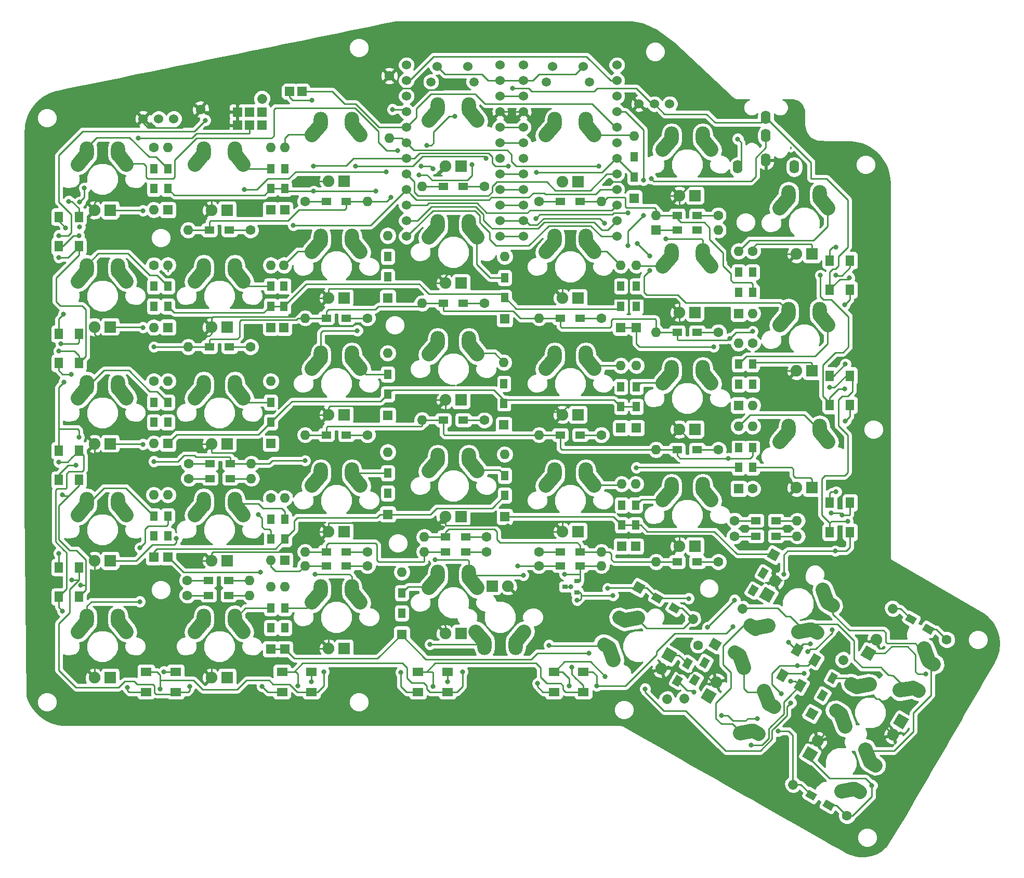
<source format=gbl>
G04 #@! TF.FileFunction,Copper,L2,Bot,Signal*
%FSLAX46Y46*%
G04 Gerber Fmt 4.6, Leading zero omitted, Abs format (unit mm)*
G04 Created by KiCad (PCBNEW 4.0.7) date 07/12/18 18:39:29*
%MOMM*%
%LPD*%
G01*
G04 APERTURE LIST*
%ADD10C,0.100000*%
%ADD11C,2.400000*%
%ADD12O,2.300000X3.337000*%
%ADD13C,1.524000*%
%ADD14C,1.600000*%
%ADD15C,1.600000*%
%ADD16O,1.600000X1.600000*%
%ADD17R,1.524000X1.524000*%
%ADD18C,1.500000*%
%ADD19R,1.200000X1.600000*%
%ADD20R,1.600000X1.200000*%
%ADD21C,1.905000*%
%ADD22R,1.905000X1.905000*%
%ADD23R,0.900000X0.800000*%
%ADD24C,2.300000*%
%ADD25R,1.600000X1.600000*%
%ADD26R,1.400000X1.800000*%
%ADD27R,1.800000X1.400000*%
%ADD28O,1.600000X2.200000*%
%ADD29C,0.800000*%
%ADD30C,0.254000*%
G04 APERTURE END LIST*
D10*
D11*
X148083558Y-124644959D02*
X146926540Y-123266079D01*
X141363460Y-123266079D02*
X140206442Y-124644959D01*
D12*
X141625000Y-122531750D03*
X146665000Y-122531750D03*
D11*
X121156442Y-107976209D02*
X122313460Y-106597329D01*
X127876540Y-106597329D02*
X129033558Y-107976209D01*
D12*
X127615000Y-105863000D03*
X122575000Y-105863000D03*
D11*
X121156442Y-88926209D02*
X122313460Y-87547329D01*
X127876540Y-87547329D02*
X129033558Y-88926209D01*
D12*
X127615000Y-86813000D03*
X122575000Y-86813000D03*
D11*
X90933558Y-112738709D02*
X89776540Y-111359829D01*
X84213460Y-111359829D02*
X83056442Y-112738709D01*
D12*
X84475000Y-110625500D03*
X89515000Y-110625500D03*
D11*
X90933558Y-55588709D02*
X89776540Y-54209829D01*
X84213460Y-54209829D02*
X83056442Y-55588709D01*
D12*
X84475000Y-53475500D03*
X89515000Y-53475500D03*
D11*
X178306442Y-53207459D02*
X179463460Y-51828579D01*
X185026540Y-51828579D02*
X186183558Y-53207459D01*
D12*
X184765000Y-51094250D03*
X179725000Y-51094250D03*
D13*
X170815000Y-39370000D03*
X170815000Y-41910000D03*
X170815000Y-44450000D03*
X170815000Y-46990000D03*
X170815000Y-49530000D03*
X170815000Y-52070000D03*
X170815000Y-54610000D03*
X170815000Y-57150000D03*
X170815000Y-59690000D03*
X170815000Y-62230000D03*
X170815000Y-64770000D03*
X170815000Y-67310000D03*
X155575000Y-67310000D03*
X155575000Y-64770000D03*
X155575000Y-62230000D03*
X155575000Y-59690000D03*
X155575000Y-57150000D03*
X155575000Y-54610000D03*
X155575000Y-52070000D03*
X155575000Y-49530000D03*
X155575000Y-46990000D03*
X155575000Y-44450000D03*
X155575000Y-41910000D03*
X155575000Y-39370000D03*
D14*
X102997000Y-46609000D03*
D15*
X113002647Y-44844735D02*
X113002647Y-44844735D01*
D14*
X133731000Y-41148000D03*
D16*
X133731000Y-51308000D03*
D17*
X119491000Y-43688000D03*
X117491000Y-43688000D03*
D13*
X160314000Y-39624000D03*
X165314000Y-39624000D03*
D18*
X159314000Y-42124000D03*
X166314000Y-42124000D03*
D13*
X96139000Y-48133000D03*
X93639000Y-48133000D03*
X98639000Y-48133000D03*
X176911000Y-45720000D03*
X174411000Y-45720000D03*
X179411000Y-45720000D03*
X146518000Y-39624000D03*
X141518000Y-39624000D03*
D18*
X147518000Y-42124000D03*
X140518000Y-42124000D03*
D19*
X95377000Y-59542000D03*
D14*
X95377000Y-52832000D03*
D16*
X95377000Y-62992000D03*
D19*
X95377000Y-56282000D03*
D20*
X104415000Y-66294000D03*
D14*
X111125000Y-66294000D03*
D16*
X100965000Y-66294000D03*
D20*
X107675000Y-66294000D03*
X126725000Y-61595000D03*
D14*
X120015000Y-61595000D03*
D16*
X130175000Y-61595000D03*
D20*
X123465000Y-61595000D03*
X142515000Y-59182000D03*
D14*
X149225000Y-59182000D03*
D16*
X139065000Y-59182000D03*
D20*
X145775000Y-59182000D03*
X164825000Y-61595000D03*
D14*
X158115000Y-61595000D03*
D16*
X168275000Y-61595000D03*
D20*
X161565000Y-61595000D03*
X180615000Y-63881000D03*
D14*
X187325000Y-63881000D03*
D16*
X177165000Y-63881000D03*
D20*
X183875000Y-63881000D03*
D19*
X192913000Y-76433000D03*
D14*
X192913000Y-69723000D03*
D16*
X192913000Y-79883000D03*
D19*
X192913000Y-73173000D03*
X95377000Y-78719000D03*
D14*
X95377000Y-72009000D03*
D16*
X95377000Y-82169000D03*
D19*
X95377000Y-75459000D03*
D20*
X104415000Y-85344000D03*
D14*
X111125000Y-85344000D03*
D16*
X100965000Y-85344000D03*
D20*
X107675000Y-85344000D03*
X123465000Y-80645000D03*
D14*
X130175000Y-80645000D03*
D16*
X120015000Y-80645000D03*
D20*
X126725000Y-80645000D03*
X164825000Y-121031000D03*
D14*
X158115000Y-121031000D03*
D16*
X168275000Y-121031000D03*
D20*
X161565000Y-121031000D03*
X142515000Y-78232000D03*
D14*
X149225000Y-78232000D03*
D16*
X139065000Y-78232000D03*
D20*
X145775000Y-78232000D03*
X161565000Y-80645000D03*
D14*
X168275000Y-80645000D03*
D16*
X158115000Y-80645000D03*
D20*
X164825000Y-80645000D03*
X180615000Y-82931000D03*
D14*
X187325000Y-82931000D03*
D16*
X177165000Y-82931000D03*
D20*
X183875000Y-82931000D03*
D19*
X192913000Y-91419000D03*
D14*
X192913000Y-84709000D03*
D16*
X192913000Y-94869000D03*
D19*
X192913000Y-88159000D03*
X95377000Y-97642000D03*
D14*
X95377000Y-90932000D03*
D16*
X95377000Y-101092000D03*
D19*
X95377000Y-94382000D03*
D20*
X107802000Y-104394000D03*
D14*
X101092000Y-104394000D03*
D16*
X111252000Y-104394000D03*
D20*
X104542000Y-104394000D03*
X123465000Y-99695000D03*
D14*
X130175000Y-99695000D03*
D16*
X120015000Y-99695000D03*
D20*
X126725000Y-99695000D03*
X142515000Y-97282000D03*
D14*
X149225000Y-97282000D03*
D16*
X139065000Y-97282000D03*
D20*
X145775000Y-97282000D03*
X161565000Y-99695000D03*
D14*
X168275000Y-99695000D03*
D16*
X158115000Y-99695000D03*
D20*
X164825000Y-99695000D03*
X180615000Y-102108000D03*
D14*
X187325000Y-102108000D03*
D16*
X177165000Y-102108000D03*
D20*
X183875000Y-102108000D03*
D19*
X192913000Y-101748000D03*
D14*
X192913000Y-108458000D03*
D16*
X192913000Y-98298000D03*
D19*
X192913000Y-105008000D03*
D20*
X107802000Y-106807000D03*
D14*
X101092000Y-106807000D03*
D16*
X111252000Y-106807000D03*
D20*
X104542000Y-106807000D03*
D19*
X114427000Y-116692000D03*
D14*
X114427000Y-109982000D03*
D16*
X114427000Y-120142000D03*
D19*
X114427000Y-113432000D03*
D20*
X123465000Y-118745000D03*
D14*
X130175000Y-118745000D03*
D16*
X120015000Y-118745000D03*
D20*
X126725000Y-118745000D03*
X142896000Y-116332000D03*
D14*
X149606000Y-116332000D03*
D16*
X139446000Y-116332000D03*
D20*
X146156000Y-116332000D03*
X164825000Y-118745000D03*
D14*
X158115000Y-118745000D03*
D16*
X168275000Y-118745000D03*
D20*
X161565000Y-118745000D03*
X180615000Y-120396000D03*
D14*
X187325000Y-120396000D03*
D16*
X177165000Y-120396000D03*
D20*
X183875000Y-120396000D03*
D10*
G36*
X180548385Y-138803210D02*
X181587615Y-139403210D01*
X180787615Y-140788850D01*
X179748385Y-140188850D01*
X180548385Y-138803210D01*
X180548385Y-138803210D01*
G37*
D14*
X184023000Y-133985000D03*
D15*
X178943000Y-142783818D02*
X178943000Y-142783818D01*
D10*
G36*
X182178385Y-135979968D02*
X183217615Y-136579968D01*
X182417615Y-137965608D01*
X181378385Y-137365608D01*
X182178385Y-135979968D01*
X182178385Y-135979968D01*
G37*
D20*
X107548000Y-123444000D03*
D14*
X100838000Y-123444000D03*
D16*
X110998000Y-123444000D03*
D20*
X104288000Y-123444000D03*
X107548000Y-125857000D03*
D14*
X100838000Y-125857000D03*
D16*
X110998000Y-125857000D03*
D20*
X104288000Y-125857000D03*
X123465000Y-121031000D03*
D14*
X130175000Y-121031000D03*
D16*
X120015000Y-121031000D03*
D20*
X126725000Y-121031000D03*
X142896000Y-118745000D03*
D14*
X149606000Y-118745000D03*
D16*
X139446000Y-118745000D03*
D20*
X146156000Y-118745000D03*
D21*
X85725000Y-63055500D03*
D22*
X88265000Y-63055500D03*
D21*
X104775000Y-63055500D03*
D22*
X107315000Y-63055500D03*
D21*
X123825000Y-58293000D03*
D22*
X126365000Y-58293000D03*
D21*
X142875000Y-55911750D03*
D22*
X145415000Y-55911750D03*
D21*
X161925000Y-58420000D03*
D22*
X164465000Y-58420000D03*
D21*
X180975000Y-60674250D03*
D22*
X183515000Y-60674250D03*
D21*
X200025000Y-70199250D03*
D22*
X202565000Y-70199250D03*
D21*
X85725000Y-82105500D03*
D22*
X88265000Y-82105500D03*
D21*
X104775000Y-82105500D03*
D22*
X107315000Y-82105500D03*
D21*
X123825000Y-77343000D03*
D22*
X126365000Y-77343000D03*
D21*
X142875000Y-74961750D03*
D22*
X145415000Y-74961750D03*
D21*
X161925000Y-77343000D03*
D22*
X164465000Y-77343000D03*
D21*
X180975000Y-79724250D03*
D22*
X183515000Y-79724250D03*
D21*
X200025000Y-89249250D03*
D22*
X202565000Y-89249250D03*
D21*
X85725000Y-101155500D03*
D22*
X88265000Y-101155500D03*
D21*
X104775000Y-101155500D03*
D22*
X107315000Y-101155500D03*
D21*
X123825000Y-96393000D03*
D22*
X126365000Y-96393000D03*
D21*
X142875000Y-94011750D03*
D22*
X145415000Y-94011750D03*
D21*
X161925000Y-96393000D03*
D22*
X164465000Y-96393000D03*
D21*
X180975000Y-98774250D03*
D22*
X183515000Y-98774250D03*
D21*
X200025000Y-108299250D03*
D22*
X202565000Y-108299250D03*
D21*
X85725000Y-120205500D03*
D22*
X88265000Y-120205500D03*
D21*
X104775000Y-120205500D03*
D22*
X107315000Y-120205500D03*
D21*
X123825000Y-115443000D03*
D22*
X126365000Y-115443000D03*
D21*
X142875000Y-113061750D03*
D22*
X145415000Y-113061750D03*
D21*
X161925000Y-115443000D03*
D22*
X164465000Y-115443000D03*
D21*
X180975000Y-117824250D03*
D22*
X183515000Y-117824250D03*
D21*
X178056409Y-137815102D03*
D10*
G36*
X179675048Y-136916537D02*
X178025270Y-135964037D01*
X178977770Y-134314259D01*
X180627548Y-135266759D01*
X179675048Y-136916537D01*
X179675048Y-136916537D01*
G37*
D21*
X85725000Y-139255500D03*
D22*
X88265000Y-139255500D03*
D21*
X104775000Y-139255500D03*
D22*
X107315000Y-139255500D03*
D21*
X123825000Y-134493000D03*
D22*
X126365000Y-134493000D03*
D21*
X142875000Y-132111750D03*
D22*
X145415000Y-132111750D03*
D13*
X136525000Y-39370000D03*
X136525000Y-41910000D03*
X136525000Y-44450000D03*
X136525000Y-46990000D03*
X136525000Y-49530000D03*
X136525000Y-52070000D03*
X136525000Y-54610000D03*
X136525000Y-57150000D03*
X136525000Y-59690000D03*
X136525000Y-62230000D03*
X136525000Y-64770000D03*
X136525000Y-67310000D03*
X151765000Y-67310000D03*
X151765000Y-64770000D03*
X151765000Y-62230000D03*
X151765000Y-59690000D03*
X151765000Y-57150000D03*
X151765000Y-54610000D03*
X151765000Y-52070000D03*
X151765000Y-49530000D03*
X151765000Y-46990000D03*
X151765000Y-44450000D03*
X151765000Y-41910000D03*
X151765000Y-39370000D03*
D21*
X153035000Y-124333000D03*
D22*
X150495000Y-124333000D03*
D10*
G36*
X206039615Y-140342790D02*
X205000385Y-139742790D01*
X205800385Y-138357150D01*
X206839615Y-138957150D01*
X206039615Y-140342790D01*
X206039615Y-140342790D01*
G37*
G36*
X202857820Y-146253820D02*
X201472180Y-145453820D01*
X202272180Y-144068180D01*
X203657820Y-144868180D01*
X202857820Y-146253820D01*
X202857820Y-146253820D01*
G37*
D15*
X207645000Y-136362182D02*
X207645000Y-136362182D01*
D10*
G36*
X204409615Y-143166032D02*
X203370385Y-142566032D01*
X204170385Y-141180392D01*
X205209615Y-141780392D01*
X204409615Y-143166032D01*
X204409615Y-143166032D01*
G37*
D23*
X164322000Y-125410000D03*
X164322000Y-123510000D03*
X162322000Y-124460000D03*
D11*
X90933558Y-74638709D02*
X89776540Y-73259829D01*
X84213460Y-73259829D02*
X83056442Y-74638709D01*
D12*
X84475000Y-72525500D03*
X89515000Y-72525500D03*
D11*
X90933558Y-93688709D02*
X89776540Y-92309829D01*
X84213460Y-92309829D02*
X83056442Y-93688709D01*
D12*
X84475000Y-91575500D03*
X89515000Y-91575500D03*
D11*
X102106442Y-55588709D02*
X103263460Y-54209829D01*
X108826540Y-54209829D02*
X109983558Y-55588709D01*
D12*
X108565000Y-53475500D03*
X103525000Y-53475500D03*
D11*
X102106442Y-74638709D02*
X103263460Y-73259829D01*
X108826540Y-73259829D02*
X109983558Y-74638709D01*
D12*
X108565000Y-72525500D03*
X103525000Y-72525500D03*
D11*
X102106442Y-93688709D02*
X103263460Y-92309829D01*
X108826540Y-92309829D02*
X109983558Y-93688709D01*
D12*
X108565000Y-91575500D03*
X103525000Y-91575500D03*
D11*
X102106442Y-112738709D02*
X103263460Y-111359829D01*
X108826540Y-111359829D02*
X109983558Y-112738709D01*
D12*
X108565000Y-110625500D03*
X103525000Y-110625500D03*
D11*
X129033558Y-50826209D02*
X127876540Y-49447329D01*
X122313460Y-49447329D02*
X121156442Y-50826209D01*
D12*
X122575000Y-48713000D03*
X127615000Y-48713000D03*
D11*
X129033558Y-69876209D02*
X127876540Y-68497329D01*
X122313460Y-68497329D02*
X121156442Y-69876209D01*
D12*
X122575000Y-67763000D03*
X127615000Y-67763000D03*
D11*
X140206442Y-48444959D02*
X141363460Y-47066079D01*
X146926540Y-47066079D02*
X148083558Y-48444959D01*
D12*
X146665000Y-46331750D03*
X141625000Y-46331750D03*
D11*
X140206442Y-67494959D02*
X141363460Y-66116079D01*
X146926540Y-66116079D02*
X148083558Y-67494959D01*
D12*
X146665000Y-65381750D03*
X141625000Y-65381750D03*
D11*
X140206442Y-86544959D02*
X141363460Y-85166079D01*
X146926540Y-85166079D02*
X148083558Y-86544959D01*
D12*
X146665000Y-84431750D03*
X141625000Y-84431750D03*
D11*
X140206442Y-105594959D02*
X141363460Y-104216079D01*
X146926540Y-104216079D02*
X148083558Y-105594959D01*
D12*
X146665000Y-103481750D03*
X141625000Y-103481750D03*
D11*
X159256442Y-50826209D02*
X160413460Y-49447329D01*
X165976540Y-49447329D02*
X167133558Y-50826209D01*
D12*
X165715000Y-48713000D03*
X160675000Y-48713000D03*
D11*
X159256442Y-69876209D02*
X160413460Y-68497329D01*
X165976540Y-68497329D02*
X167133558Y-69876209D01*
D12*
X165715000Y-67763000D03*
X160675000Y-67763000D03*
D11*
X159256442Y-88926209D02*
X160413460Y-87547329D01*
X165976540Y-87547329D02*
X167133558Y-88926209D01*
D12*
X165715000Y-86813000D03*
X160675000Y-86813000D03*
D11*
X159256442Y-107976209D02*
X160413460Y-106597329D01*
X165976540Y-106597329D02*
X167133558Y-107976209D01*
D12*
X165715000Y-105863000D03*
X160675000Y-105863000D03*
D11*
X186183558Y-72257459D02*
X185026540Y-70878579D01*
X179463460Y-70878579D02*
X178306442Y-72257459D01*
D12*
X179725000Y-70144250D03*
X184765000Y-70144250D03*
D11*
X186183558Y-91307459D02*
X185026540Y-89928579D01*
X179463460Y-89928579D02*
X178306442Y-91307459D01*
D12*
X179725000Y-89194250D03*
X184765000Y-89194250D03*
D11*
X186183558Y-110357459D02*
X185026540Y-108978579D01*
X179463460Y-108978579D02*
X178306442Y-110357459D01*
D12*
X179725000Y-108244250D03*
X184765000Y-108244250D03*
D11*
X197356442Y-62732459D02*
X198513460Y-61353579D01*
X204076540Y-61353579D02*
X205233558Y-62732459D01*
D12*
X203815000Y-60619250D03*
X198775000Y-60619250D03*
D11*
X197356442Y-81782459D02*
X198513460Y-80403579D01*
X204076540Y-80403579D02*
X205233558Y-81782459D01*
D12*
X203815000Y-79669250D03*
X198775000Y-79669250D03*
D11*
X197356442Y-100832459D02*
X198513460Y-99453579D01*
X204076540Y-99453579D02*
X205233558Y-100832459D01*
D12*
X203815000Y-98719250D03*
X198775000Y-98719250D03*
D11*
X204351301Y-124984805D02*
X204966937Y-126676251D01*
X202185397Y-131494020D02*
X200412743Y-131806586D01*
D24*
X203401148Y-131893934D02*
X202503080Y-131375434D01*
X205921148Y-127529166D02*
X205023080Y-127010666D01*
D11*
X90933558Y-131788709D02*
X89776540Y-130409829D01*
X84213460Y-130409829D02*
X83056442Y-131788709D01*
D12*
X84475000Y-129675500D03*
X89515000Y-129675500D03*
D11*
X102106442Y-131788709D02*
X103263460Y-130409829D01*
X108826540Y-130409829D02*
X109983558Y-131788709D01*
D12*
X108565000Y-129675500D03*
X103525000Y-129675500D03*
D11*
X129033558Y-127026209D02*
X127876540Y-125647329D01*
X122313460Y-125647329D02*
X121156442Y-127026209D01*
D12*
X122575000Y-124913000D03*
X127615000Y-124913000D03*
D11*
X170255699Y-136392745D02*
X169640063Y-134701299D01*
X172421603Y-129883530D02*
X174194257Y-129570964D01*
D24*
X171205852Y-129483616D02*
X172103920Y-130002116D01*
X168685852Y-133848384D02*
X169583920Y-134366884D01*
D11*
X194826301Y-141482805D02*
X195441937Y-143174251D01*
X192660397Y-147992020D02*
X190887743Y-148304586D01*
D24*
X193876148Y-148391934D02*
X192978080Y-147873434D01*
X196396148Y-144027166D02*
X195498080Y-143508666D01*
D11*
X191516199Y-137668745D02*
X190900563Y-135977299D01*
X193682103Y-131159530D02*
X195454757Y-130846964D01*
D24*
X192466352Y-130759616D02*
X193364420Y-131278116D01*
X189946352Y-135124384D02*
X190844420Y-135642884D01*
D11*
X155703558Y-131799791D02*
X154546540Y-133178671D01*
X148983460Y-133178671D02*
X147826442Y-131799791D01*
D12*
X149245000Y-133913000D03*
X154285000Y-133913000D03*
D11*
X220849301Y-134509855D02*
X221464937Y-136201301D01*
X218683397Y-141019070D02*
X216910743Y-141331636D01*
D24*
X219899148Y-141418984D02*
X219001080Y-140900484D01*
X222419148Y-137054216D02*
X221521080Y-136535716D01*
D11*
X208014199Y-147193795D02*
X207398563Y-145502349D01*
X210180103Y-140684580D02*
X211952757Y-140372014D01*
D24*
X208964352Y-140284666D02*
X209862420Y-140803166D01*
X206444352Y-144649434D02*
X207342420Y-145167934D01*
D11*
X211324301Y-151007855D02*
X211939937Y-152699301D01*
X209158397Y-157517070D02*
X207385743Y-157829636D01*
D24*
X210374148Y-157916984D02*
X209476080Y-157398484D01*
X212894148Y-153552216D02*
X211996080Y-153033716D01*
D17*
X112998000Y-47032000D03*
X110998000Y-47032000D03*
X108998000Y-47032000D03*
X112998000Y-49191000D03*
X110998000Y-49191000D03*
X108998000Y-49191000D03*
D21*
X196550591Y-123562448D03*
D10*
G36*
X194931952Y-124461013D02*
X196581730Y-125413513D01*
X195629230Y-127063291D01*
X193979452Y-126110791D01*
X194931952Y-124461013D01*
X194931952Y-124461013D01*
G37*
D21*
X213048591Y-133087498D03*
D10*
G36*
X211429952Y-133986063D02*
X213079730Y-134938563D01*
X212127230Y-136588341D01*
X210477452Y-135635841D01*
X211429952Y-133986063D01*
X211429952Y-133986063D01*
G37*
D21*
X187025591Y-140060448D03*
D10*
G36*
X185406952Y-140959013D02*
X187056730Y-141911513D01*
X186104230Y-143561291D01*
X184454452Y-142608791D01*
X185406952Y-140959013D01*
X185406952Y-140959013D01*
G37*
D21*
X203523591Y-149585498D03*
D10*
G36*
X201904952Y-150484063D02*
X203554730Y-151436563D01*
X202602230Y-153086341D01*
X200952452Y-152133841D01*
X201904952Y-150484063D01*
X201904952Y-150484063D01*
G37*
D20*
X196702000Y-113665000D03*
D14*
X189992000Y-113665000D03*
D16*
X200152000Y-113665000D03*
D20*
X193442000Y-113665000D03*
D10*
G36*
X219717790Y-129621385D02*
X219117790Y-130660615D01*
X217732150Y-129860615D01*
X218332150Y-128821385D01*
X219717790Y-129621385D01*
X219717790Y-129621385D01*
G37*
D14*
X224536000Y-133096000D03*
D15*
X215737182Y-128016000D02*
X215737182Y-128016000D01*
D10*
G36*
X222541032Y-131251385D02*
X221941032Y-132290615D01*
X220555392Y-131490615D01*
X221155392Y-130451385D01*
X222541032Y-131251385D01*
X222541032Y-131251385D01*
G37*
D20*
X196702000Y-116205000D03*
D14*
X189992000Y-116205000D03*
D16*
X200152000Y-116205000D03*
D20*
X193442000Y-116205000D03*
D10*
G36*
X203461790Y-158323385D02*
X202861790Y-159362615D01*
X201476150Y-158562615D01*
X202076150Y-157523385D01*
X203461790Y-158323385D01*
X203461790Y-158323385D01*
G37*
D14*
X208280000Y-161798000D03*
D15*
X199481182Y-156718000D02*
X199481182Y-156718000D01*
D10*
G36*
X206285032Y-159953385D02*
X205685032Y-160992615D01*
X204299392Y-160192615D01*
X204899392Y-159153385D01*
X206285032Y-159953385D01*
X206285032Y-159953385D01*
G37*
D21*
X215814909Y-148616152D03*
D10*
G36*
X217433548Y-147717587D02*
X215783770Y-146765087D01*
X216736270Y-145115309D01*
X218386048Y-146067809D01*
X217433548Y-147717587D01*
X217433548Y-147717587D01*
G37*
D19*
X97663000Y-56282000D03*
D25*
X97663000Y-62992000D03*
D16*
X97663000Y-52832000D03*
D19*
X97663000Y-59542000D03*
X97663000Y-75459000D03*
D25*
X97663000Y-82169000D03*
D16*
X97663000Y-72009000D03*
D19*
X97663000Y-78719000D03*
X97663000Y-94382000D03*
D25*
X97663000Y-101092000D03*
D16*
X97663000Y-90932000D03*
D19*
X97663000Y-97642000D03*
X95377000Y-112924000D03*
D25*
X95377000Y-119634000D03*
D16*
X95377000Y-109474000D03*
D19*
X95377000Y-116184000D03*
X114427000Y-56282000D03*
D25*
X114427000Y-62992000D03*
D16*
X114427000Y-52832000D03*
D19*
X114427000Y-59542000D03*
X114427000Y-75459000D03*
D25*
X114427000Y-82169000D03*
D16*
X114427000Y-72009000D03*
D19*
X114427000Y-78719000D03*
X114427000Y-94382000D03*
D25*
X114427000Y-101092000D03*
D16*
X114427000Y-90932000D03*
D19*
X114427000Y-97642000D03*
X116713000Y-113432000D03*
D25*
X116713000Y-120142000D03*
D16*
X116713000Y-109982000D03*
D19*
X116713000Y-116692000D03*
X116713000Y-56282000D03*
D25*
X116713000Y-62992000D03*
D16*
X116713000Y-52832000D03*
D19*
X116713000Y-59542000D03*
X116586000Y-75459000D03*
D25*
X116586000Y-82169000D03*
D16*
X116586000Y-72009000D03*
D19*
X116586000Y-78719000D03*
X133477000Y-89810000D03*
D25*
X133477000Y-96520000D03*
D16*
X133477000Y-86360000D03*
D19*
X133477000Y-93070000D03*
X133477000Y-105939000D03*
D25*
X133477000Y-112649000D03*
D16*
X133477000Y-102489000D03*
D19*
X133477000Y-109199000D03*
X133477000Y-70633000D03*
D25*
X133477000Y-77343000D03*
D16*
X133477000Y-67183000D03*
D19*
X133477000Y-73893000D03*
X152527000Y-74062000D03*
D25*
X152527000Y-80772000D03*
D16*
X152527000Y-70612000D03*
D19*
X152527000Y-77322000D03*
X152400000Y-91334000D03*
D25*
X152400000Y-98044000D03*
D16*
X152400000Y-87884000D03*
D19*
X152400000Y-94594000D03*
X152527000Y-106320000D03*
D25*
X152527000Y-113030000D03*
D16*
X152527000Y-102870000D03*
D19*
X152527000Y-109580000D03*
X173609000Y-54377000D03*
D25*
X173609000Y-61087000D03*
D16*
X173609000Y-50927000D03*
D19*
X173609000Y-57637000D03*
X171450000Y-75459000D03*
D25*
X171450000Y-82169000D03*
D16*
X171450000Y-72009000D03*
D19*
X171450000Y-78719000D03*
X171450000Y-91842000D03*
D25*
X171450000Y-98552000D03*
D16*
X171450000Y-88392000D03*
D19*
X171450000Y-95102000D03*
X171577000Y-111146000D03*
D25*
X171577000Y-117856000D03*
D16*
X171577000Y-107696000D03*
D19*
X171577000Y-114406000D03*
D20*
X183875000Y-66294000D03*
D25*
X177165000Y-66294000D03*
D16*
X187325000Y-66294000D03*
D20*
X180615000Y-66294000D03*
D19*
X173990000Y-75459000D03*
D25*
X173990000Y-82169000D03*
D16*
X173990000Y-72009000D03*
D19*
X173990000Y-78719000D03*
X173990000Y-91842000D03*
D25*
X173990000Y-98552000D03*
D16*
X173990000Y-88392000D03*
D19*
X173990000Y-95102000D03*
X173863000Y-111146000D03*
D25*
X173863000Y-117856000D03*
D16*
X173863000Y-107696000D03*
D19*
X173863000Y-114406000D03*
X190627000Y-73173000D03*
D25*
X190627000Y-79883000D03*
D16*
X190627000Y-69723000D03*
D19*
X190627000Y-76433000D03*
X190627000Y-88159000D03*
D25*
X190627000Y-94869000D03*
D16*
X190627000Y-84709000D03*
D19*
X190627000Y-91419000D03*
X190627000Y-101748000D03*
D25*
X190627000Y-108458000D03*
D16*
X190627000Y-98298000D03*
D19*
X190627000Y-105008000D03*
D10*
G36*
X192867385Y-124071210D02*
X193906615Y-124671210D01*
X193106615Y-126056850D01*
X192067385Y-125456850D01*
X192867385Y-124071210D01*
X192867385Y-124071210D01*
G37*
G36*
X196049180Y-118160180D02*
X197434820Y-118960180D01*
X196634820Y-120345820D01*
X195249180Y-119545820D01*
X196049180Y-118160180D01*
X196049180Y-118160180D01*
G37*
D15*
X191262000Y-128051818D02*
X191262000Y-128051818D01*
D10*
G36*
X194497385Y-121247968D02*
X195536615Y-121847968D01*
X194736615Y-123233608D01*
X193697385Y-122633608D01*
X194497385Y-121247968D01*
X194497385Y-121247968D01*
G37*
D19*
X97663000Y-112924000D03*
D25*
X97663000Y-119634000D03*
D16*
X97663000Y-109474000D03*
D19*
X97663000Y-116184000D03*
X114427000Y-127910000D03*
D25*
X114427000Y-134620000D03*
D16*
X114427000Y-124460000D03*
D19*
X114427000Y-131170000D03*
X116713000Y-127910000D03*
D25*
X116713000Y-134620000D03*
D16*
X116713000Y-124460000D03*
D19*
X116713000Y-131170000D03*
X135763000Y-125497000D03*
D25*
X135763000Y-132207000D03*
D16*
X135763000Y-122047000D03*
D19*
X135763000Y-128757000D03*
D10*
G36*
X179189210Y-128061615D02*
X179789210Y-127022385D01*
X181174850Y-127822385D01*
X180574850Y-128861615D01*
X179189210Y-128061615D01*
X179189210Y-128061615D01*
G37*
G36*
X173278180Y-124879820D02*
X174078180Y-123494180D01*
X175463820Y-124294180D01*
X174663820Y-125679820D01*
X173278180Y-124879820D01*
X173278180Y-124879820D01*
G37*
D15*
X183169818Y-129667000D02*
X183169818Y-129667000D01*
D10*
G36*
X176365968Y-126431615D02*
X176965968Y-125392385D01*
X178351608Y-126192385D01*
X177751608Y-127231615D01*
X176365968Y-126431615D01*
X176365968Y-126431615D01*
G37*
G36*
X183342385Y-138676210D02*
X184381615Y-139276210D01*
X183581615Y-140661850D01*
X182542385Y-140061850D01*
X183342385Y-138676210D01*
X183342385Y-138676210D01*
G37*
G36*
X186524180Y-132765180D02*
X187909820Y-133565180D01*
X187109820Y-134950820D01*
X185724180Y-134150820D01*
X186524180Y-132765180D01*
X186524180Y-132765180D01*
G37*
D15*
X181737000Y-142656818D02*
X181737000Y-142656818D01*
D10*
G36*
X184972385Y-135852968D02*
X186011615Y-136452968D01*
X185211615Y-137838608D01*
X184172385Y-137238608D01*
X184972385Y-135852968D01*
X184972385Y-135852968D01*
G37*
D26*
X83184000Y-68948000D03*
X79884000Y-68948000D03*
X79884000Y-64148000D03*
X83184000Y-64148000D03*
X83184000Y-87998000D03*
X79884000Y-87998000D03*
X79884000Y-83198000D03*
X83184000Y-83198000D03*
X83184000Y-107048000D03*
X79884000Y-107048000D03*
X79884000Y-102248000D03*
X83184000Y-102248000D03*
X83184000Y-126098000D03*
X79884000Y-126098000D03*
X79884000Y-121298000D03*
X83184000Y-121298000D03*
D27*
X98920000Y-138304000D03*
X98920000Y-141604000D03*
X94120000Y-141604000D03*
X94120000Y-138304000D03*
X121060333Y-138304000D03*
X121060333Y-141604000D03*
X116260333Y-141604000D03*
X116260333Y-138304000D03*
X143200667Y-138304000D03*
X143200667Y-141604000D03*
X138400667Y-141604000D03*
X138400667Y-138304000D03*
X165341000Y-138304000D03*
X165341000Y-141604000D03*
X160541000Y-141604000D03*
X160541000Y-138304000D03*
D10*
G36*
X201233276Y-134335116D02*
X200333276Y-135893962D01*
X199120840Y-135193962D01*
X200020840Y-133635116D01*
X201233276Y-134335116D01*
X201233276Y-134335116D01*
G37*
G36*
X204091160Y-135985116D02*
X203191160Y-137543962D01*
X201978724Y-136843962D01*
X202878724Y-135285116D01*
X204091160Y-135985116D01*
X204091160Y-135985116D01*
G37*
G36*
X201691160Y-140142038D02*
X200791160Y-141700884D01*
X199578724Y-141000884D01*
X200478724Y-139442038D01*
X201691160Y-140142038D01*
X201691160Y-140142038D01*
G37*
G36*
X198833276Y-138492038D02*
X197933276Y-140050884D01*
X196720840Y-139350884D01*
X197620840Y-137792038D01*
X198833276Y-138492038D01*
X198833276Y-138492038D01*
G37*
D26*
X205487000Y-110757000D03*
X208787000Y-110757000D03*
X208787000Y-115557000D03*
X205487000Y-115557000D03*
X205487000Y-90056000D03*
X208787000Y-90056000D03*
X208787000Y-94856000D03*
X205487000Y-94856000D03*
X205487000Y-71260000D03*
X208787000Y-71260000D03*
X208787000Y-76060000D03*
X205487000Y-76060000D03*
D28*
X199672000Y-56004000D03*
X190472000Y-56004000D03*
X195072000Y-54904000D03*
X195072000Y-47904000D03*
X195072000Y-50904000D03*
D29*
X121412000Y-59944000D03*
X121412000Y-55880000D03*
X131572000Y-59944000D03*
X153162000Y-55880000D03*
X157734000Y-56896000D03*
X118110000Y-65532000D03*
X186563000Y-85344000D03*
X173990000Y-105029000D03*
X147193000Y-55626000D03*
X138557000Y-57277000D03*
X153797000Y-43180000D03*
X121158000Y-45085000D03*
X208661000Y-74041000D03*
X134239000Y-46609000D03*
X164338000Y-126619000D03*
X175133000Y-58166000D03*
X170180000Y-125857000D03*
X172593000Y-68834000D03*
X175133000Y-63881000D03*
X190500000Y-51435000D03*
X176403000Y-57912000D03*
X167894000Y-55880000D03*
X142748000Y-43053000D03*
X194183000Y-100457000D03*
X153035000Y-114554000D03*
X118237000Y-58420000D03*
X118237000Y-61468000D03*
X194310000Y-81661000D03*
X194310000Y-89281000D03*
X140081000Y-75057000D03*
X97917000Y-121793000D03*
X99949000Y-120269000D03*
X119888000Y-134493000D03*
X117475000Y-136779000D03*
X194183000Y-107442000D03*
X117348000Y-96393000D03*
X117348000Y-102616000D03*
X169291000Y-58420000D03*
X138049000Y-76200000D03*
X144399000Y-47752000D03*
X139827000Y-52451000D03*
X135128000Y-53340000D03*
X110109000Y-59690000D03*
X133223000Y-56769000D03*
X138938000Y-55880000D03*
X140843000Y-56261000D03*
X149479000Y-54610000D03*
X121666000Y-122428000D03*
X128524000Y-82677000D03*
X128270000Y-55880000D03*
X155575000Y-122555000D03*
X141224000Y-120015000D03*
X159766000Y-133985000D03*
X172593000Y-63500000D03*
X178816000Y-67691000D03*
X157607000Y-64389000D03*
X176149000Y-72898000D03*
X176149000Y-70485000D03*
X174117000Y-68453000D03*
X168783000Y-65151000D03*
X93091000Y-126873000D03*
X93091000Y-118110000D03*
X182499000Y-126365000D03*
X166243000Y-135255000D03*
X169291000Y-124714000D03*
X112776000Y-122047000D03*
X140335000Y-133858000D03*
X83185000Y-67183000D03*
X205486000Y-91948000D03*
X208407000Y-113792000D03*
X205740000Y-112395000D03*
X207518000Y-112776000D03*
X201930000Y-135001000D03*
X205867000Y-131445000D03*
X201295000Y-138557000D03*
X202311000Y-133731000D03*
X198755000Y-133477000D03*
X189738000Y-130937000D03*
X79883000Y-67183000D03*
X103759000Y-48387000D03*
X80518000Y-109474000D03*
X206502000Y-69088000D03*
X121031000Y-139954000D03*
X97028000Y-138303000D03*
X208026000Y-88138000D03*
X206502000Y-108966000D03*
X167513000Y-140589000D03*
X143256000Y-139954000D03*
X83439000Y-124206000D03*
X79883000Y-85979000D03*
X79883000Y-70739000D03*
X80645000Y-80010000D03*
X197993000Y-122428000D03*
X199136000Y-139827000D03*
X92837000Y-51308000D03*
X84074000Y-59436000D03*
X83312000Y-61722000D03*
X83185000Y-100076000D03*
X80772000Y-91059000D03*
X157861000Y-140208000D03*
X206375000Y-118618000D03*
X113030000Y-140716000D03*
X91059000Y-140843000D03*
X207899000Y-78486000D03*
X208026000Y-97409000D03*
X135636000Y-138430000D03*
X79883000Y-118999000D03*
X81026000Y-65913000D03*
X83312000Y-65786000D03*
X192659000Y-150241000D03*
X81915000Y-89789000D03*
X81534000Y-61595000D03*
X80264000Y-84836000D03*
X82677000Y-104648000D03*
X80518000Y-128397000D03*
X79883000Y-104140000D03*
X101219000Y-140716000D03*
X82042000Y-123317000D03*
X123063000Y-138303000D03*
X96393000Y-141097000D03*
X118872000Y-140589000D03*
X145669000Y-138303000D03*
X163449000Y-137541000D03*
X140843000Y-140716000D03*
X199136000Y-143383000D03*
X197612000Y-141859000D03*
X175387000Y-141097000D03*
X168910000Y-139065000D03*
X200177058Y-137287000D03*
X163068000Y-140589000D03*
X203962000Y-73660000D03*
X206502000Y-73660000D03*
X207899000Y-92202000D03*
X93599000Y-63119000D03*
X93599000Y-82169000D03*
X93599000Y-101219000D03*
X99060000Y-116586000D03*
X162306000Y-122428000D03*
X112395000Y-112649000D03*
X193675000Y-145923000D03*
X197104000Y-147955000D03*
X183388000Y-141605000D03*
X187833000Y-145415000D03*
X188976000Y-103505000D03*
X95377000Y-85344000D03*
X189230000Y-83947000D03*
X192913000Y-82804000D03*
X120015000Y-103886000D03*
X95377000Y-104013000D03*
X163322000Y-124460000D03*
X133985000Y-60960000D03*
X154686000Y-121031000D03*
X221107000Y-138684000D03*
X185547000Y-131064000D03*
X189992000Y-126619000D03*
X212344000Y-156845000D03*
D30*
X199136000Y-52705000D02*
X199136000Y-52959000D01*
X107823000Y-60579000D02*
X113390000Y-60579000D01*
X113390000Y-60579000D02*
X114427000Y-59542000D01*
X125984000Y-55816500D02*
X126682500Y-55816500D01*
X126682500Y-55816500D02*
X127889000Y-54610000D01*
X125984000Y-55816500D02*
X121475500Y-55816500D01*
X121412000Y-55880000D02*
X121475500Y-55816500D01*
X116713000Y-59542000D02*
X114427000Y-59542000D01*
X117115000Y-59944000D02*
X118491000Y-59944000D01*
X118491000Y-59944000D02*
X121412000Y-59944000D01*
X121412000Y-59944000D02*
X131572000Y-59944000D01*
X117115000Y-59944000D02*
X116713000Y-59542000D01*
X148907502Y-53784502D02*
X149923502Y-53784502D01*
X150495000Y-55372000D02*
X151003000Y-55880000D01*
X150495000Y-54356000D02*
X150495000Y-55372000D01*
X149923502Y-53784502D02*
X150495000Y-54356000D01*
X140335000Y-53784502D02*
X138620498Y-53784502D01*
X138620498Y-53784502D02*
X137795000Y-54610000D01*
X140335000Y-53784502D02*
X148907502Y-53784502D01*
X107823000Y-60579000D02*
X98700000Y-60579000D01*
X98700000Y-60579000D02*
X97663000Y-59542000D01*
X114660000Y-59309000D02*
X114427000Y-59542000D01*
X136525000Y-54610000D02*
X127889000Y-54610000D01*
X127889000Y-54610000D02*
X126682500Y-55816500D01*
X170815000Y-54610000D02*
X170688000Y-54610000D01*
X170688000Y-54610000D02*
X168402000Y-56896000D01*
X151003000Y-55880000D02*
X153162000Y-55880000D01*
X168402000Y-56896000D02*
X157734000Y-56896000D01*
X136525000Y-54610000D02*
X137795000Y-54610000D01*
X177165000Y-66294000D02*
X180615000Y-66294000D01*
X173609000Y-57637000D02*
X173609000Y-57404000D01*
X173609000Y-57404000D02*
X170815000Y-54610000D01*
X83185000Y-55435500D02*
X83185000Y-54102002D01*
X83185000Y-54102002D02*
X86106000Y-51181002D01*
X86106000Y-51181002D02*
X91440002Y-51181002D01*
X91440002Y-51181002D02*
X94615000Y-54356000D01*
X94615000Y-54356000D02*
X95737000Y-54356000D01*
X95737000Y-54356000D02*
X97663000Y-56282000D01*
X131826000Y-64389000D02*
X130683000Y-65532000D01*
X130683000Y-65532000D02*
X118110000Y-65532000D01*
X136525000Y-59690000D02*
X131826000Y-64389000D01*
X123063000Y-75120500D02*
X120184500Y-75120500D01*
X120184500Y-75120500D02*
X116586000Y-78719000D01*
X114427000Y-78719000D02*
X116586000Y-78719000D01*
X177292000Y-85344000D02*
X174498000Y-85344000D01*
X173990000Y-84836000D02*
X173990000Y-82169000D01*
X174498000Y-85344000D02*
X173990000Y-84836000D01*
X186563000Y-85344000D02*
X177292000Y-85344000D01*
X151913000Y-76708000D02*
X152527000Y-77322000D01*
X140208000Y-76708000D02*
X151913000Y-76708000D01*
X171450000Y-82169000D02*
X173990000Y-82169000D01*
X152527000Y-77322000D02*
X152633000Y-77322000D01*
X152633000Y-77322000D02*
X154432000Y-79121000D01*
X154432000Y-79121000D02*
X171048000Y-79121000D01*
X171048000Y-79121000D02*
X171450000Y-78719000D01*
X114427000Y-78719000D02*
X114321000Y-78719000D01*
X114321000Y-78719000D02*
X113284000Y-79756000D01*
X98700000Y-79756000D02*
X97663000Y-78719000D01*
X113284000Y-79756000D02*
X98700000Y-79756000D01*
X167386000Y-60452000D02*
X168148000Y-59690000D01*
X168148000Y-59690000D02*
X170815000Y-59690000D01*
X157162500Y-60261500D02*
X158940500Y-60261500D01*
X156464000Y-60960000D02*
X157162500Y-60261500D01*
X151130000Y-60960000D02*
X156464000Y-60960000D01*
X159131000Y-60452000D02*
X167386000Y-60452000D01*
X167386000Y-60452000D02*
X167576500Y-60261500D01*
X158940500Y-60261500D02*
X159131000Y-60452000D01*
X137414000Y-60579000D02*
X138176000Y-61341000D01*
X149987000Y-61341000D02*
X150368000Y-60960000D01*
X138176000Y-61341000D02*
X149987000Y-61341000D01*
X151130000Y-60960000D02*
X150368000Y-60960000D01*
X137414000Y-60579000D02*
X136525000Y-59690000D01*
X150622000Y-60960000D02*
X151130000Y-60960000D01*
X170561000Y-59944000D02*
X170815000Y-59690000D01*
X122999500Y-75120500D02*
X123063000Y-75120500D01*
X123063000Y-75120500D02*
X138620500Y-75120500D01*
X138620500Y-75120500D02*
X139192000Y-75692000D01*
X139192000Y-75692000D02*
X140208000Y-76708000D01*
X94742000Y-73660000D02*
X91186000Y-70104000D01*
X91186000Y-70104000D02*
X90678000Y-70104000D01*
X83185000Y-74485500D02*
X83185000Y-73279000D01*
X83185000Y-73279000D02*
X86360000Y-70104000D01*
X86360000Y-70104000D02*
X90678000Y-70104000D01*
X94742000Y-73660000D02*
X95864000Y-73660000D01*
X95864000Y-73660000D02*
X97663000Y-75459000D01*
X97663000Y-72009000D02*
X97663000Y-73025000D01*
X152400000Y-94594000D02*
X152400000Y-94001000D01*
X152400000Y-94001000D02*
X150728000Y-92329000D01*
X134239000Y-92329000D02*
X150728000Y-92329000D01*
X133498000Y-93070000D02*
X134239000Y-92329000D01*
X169989500Y-63055500D02*
X156654500Y-63055500D01*
X156654500Y-63055500D02*
X156210000Y-63500000D01*
X132323500Y-94223500D02*
X117866500Y-94223500D01*
X117866500Y-94223500D02*
X117094000Y-94996000D01*
X133477000Y-93070000D02*
X133498000Y-93070000D01*
X99123500Y-99631500D02*
X112437500Y-99631500D01*
X114427000Y-97642000D02*
X114448000Y-97642000D01*
X114448000Y-97642000D02*
X117094000Y-94996000D01*
X132323500Y-94223500D02*
X133477000Y-93070000D01*
X97663000Y-101092000D02*
X99123500Y-99631500D01*
X190627000Y-105008000D02*
X174011000Y-105008000D01*
X174011000Y-105008000D02*
X173990000Y-105029000D01*
X152527000Y-93980000D02*
X170328000Y-93980000D01*
X170328000Y-93980000D02*
X171450000Y-95102000D01*
X171450000Y-95102000D02*
X173990000Y-95102000D01*
X147701000Y-61912500D02*
X148018500Y-61912500D01*
X148018500Y-61912500D02*
X149606000Y-63500000D01*
X149606000Y-63500000D02*
X150495000Y-63500000D01*
X150495000Y-63500000D02*
X156210000Y-63500000D01*
X140144500Y-61912500D02*
X147701000Y-61912500D01*
X147701000Y-61912500D02*
X147828000Y-61912500D01*
X169989500Y-63055500D02*
X170815000Y-62230000D01*
X137922000Y-62230000D02*
X139827000Y-62230000D01*
X139827000Y-62230000D02*
X140144500Y-61912500D01*
X136525000Y-62230000D02*
X137922000Y-62230000D01*
X136525000Y-62230000D02*
X136144000Y-62230000D01*
X112437500Y-99631500D02*
X112755000Y-99314000D01*
X112755000Y-99314000D02*
X114427000Y-97642000D01*
X83185000Y-93535500D02*
X83185000Y-93218000D01*
X83185000Y-93218000D02*
X87249000Y-89154000D01*
X87249000Y-89154000D02*
X91313000Y-89154000D01*
X91313000Y-89154000D02*
X94742000Y-92583000D01*
X94742000Y-92583000D02*
X95864000Y-92583000D01*
X95864000Y-92583000D02*
X97663000Y-94382000D01*
X119126000Y-113157000D02*
X118745000Y-113157000D01*
X118745000Y-113157000D02*
X118237000Y-113665000D01*
X112649000Y-118237000D02*
X115168000Y-118237000D01*
X95377000Y-119634000D02*
X95377000Y-118745000D01*
X95377000Y-118745000D02*
X95885000Y-118237000D01*
X95885000Y-118237000D02*
X111760000Y-118237000D01*
X112649000Y-118237000D02*
X111760000Y-118237000D01*
X115168000Y-118237000D02*
X116713000Y-116692000D01*
X118237000Y-113665000D02*
X118237000Y-115168000D01*
X120269000Y-113157000D02*
X131445000Y-113157000D01*
X131699000Y-113157000D02*
X132207000Y-112649000D01*
X133477000Y-112649000D02*
X132207000Y-112649000D01*
X131445000Y-113157000D02*
X131699000Y-113157000D01*
X120269000Y-113157000D02*
X119126000Y-113157000D01*
X118237000Y-115168000D02*
X116713000Y-116692000D01*
X185801000Y-115443000D02*
X186690000Y-115443000D01*
X186690000Y-115443000D02*
X190373000Y-119126000D01*
X196215000Y-119126000D02*
X190373000Y-119126000D01*
X174731000Y-114406000D02*
X175768000Y-115443000D01*
X175768000Y-115443000D02*
X185674000Y-115443000D01*
X174731000Y-114406000D02*
X173863000Y-114406000D01*
X185674000Y-115443000D02*
X185801000Y-115443000D01*
X196215000Y-119126000D02*
X196342000Y-119253000D01*
X167132000Y-65024000D02*
X168402000Y-66294000D01*
X169291000Y-66294000D02*
X170815000Y-64770000D01*
X168402000Y-66294000D02*
X169291000Y-66294000D01*
X159004000Y-65024000D02*
X167132000Y-65024000D01*
X170561000Y-65024000D02*
X170815000Y-64770000D01*
X133477000Y-112649000D02*
X133223000Y-112649000D01*
X171577000Y-114406000D02*
X173863000Y-114406000D01*
X152527000Y-113030000D02*
X170201000Y-113030000D01*
X170201000Y-113030000D02*
X171577000Y-114406000D01*
X141478000Y-111633000D02*
X150474000Y-111633000D01*
X150728000Y-111379000D02*
X152527000Y-109580000D01*
X140462000Y-112649000D02*
X141478000Y-111633000D01*
X133477000Y-112649000D02*
X140462000Y-112649000D01*
X150474000Y-111633000D02*
X150728000Y-111379000D01*
X116205000Y-119634000D02*
X116713000Y-120142000D01*
X150114000Y-65659000D02*
X149098000Y-64643000D01*
X149098000Y-64643000D02*
X149098000Y-63754000D01*
X149098000Y-63754000D02*
X149098000Y-63881000D01*
X149098000Y-63881000D02*
X149098000Y-63754000D01*
X136525000Y-64770000D02*
X138303000Y-64770000D01*
X138303000Y-64770000D02*
X140589000Y-62484000D01*
X140589000Y-62484000D02*
X147828000Y-62484000D01*
X147828000Y-62484000D02*
X149098000Y-63754000D01*
X157988000Y-66040000D02*
X159004000Y-65024000D01*
X150495000Y-66040000D02*
X157988000Y-66040000D01*
X150114000Y-65659000D02*
X150495000Y-66040000D01*
X83185000Y-112585500D02*
X83185000Y-112395000D01*
X83185000Y-112395000D02*
X87249000Y-108331000D01*
X87249000Y-108331000D02*
X90784000Y-108331000D01*
X90784000Y-108331000D02*
X95377000Y-112924000D01*
X114427000Y-56282000D02*
X110701500Y-56282000D01*
X110701500Y-56282000D02*
X109855000Y-55435500D01*
X114427000Y-75459000D02*
X110828500Y-75459000D01*
X110828500Y-75459000D02*
X109855000Y-74485500D01*
X114427000Y-94382000D02*
X110701500Y-94382000D01*
X110701500Y-94382000D02*
X109855000Y-93535500D01*
X112268000Y-110871000D02*
X112395000Y-110871000D01*
X108810500Y-110871000D02*
X112268000Y-110871000D01*
X116713000Y-112141000D02*
X116713000Y-113432000D01*
X116205000Y-111633000D02*
X116713000Y-112141000D01*
X113157000Y-111633000D02*
X116205000Y-111633000D01*
X112395000Y-110871000D02*
X113157000Y-111633000D01*
X108810500Y-110871000D02*
X109855000Y-111915500D01*
X109855000Y-111915500D02*
X109855000Y-112585500D01*
X109855000Y-111506000D02*
X109855000Y-112585500D01*
X117729000Y-50673000D02*
X117348000Y-50673000D01*
X121285000Y-50673000D02*
X118872000Y-50673000D01*
X118872000Y-50673000D02*
X117729000Y-50673000D01*
X116713000Y-51308000D02*
X116713000Y-52832000D01*
X117348000Y-50673000D02*
X116713000Y-51308000D01*
X121285000Y-69723000D02*
X118872000Y-69723000D01*
X118872000Y-69723000D02*
X116586000Y-72009000D01*
X133477000Y-89810000D02*
X129942000Y-89810000D01*
X129942000Y-89810000D02*
X128905000Y-88773000D01*
X133477000Y-105939000D02*
X127691000Y-105939000D01*
X127691000Y-105939000D02*
X127615000Y-105863000D01*
X127615000Y-105863000D02*
X128905000Y-107823000D01*
X140144500Y-57594500D02*
X140716000Y-58166000D01*
X146431000Y-58166000D02*
X146939000Y-57658000D01*
X140716000Y-58166000D02*
X146431000Y-58166000D01*
X140144500Y-57594500D02*
X139827000Y-57277000D01*
X147193000Y-57404000D02*
X146939000Y-57658000D01*
X147193000Y-55626000D02*
X147193000Y-57404000D01*
X139827000Y-57277000D02*
X138557000Y-57277000D01*
X147955000Y-67341750D02*
X147955000Y-71882000D01*
X150135000Y-74062000D02*
X152527000Y-74062000D01*
X147955000Y-71882000D02*
X150135000Y-74062000D01*
X147955000Y-86391750D02*
X150907750Y-86391750D01*
X150907750Y-86391750D02*
X152400000Y-87884000D01*
X147955000Y-105441750D02*
X151648750Y-105441750D01*
X151648750Y-105441750D02*
X152527000Y-106320000D01*
X169418000Y-50800000D02*
X167132000Y-50800000D01*
X167132000Y-50800000D02*
X167005000Y-50673000D01*
X169418000Y-50800000D02*
X173482000Y-50800000D01*
X173482000Y-50800000D02*
X173609000Y-50927000D01*
X167005000Y-50673000D02*
X167640000Y-50673000D01*
X173482000Y-50800000D02*
X173609000Y-50927000D01*
X167005000Y-69723000D02*
X169164000Y-69723000D01*
X169164000Y-69723000D02*
X171450000Y-72009000D01*
X171450000Y-88392000D02*
X167386000Y-88392000D01*
X167386000Y-88392000D02*
X167005000Y-88773000D01*
X167005000Y-107823000D02*
X171450000Y-107823000D01*
X171450000Y-107823000D02*
X171577000Y-107696000D01*
X187325000Y-66294000D02*
X186944000Y-66294000D01*
X178435000Y-72104250D02*
X174085250Y-72104250D01*
X174085250Y-72104250D02*
X173990000Y-72009000D01*
X178435000Y-91154250D02*
X174677750Y-91154250D01*
X174677750Y-91154250D02*
X173990000Y-91842000D01*
X178435000Y-110204250D02*
X174804750Y-110204250D01*
X174804750Y-110204250D02*
X173863000Y-111146000D01*
X202819000Y-67945000D02*
X192405000Y-67945000D01*
X192405000Y-67945000D02*
X191897000Y-68453000D01*
X205105000Y-62579250D02*
X205105000Y-65659000D01*
X191897000Y-68453000D02*
X190627000Y-69723000D01*
X205105000Y-65659000D02*
X202819000Y-67945000D01*
X190627000Y-69723000D02*
X191135000Y-69723000D01*
X205105000Y-81629250D02*
X205105000Y-84836000D01*
X191918000Y-86868000D02*
X190627000Y-88159000D01*
X203073000Y-86868000D02*
X191918000Y-86868000D01*
X205105000Y-84836000D02*
X203073000Y-86868000D01*
X205105000Y-100679250D02*
X205105000Y-100203000D01*
X205105000Y-100203000D02*
X201295000Y-96393000D01*
X192532000Y-96393000D02*
X190627000Y-98298000D01*
X201295000Y-96393000D02*
X192532000Y-96393000D01*
X213804500Y-137604500D02*
X210756500Y-137604500D01*
X209423000Y-136271000D02*
X209423000Y-133223000D01*
X210756500Y-137604500D02*
X209423000Y-136271000D01*
X191389000Y-127924818D02*
X197012818Y-127924818D01*
X197012818Y-127924818D02*
X198374000Y-129286000D01*
X198374000Y-129286000D02*
X199009000Y-129286000D01*
X199009000Y-129286000D02*
X200609705Y-130886705D01*
X191389000Y-127924818D02*
X191262000Y-128051818D01*
X207137000Y-130937000D02*
X206756000Y-130556000D01*
X206756000Y-130556000D02*
X201825562Y-130556000D01*
X207834684Y-131634684D02*
X207137000Y-130937000D01*
X207834684Y-131634684D02*
X209423000Y-133223000D01*
X217107705Y-140272705D02*
X215773000Y-138938000D01*
X215773000Y-138938000D02*
X215519000Y-138938000D01*
X213804500Y-137604500D02*
X213995000Y-137795000D01*
X215011000Y-138811000D02*
X215138000Y-138811000D01*
X213995000Y-137795000D02*
X215011000Y-138811000D01*
X215392000Y-138811000D02*
X215519000Y-138938000D01*
X215138000Y-138811000D02*
X215392000Y-138811000D01*
X217107705Y-141296907D02*
X217107705Y-140272705D01*
X201825562Y-130556000D02*
X200609705Y-131771857D01*
X201444562Y-130937000D02*
X200609705Y-131771857D01*
X200609705Y-130886705D02*
X200609705Y-131771857D01*
X202438000Y-57912000D02*
X202438000Y-55270000D01*
X206883000Y-70612000D02*
X206883000Y-71882000D01*
X208407000Y-61341000D02*
X208407000Y-69088000D01*
X204978000Y-57912000D02*
X208407000Y-61341000D01*
X208407000Y-69088000D02*
X206883000Y-70612000D01*
X206883000Y-71882000D02*
X206883000Y-72136000D01*
X205994000Y-72644000D02*
X206375000Y-72644000D01*
X205487000Y-73151000D02*
X205994000Y-72644000D01*
X205487000Y-76060000D02*
X205487000Y-73151000D01*
X206883000Y-72136000D02*
X206375000Y-72644000D01*
X202438000Y-57912000D02*
X204978000Y-57912000D01*
X202438000Y-55270000D02*
X195072000Y-47904000D01*
X167640000Y-43180000D02*
X167132000Y-43688000D01*
X167132000Y-43688000D02*
X156972000Y-43688000D01*
X156972000Y-43688000D02*
X156464000Y-43180000D01*
X176530000Y-45720000D02*
X173990000Y-43180000D01*
X153797000Y-43180000D02*
X156464000Y-43180000D01*
X173990000Y-43180000D02*
X167640000Y-43180000D01*
X117983000Y-45085000D02*
X117506192Y-44608192D01*
X117506192Y-43861648D02*
X117506192Y-44608192D01*
X117983000Y-45085000D02*
X121158000Y-45085000D01*
X176911000Y-45720000D02*
X176530000Y-45720000D01*
X205487000Y-76060000D02*
X205487000Y-75945000D01*
X205487000Y-75945000D02*
X207137000Y-74295000D01*
X208407000Y-74295000D02*
X208661000Y-74041000D01*
X207137000Y-74295000D02*
X208407000Y-74295000D01*
X176911000Y-45720000D02*
X178562000Y-47371000D01*
X178562000Y-47371000D02*
X185420000Y-47371000D01*
X195072000Y-48004000D02*
X195197000Y-48004000D01*
X194308000Y-48768000D02*
X195072000Y-48004000D01*
X186817000Y-48768000D02*
X194308000Y-48768000D01*
X185420000Y-47371000D02*
X186817000Y-48768000D01*
X134239000Y-46609000D02*
X136144000Y-46609000D01*
X136144000Y-46609000D02*
X136525000Y-46990000D01*
X164322000Y-125410000D02*
X164780000Y-125410000D01*
X164973000Y-125603000D02*
X164973000Y-125857000D01*
X164780000Y-125410000D02*
X164973000Y-125603000D01*
X164973000Y-125857000D02*
X164973000Y-126365000D01*
X164719000Y-126619000D02*
X164338000Y-126619000D01*
X164973000Y-126365000D02*
X164719000Y-126619000D01*
X172212000Y-46990000D02*
X175133000Y-49911000D01*
X175133000Y-49911000D02*
X175133000Y-58166000D01*
X170815000Y-46990000D02*
X172212000Y-46990000D01*
X166116000Y-125857000D02*
X164973000Y-125857000D01*
X170180000Y-125857000D02*
X166116000Y-125857000D01*
X172593000Y-66421000D02*
X172593000Y-68834000D01*
X175133000Y-63881000D02*
X172593000Y-66421000D01*
X164526000Y-125410000D02*
X164322000Y-125410000D01*
X151765000Y-41910000D02*
X155575000Y-41910000D01*
X191072000Y-52007000D02*
X191072000Y-56504000D01*
X190500000Y-51435000D02*
X191072000Y-52007000D01*
X155575000Y-41910000D02*
X157099000Y-41910000D01*
X157099000Y-41910000D02*
X158115000Y-40894000D01*
X158115000Y-40894000D02*
X164044000Y-40894000D01*
X164044000Y-40894000D02*
X165314000Y-39624000D01*
X151765000Y-41910000D02*
X149860000Y-41910000D01*
X142788000Y-40894000D02*
X141518000Y-39624000D01*
X148844000Y-40894000D02*
X142788000Y-40894000D01*
X149860000Y-41910000D02*
X148844000Y-40894000D01*
X176784000Y-58293000D02*
X192659000Y-58293000D01*
X176403000Y-57912000D02*
X176784000Y-58293000D01*
X193421000Y-54483000D02*
X195072000Y-52832000D01*
X193421000Y-57531000D02*
X193421000Y-54483000D01*
X192659000Y-58293000D02*
X193421000Y-57531000D01*
X195072000Y-52832000D02*
X195072000Y-51004000D01*
X133731000Y-51308000D02*
X135763000Y-51308000D01*
X135763000Y-51308000D02*
X136525000Y-52070000D01*
X152273000Y-53276500D02*
X152971500Y-53276500D01*
X137731500Y-53276500D02*
X136525000Y-52070000D01*
X137731500Y-53276500D02*
X152273000Y-53276500D01*
X154432000Y-55880000D02*
X154813000Y-55880000D01*
X153670000Y-55118000D02*
X154432000Y-55880000D01*
X154813000Y-55880000D02*
X167894000Y-55880000D01*
X153670000Y-54229000D02*
X153670000Y-55118000D01*
X152971500Y-53276500D02*
X153670000Y-53975000D01*
X153670000Y-53975000D02*
X153670000Y-54229000D01*
X102997000Y-46609000D02*
X103410000Y-47022000D01*
X108998000Y-45942000D02*
X111633000Y-43307000D01*
X103410000Y-47022000D02*
X108998000Y-47022000D01*
X108998000Y-47022000D02*
X108998000Y-45942000D01*
X111633000Y-43307000D02*
X115570000Y-43307000D01*
X115570000Y-43307000D02*
X116840000Y-42037000D01*
X116840000Y-42037000D02*
X132842000Y-42037000D01*
X132842000Y-42037000D02*
X133731000Y-41148000D01*
X180975000Y-117824250D02*
X180975000Y-116078000D01*
X180594000Y-116078000D02*
X180975000Y-116078000D01*
X161925000Y-115443000D02*
X161925000Y-114046000D01*
X170307000Y-116078000D02*
X180594000Y-116078000D01*
X170053000Y-115824000D02*
X170307000Y-116078000D01*
X170053000Y-114300000D02*
X170053000Y-115824000D01*
X169545000Y-113792000D02*
X170053000Y-114300000D01*
X162179000Y-113792000D02*
X169545000Y-113792000D01*
X161925000Y-114046000D02*
X162179000Y-113792000D01*
X180975000Y-116078000D02*
X181356000Y-116078000D01*
X196550591Y-121366591D02*
X196550591Y-123562448D01*
X195707000Y-120523000D02*
X196550591Y-121366591D01*
X190627000Y-120523000D02*
X195707000Y-120523000D01*
X186182000Y-116078000D02*
X190627000Y-120523000D01*
X181356000Y-116078000D02*
X186182000Y-116078000D01*
X135001000Y-42799000D02*
X135382000Y-43180000D01*
X133731000Y-41148000D02*
X133858000Y-41148000D01*
X133858000Y-41148000D02*
X135001000Y-42291000D01*
X135001000Y-42291000D02*
X135001000Y-42799000D01*
X142367000Y-43434000D02*
X142748000Y-43053000D01*
X139700000Y-43434000D02*
X142367000Y-43434000D01*
X137160000Y-43180000D02*
X139446000Y-43180000D01*
X139446000Y-43180000D02*
X139700000Y-43434000D01*
X137160000Y-43180000D02*
X136271000Y-43180000D01*
X135382000Y-43180000D02*
X136271000Y-43180000D01*
X118681500Y-116014500D02*
X118681500Y-118173500D01*
X118681500Y-118173500D02*
X118491000Y-118364000D01*
X117983000Y-118745000D02*
X118110000Y-118745000D01*
X104775000Y-118999002D02*
X105029000Y-118745002D01*
X105029000Y-118745002D02*
X117982998Y-118745002D01*
X117982998Y-118745002D02*
X117983000Y-118745000D01*
X119126000Y-115570000D02*
X119253000Y-115443000D01*
X123825000Y-115443000D02*
X119253000Y-115443000D01*
X104775000Y-118999002D02*
X104775000Y-120205500D01*
X118681500Y-116014500D02*
X119126000Y-115570000D01*
X118110000Y-118745000D02*
X118491000Y-118364000D01*
X144145000Y-73279000D02*
X143383000Y-73279000D01*
X143383000Y-73279000D02*
X142875000Y-73787000D01*
X105537000Y-80391000D02*
X105029000Y-80391000D01*
X104775000Y-80645000D02*
X104775000Y-80899000D01*
X105029000Y-80391000D02*
X104775000Y-80645000D01*
X85725000Y-83312000D02*
X85979000Y-83566000D01*
X204470000Y-145796000D02*
X204470000Y-148639089D01*
X204470000Y-148639089D02*
X203523591Y-149585498D01*
X214757000Y-147558243D02*
X215814909Y-148616152D01*
X214757000Y-144018000D02*
X214757000Y-147558243D01*
X213487000Y-142748000D02*
X214757000Y-144018000D01*
X213106000Y-142748000D02*
X213487000Y-142748000D01*
X212725000Y-142367000D02*
X213106000Y-142748000D01*
X206121000Y-142367000D02*
X212725000Y-142367000D01*
X204470000Y-144018000D02*
X206121000Y-142367000D01*
X204470000Y-145796000D02*
X204470000Y-144018000D01*
X181356000Y-138557000D02*
X180975000Y-138557000D01*
X180975000Y-138557000D02*
X180233102Y-137815102D01*
X182372000Y-138557000D02*
X182880000Y-138557000D01*
X182880000Y-138557000D02*
X183261000Y-138176000D01*
X187025591Y-140060448D02*
X186415448Y-140060448D01*
X186415448Y-140060448D02*
X184531000Y-138176000D01*
X184531000Y-138176000D02*
X183261000Y-138176000D01*
X182372000Y-138557000D02*
X181356000Y-138557000D01*
X180233102Y-137815102D02*
X178056409Y-137815102D01*
X142875000Y-114427000D02*
X152908000Y-114427000D01*
X152908000Y-114427000D02*
X153035000Y-114554000D01*
X170942000Y-77470000D02*
X170053000Y-77470000D01*
X170053000Y-77470000D02*
X168275000Y-75692000D01*
X179832000Y-77470000D02*
X180340000Y-77470000D01*
X180340000Y-77470000D02*
X180594000Y-77724000D01*
X180340000Y-77470000D02*
X180213000Y-77470000D01*
X170942000Y-77470000D02*
X179832000Y-77470000D01*
X180975000Y-78232000D02*
X180975000Y-78105000D01*
X180975000Y-78232000D02*
X180975000Y-79724250D01*
X180975000Y-78105000D02*
X180594000Y-77724000D01*
X182626000Y-100457000D02*
X194183000Y-100457000D01*
X180975000Y-98806000D02*
X182626000Y-100457000D01*
X104775000Y-102235000D02*
X104775000Y-102489000D01*
X104775000Y-102489000D02*
X104902000Y-102616000D01*
X99695000Y-102616000D02*
X85725000Y-102616000D01*
X94424500Y-49593500D02*
X100012500Y-49593500D01*
X100012500Y-49593500D02*
X100076000Y-49530000D01*
X100076000Y-49530000D02*
X102997000Y-46609000D01*
X200025000Y-70199250D02*
X194595750Y-70199250D01*
X180975000Y-62230000D02*
X180975000Y-60674250D01*
X188595000Y-62230000D02*
X180975000Y-62230000D01*
X188722000Y-62357000D02*
X188595000Y-62230000D01*
X188722000Y-71247000D02*
X188722000Y-62357000D01*
X188849000Y-71374000D02*
X188722000Y-71247000D01*
X193421000Y-71374000D02*
X188849000Y-71374000D01*
X194595750Y-70199250D02*
X193421000Y-71374000D01*
X104648000Y-61468000D02*
X118237000Y-61468000D01*
X118364000Y-58293000D02*
X123825000Y-58293000D01*
X118237000Y-58420000D02*
X118364000Y-58293000D01*
X104521000Y-61468000D02*
X104648000Y-61468000D01*
X104648000Y-61468000D02*
X104775000Y-61595000D01*
X104775000Y-61595000D02*
X104775000Y-61849000D01*
X85725000Y-63055500D02*
X85725000Y-61849000D01*
X85725000Y-61849000D02*
X86106000Y-61468000D01*
X86106000Y-61468000D02*
X104521000Y-61468000D01*
X104775000Y-61595000D02*
X104775000Y-61849000D01*
X104775000Y-61849000D02*
X104775000Y-63055500D01*
X180975000Y-79724250D02*
X180975000Y-81153000D01*
X180975000Y-81153000D02*
X181356000Y-81534000D01*
X181356000Y-81534000D02*
X194183000Y-81534000D01*
X194183000Y-81534000D02*
X194310000Y-81661000D01*
X194310000Y-89281000D02*
X194341750Y-89249250D01*
X194341750Y-89249250D02*
X200025000Y-89249250D01*
X161925000Y-75692000D02*
X168275000Y-75692000D01*
X161290000Y-75692000D02*
X161925000Y-75692000D01*
X161925000Y-75692000D02*
X161925000Y-77343000D01*
X142875000Y-74961750D02*
X142875000Y-73787000D01*
X150495000Y-75692000D02*
X161290000Y-75692000D01*
X148082000Y-73279000D02*
X150495000Y-75692000D01*
X144145000Y-73279000D02*
X148082000Y-73279000D01*
X118745000Y-77978000D02*
X118745000Y-77597000D01*
X118999000Y-77343000D02*
X119380000Y-77343000D01*
X118745000Y-77597000D02*
X118999000Y-77343000D01*
X123825000Y-77343000D02*
X123825000Y-75946000D01*
X140176250Y-74961750D02*
X142875000Y-74961750D01*
X140081000Y-75057000D02*
X140176250Y-74961750D01*
X123825000Y-75946000D02*
X123952000Y-75819000D01*
X104775000Y-82105500D02*
X104775000Y-80899000D01*
X119380000Y-77343000D02*
X123825000Y-77343000D01*
X118745000Y-79883000D02*
X118745000Y-77978000D01*
X118237000Y-80391000D02*
X118745000Y-79883000D01*
X105537000Y-80391000D02*
X118237000Y-80391000D01*
X85725000Y-82105500D02*
X85725000Y-83312000D01*
X85979000Y-83566000D02*
X99949000Y-83566000D01*
X99949000Y-83566000D02*
X104394000Y-83566000D01*
X104394000Y-83566000D02*
X104775000Y-83185000D01*
X104775000Y-83185000D02*
X104775000Y-82105500D01*
X161925000Y-115443000D02*
X159766000Y-115443000D01*
X159766000Y-115443000D02*
X158877000Y-114554000D01*
X142875000Y-113061750D02*
X142875000Y-114427000D01*
X153035000Y-114554000D02*
X158877000Y-114554000D01*
X123825000Y-115443000D02*
X123825000Y-114046000D01*
X142748000Y-114046000D02*
X142875000Y-113919000D01*
X141986000Y-114046000D02*
X142748000Y-114046000D01*
X135636000Y-114046000D02*
X141986000Y-114046000D01*
X123825000Y-114046000D02*
X135636000Y-114046000D01*
X142875000Y-113919000D02*
X142875000Y-113061750D01*
X85725000Y-121539000D02*
X85725000Y-121666000D01*
X85725000Y-121666000D02*
X85852000Y-121793000D01*
X85852000Y-121793000D02*
X97917000Y-121793000D01*
X99949000Y-120269000D02*
X100012500Y-120205500D01*
X100012500Y-120205500D02*
X104775000Y-120205500D01*
X85725000Y-120205500D02*
X85725000Y-121539000D01*
X135255000Y-130556000D02*
X134366000Y-130556000D01*
X134366000Y-130556000D02*
X132842000Y-132080000D01*
X123825000Y-134493000D02*
X123825000Y-132461000D01*
X123825000Y-132461000D02*
X124206000Y-132080000D01*
X124206000Y-132080000D02*
X132842000Y-132080000D01*
X142875000Y-130810000D02*
X142875000Y-132111750D01*
X142621000Y-130556000D02*
X142875000Y-130810000D01*
X135255000Y-130556000D02*
X142621000Y-130556000D01*
X104775000Y-136779000D02*
X117475000Y-136779000D01*
X119888000Y-134493000D02*
X123825000Y-134493000D01*
X102298500Y-136779000D02*
X104775000Y-136779000D01*
X87884000Y-136779000D02*
X102298500Y-136779000D01*
X86106000Y-136779000D02*
X85725000Y-137160000D01*
X85725000Y-137160000D02*
X85725000Y-139255500D01*
X87884000Y-136779000D02*
X86106000Y-136779000D01*
X104775000Y-136779000D02*
X104775000Y-139255500D01*
X194183000Y-107442000D02*
X199167750Y-107442000D01*
X199167750Y-107442000D02*
X200025000Y-108299250D01*
X123825000Y-95250000D02*
X123825000Y-96393000D01*
X180975000Y-98774250D02*
X180975000Y-98806000D01*
X200025000Y-107696000D02*
X200025000Y-108299250D01*
X161925000Y-96393000D02*
X161925000Y-95885000D01*
X161925000Y-95885000D02*
X163068000Y-94742000D01*
X178974750Y-96774000D02*
X180975000Y-98774250D01*
X170434000Y-96774000D02*
X178974750Y-96774000D01*
X168402000Y-94742000D02*
X170434000Y-96774000D01*
X163068000Y-94742000D02*
X168402000Y-94742000D01*
X142875000Y-94011750D02*
X142875000Y-95631000D01*
X143129000Y-95885000D02*
X161417000Y-95885000D01*
X142875000Y-95631000D02*
X143129000Y-95885000D01*
X161417000Y-95885000D02*
X161925000Y-96393000D01*
X104775000Y-101155500D02*
X104775000Y-102235000D01*
X104902000Y-102616000D02*
X117348000Y-102616000D01*
X117348000Y-96393000D02*
X123825000Y-96393000D01*
X85725000Y-101155500D02*
X85725000Y-102616000D01*
X101155500Y-101155500D02*
X104775000Y-101155500D01*
X99695000Y-102616000D02*
X101155500Y-101155500D01*
X180975000Y-60674250D02*
X179578000Y-60674250D01*
X179578000Y-60674250D02*
X178784250Y-60674250D01*
X178784250Y-60674250D02*
X178435000Y-60325000D01*
X175768000Y-59436000D02*
X177546000Y-59436000D01*
X177546000Y-59436000D02*
X178435000Y-60325000D01*
X173101000Y-59436000D02*
X175768000Y-59436000D01*
X172085000Y-58420000D02*
X173101000Y-59436000D01*
X169291000Y-58420000D02*
X172085000Y-58420000D01*
X192532000Y-59055000D02*
X193294000Y-59055000D01*
X195072000Y-57277000D02*
X193421000Y-58928000D01*
X195072000Y-55004000D02*
X195072000Y-57277000D01*
X187452000Y-59055000D02*
X182594250Y-59055000D01*
X187452000Y-59055000D02*
X192532000Y-59055000D01*
X193294000Y-59055000D02*
X193421000Y-58928000D01*
X151765000Y-46990000D02*
X155575000Y-46990000D01*
X93676981Y-48567120D02*
X93676981Y-48845981D01*
X93676981Y-48845981D02*
X94424500Y-49593500D01*
X123825000Y-134493000D02*
X123825000Y-135128000D01*
X104775000Y-139255500D02*
X104775000Y-138684000D01*
X85725000Y-139255500D02*
X85725000Y-138938000D01*
X182594250Y-59055000D02*
X180975000Y-60674250D01*
X182880000Y-59055000D02*
X182594250Y-59055000D01*
X123317000Y-135001000D02*
X123825000Y-134493000D01*
X137922000Y-94996000D02*
X124079000Y-94996000D01*
X124079000Y-94996000D02*
X123825000Y-95250000D01*
X138906250Y-94011750D02*
X142875000Y-94011750D01*
X137922000Y-94996000D02*
X138906250Y-94011750D01*
X137668000Y-75819000D02*
X138049000Y-76200000D01*
X123952000Y-75819000D02*
X137668000Y-75819000D01*
X126492000Y-45720000D02*
X128270000Y-45720000D01*
X126492000Y-45720000D02*
X125031500Y-44259500D01*
X128270000Y-45720000D02*
X128333500Y-45783500D01*
X128333500Y-45783500D02*
X132080000Y-49530000D01*
X136525000Y-49530000D02*
X132080000Y-49530000D01*
X124460000Y-43688000D02*
X125031500Y-44259500D01*
X124460000Y-43688000D02*
X122047000Y-43688000D01*
X122174000Y-43688000D02*
X122047000Y-43688000D01*
X122047000Y-43688000D02*
X119491000Y-43688000D01*
X140525500Y-44132500D02*
X147764500Y-44132500D01*
X147764500Y-44132500D02*
X147828000Y-44196000D01*
X151765000Y-45720000D02*
X149352000Y-45720000D01*
X151765000Y-45720000D02*
X166751000Y-45720000D01*
X170561000Y-49530000D02*
X166751000Y-45720000D01*
X149352000Y-45720000D02*
X147828000Y-44196000D01*
X138176000Y-47879000D02*
X136525000Y-49530000D01*
X138176000Y-46482000D02*
X138176000Y-47879000D01*
X140525500Y-44132500D02*
X138176000Y-46482000D01*
X136525000Y-49911000D02*
X136525000Y-49530000D01*
X136525000Y-49657000D02*
X136525000Y-49530000D01*
X170561000Y-49530000D02*
X170815000Y-49530000D01*
X135128000Y-53340000D02*
X133350000Y-53340000D01*
X131953000Y-51943000D02*
X131953000Y-50165000D01*
X133350000Y-53340000D02*
X131953000Y-51943000D01*
X140335000Y-52451000D02*
X140589000Y-52451000D01*
X140970000Y-52070000D02*
X140970000Y-51943000D01*
X140589000Y-52451000D02*
X140970000Y-52070000D01*
X113157000Y-51308000D02*
X102362000Y-51308000D01*
X102362000Y-51308000D02*
X98806000Y-54864000D01*
X98806000Y-54864000D02*
X98806000Y-57658000D01*
X98806000Y-57658000D02*
X98552000Y-57912000D01*
X98552000Y-57912000D02*
X94361000Y-57912000D01*
X94361000Y-57912000D02*
X94107000Y-57658000D01*
X94107000Y-57658000D02*
X94107000Y-55880000D01*
X94107000Y-55880000D02*
X93662500Y-55435500D01*
X93662500Y-55435500D02*
X90805000Y-55435500D01*
X131699000Y-49911000D02*
X131953000Y-50165000D01*
X131699000Y-49911000D02*
X128143000Y-46355000D01*
X128143000Y-46355000D02*
X115189000Y-46355000D01*
X115189000Y-46355000D02*
X114935000Y-46609000D01*
X114935000Y-46609000D02*
X114935000Y-50927000D01*
X114935000Y-50927000D02*
X114554000Y-51308000D01*
X114554000Y-51308000D02*
X113157000Y-51308000D01*
X144399000Y-47752000D02*
X143510000Y-47752000D01*
X143510000Y-47752000D02*
X140970000Y-50292000D01*
X140970000Y-50292000D02*
X140970000Y-51943000D01*
X140335000Y-52451000D02*
X139827000Y-52451000D01*
X151765000Y-49530000D02*
X155575000Y-49530000D01*
X151765000Y-49530000D02*
X152400000Y-49530000D01*
X114173000Y-57912000D02*
X113919000Y-57912000D01*
X112141000Y-59690000D02*
X110109000Y-59690000D01*
X113919000Y-57912000D02*
X112141000Y-59690000D01*
X117348000Y-57912000D02*
X114173000Y-57912000D01*
X118491000Y-56769000D02*
X117348000Y-57912000D01*
X133223000Y-56769000D02*
X118491000Y-56769000D01*
X140462000Y-55880000D02*
X138938000Y-55880000D01*
X140843000Y-56261000D02*
X140462000Y-55880000D01*
X151765000Y-52070000D02*
X155575000Y-52070000D01*
X128524000Y-82677000D02*
X122936000Y-82677000D01*
X122575000Y-83038000D02*
X122575000Y-84181000D01*
X122936000Y-82677000D02*
X122575000Y-83038000D01*
X149479000Y-54610000D02*
X149479000Y-54546504D01*
X147764496Y-54292504D02*
X147891504Y-54292504D01*
X149225000Y-54292504D02*
X147764496Y-54292504D01*
X149479000Y-54546504D02*
X149225000Y-54292504D01*
X137287000Y-55880000D02*
X137541000Y-55880000D01*
X139128496Y-54292504D02*
X147701000Y-54292504D01*
X147701000Y-54292504D02*
X147891504Y-54292504D01*
X137541000Y-55880000D02*
X139128496Y-54292504D01*
X121666000Y-122428000D02*
X125984000Y-122428000D01*
X125984000Y-122428000D02*
X127254000Y-122428000D01*
X127254000Y-122428000D02*
X127615000Y-122789000D01*
X127615000Y-122789000D02*
X127615000Y-124913000D01*
X127615000Y-124913000D02*
X128905000Y-126873000D01*
X122575000Y-84181000D02*
X122575000Y-84943000D01*
X122575000Y-84943000D02*
X122575000Y-86813000D01*
X122575000Y-86813000D02*
X121285000Y-88773000D01*
X128270000Y-55880000D02*
X137287000Y-55880000D01*
X151765000Y-54610000D02*
X151384000Y-54610000D01*
X146688250Y-122555000D02*
X155575000Y-122555000D01*
X146688250Y-122555000D02*
X146665000Y-122531750D01*
X146665000Y-122531750D02*
X147955000Y-124491750D01*
X146665000Y-122531750D02*
X147955000Y-124491750D01*
X141224000Y-120015000D02*
X144907000Y-120015000D01*
X144907000Y-120015000D02*
X146431000Y-120015000D01*
X146431000Y-120015000D02*
X146665000Y-120249000D01*
X146665000Y-120249000D02*
X146665000Y-122531750D01*
X146665000Y-122531750D02*
X147955000Y-124491750D01*
X151765000Y-57150000D02*
X155575000Y-57150000D01*
X147955000Y-124491750D02*
X147955000Y-124460000D01*
X154285000Y-134640000D02*
X154285000Y-133913000D01*
X154285000Y-133913000D02*
X155575000Y-131953000D01*
X159766000Y-133985000D02*
X159888634Y-134107634D01*
X159888634Y-134107634D02*
X169134886Y-134107634D01*
X169134886Y-134107634D02*
X170187295Y-136204807D01*
X151765000Y-59690000D02*
X155575000Y-59690000D01*
X194894705Y-141670743D02*
X192089743Y-141670743D01*
X191447795Y-141028795D02*
X191447795Y-137480807D01*
X192089743Y-141670743D02*
X191447795Y-141028795D01*
X170053000Y-63754000D02*
X158242000Y-63754000D01*
X158242000Y-63754000D02*
X157861000Y-64135000D01*
X184765000Y-67925000D02*
X184765000Y-70144250D01*
X184531000Y-67691000D02*
X184765000Y-67925000D01*
X183769000Y-67691000D02*
X184531000Y-67691000D01*
X178816000Y-67691000D02*
X183769000Y-67691000D01*
X184765000Y-70144250D02*
X186055000Y-72104250D01*
X151765000Y-62230000D02*
X155575000Y-62230000D01*
X178435000Y-53054250D02*
X178435000Y-52984250D01*
X170307000Y-63500000D02*
X172593000Y-63500000D01*
X170053000Y-63754000D02*
X170307000Y-63500000D01*
X157607000Y-64389000D02*
X157861000Y-64135000D01*
X214820500Y-133667500D02*
X219392500Y-133667500D01*
X219392500Y-133667500D02*
X219710000Y-133985000D01*
X214820500Y-133667500D02*
X214630000Y-133477000D01*
X213995000Y-131572000D02*
X214249000Y-131572000D01*
X205994000Y-128905000D02*
X205994000Y-127791802D01*
X208661000Y-131572000D02*
X205994000Y-128905000D01*
X213995000Y-131572000D02*
X208661000Y-131572000D01*
X214249000Y-131572000D02*
X214630000Y-131953000D01*
X214630000Y-131953000D02*
X214630000Y-133477000D01*
X212913207Y-151195793D02*
X215961207Y-151195793D01*
X219075000Y-148082000D02*
X219075000Y-145034000D01*
X215961207Y-151195793D02*
X219075000Y-148082000D01*
X220422793Y-134697793D02*
X219710000Y-133985000D01*
X221970114Y-142138886D02*
X221970114Y-136794966D01*
X211392705Y-151195793D02*
X212913207Y-151195793D01*
X219075000Y-145034000D02*
X221970114Y-142138886D01*
X221970114Y-136794966D02*
X220917705Y-134697793D01*
X220917705Y-134697793D02*
X220422793Y-134697793D01*
X205994000Y-127791802D02*
X205472114Y-127269916D01*
X205472114Y-127269916D02*
X204419705Y-125172743D01*
X205472114Y-127269916D02*
X204419705Y-125172743D01*
X181991000Y-78105000D02*
X180721000Y-76835000D01*
X180721000Y-76835000D02*
X175641000Y-76835000D01*
X175641000Y-76835000D02*
X175260000Y-76454000D01*
X175260000Y-76454000D02*
X175260000Y-73787000D01*
X175260000Y-73787000D02*
X176149000Y-72898000D01*
X176149000Y-70485000D02*
X174117000Y-68453000D01*
X198775000Y-79522000D02*
X197358000Y-78105000D01*
X197358000Y-78105000D02*
X182118000Y-78105000D01*
X182118000Y-78105000D02*
X181991000Y-78105000D01*
X197485000Y-81629250D02*
X197485000Y-80959250D01*
X197485000Y-80959250D02*
X198775000Y-79669250D01*
X198775000Y-79669250D02*
X198775000Y-79522000D01*
X168021000Y-64389000D02*
X168783000Y-65151000D01*
X157904576Y-65405000D02*
X157904576Y-65361424D01*
X156591000Y-65405000D02*
X157904576Y-65405000D01*
X155956000Y-64770000D02*
X156591000Y-65405000D01*
X158877000Y-64389000D02*
X168021000Y-64389000D01*
X157904576Y-65361424D02*
X158877000Y-64389000D01*
X155575000Y-64770000D02*
X155956000Y-64770000D01*
X151765000Y-64770000D02*
X155575000Y-64770000D01*
X151765000Y-44450000D02*
X155575000Y-44450000D01*
X93091000Y-118110000D02*
X93980000Y-117221000D01*
X93980000Y-117221000D02*
X93980000Y-116713000D01*
X93980000Y-115062000D02*
X93980000Y-116713000D01*
X97663000Y-114300000D02*
X97409000Y-114554000D01*
X97409000Y-114554000D02*
X94488000Y-114554000D01*
X94488000Y-114554000D02*
X93980000Y-115062000D01*
X97663000Y-112924000D02*
X97663000Y-114300000D01*
X84475000Y-127615000D02*
X84475000Y-129675500D01*
X85217000Y-126873000D02*
X84475000Y-127615000D01*
X93091000Y-126873000D02*
X85852000Y-126873000D01*
X85852000Y-126873000D02*
X85217000Y-126873000D01*
X84475000Y-129675500D02*
X83185000Y-131635500D01*
X84475000Y-128250000D02*
X84475000Y-129675500D01*
X84475000Y-129675500D02*
X83185000Y-131635500D01*
X97261000Y-112924000D02*
X97663000Y-112924000D01*
X114427000Y-134620000D02*
X116713000Y-134620000D01*
X177358788Y-126312000D02*
X182446000Y-126312000D01*
X182446000Y-126312000D02*
X182499000Y-126365000D01*
X156845000Y-136271000D02*
X157861000Y-135255000D01*
X157861000Y-135255000D02*
X166243000Y-135255000D01*
X174371000Y-124587000D02*
X175633788Y-124587000D01*
X175633788Y-124587000D02*
X177358788Y-126312000D01*
X139700000Y-136271000D02*
X156845000Y-136271000D01*
X135763000Y-132334000D02*
X139700000Y-136271000D01*
X169418000Y-124587000D02*
X174371000Y-124587000D01*
X169291000Y-124714000D02*
X169418000Y-124587000D01*
X135763000Y-132207000D02*
X135763000Y-132334000D01*
X159702500Y-65595500D02*
X166560500Y-65595500D01*
X166560500Y-65595500D02*
X166624000Y-65659000D01*
X97663000Y-119634000D02*
X97790000Y-119634000D01*
X97790000Y-119634000D02*
X100203000Y-122047000D01*
X100203000Y-122047000D02*
X112776000Y-122047000D01*
X119507000Y-136144000D02*
X118237000Y-136144000D01*
X131826000Y-136144000D02*
X119507000Y-136144000D01*
X135763000Y-132207000D02*
X131826000Y-136144000D01*
X118237000Y-136144000D02*
X116713000Y-134620000D01*
X148463000Y-63881000D02*
X148463000Y-65024000D01*
X148463000Y-65024000D02*
X148844000Y-65405000D01*
X150114000Y-66675000D02*
X148844000Y-65405000D01*
X150114000Y-67818000D02*
X151130000Y-68834000D01*
X151130000Y-68834000D02*
X155321000Y-68834000D01*
X150114000Y-66675000D02*
X150114000Y-67818000D01*
X168275000Y-67310000D02*
X169418000Y-67310000D01*
X166624000Y-65659000D02*
X168275000Y-67310000D01*
X155448000Y-68834000D02*
X156464000Y-68834000D01*
X156464000Y-68834000D02*
X159702500Y-65595500D01*
X155321000Y-68834000D02*
X155448000Y-68834000D01*
X155448000Y-68834000D02*
X155956000Y-68834000D01*
X170815000Y-67310000D02*
X169418000Y-67310000D01*
X155321000Y-68834000D02*
X155956000Y-68834000D01*
X141478000Y-63119000D02*
X140843000Y-63119000D01*
X140843000Y-63119000D02*
X137668000Y-66294000D01*
X148463000Y-63881000D02*
X147701000Y-63119000D01*
X136525000Y-67310000D02*
X136652000Y-67310000D01*
X136652000Y-67310000D02*
X137668000Y-66294000D01*
X141478000Y-63119000D02*
X147701000Y-63119000D01*
X114427000Y-127910000D02*
X110330500Y-127910000D01*
X110330500Y-127910000D02*
X108565000Y-129675500D01*
X108565000Y-129675500D02*
X109855000Y-131635500D01*
X108565000Y-129675500D02*
X109855000Y-131635500D01*
X120248000Y-127910000D02*
X121285000Y-126873000D01*
X116713000Y-127910000D02*
X120248000Y-127910000D01*
X140335000Y-133858000D02*
X149190000Y-133858000D01*
X149190000Y-133858000D02*
X149245000Y-133913000D01*
X149245000Y-133913000D02*
X147955000Y-131953000D01*
X149245000Y-133913000D02*
X147955000Y-131953000D01*
X140335000Y-124491750D02*
X136768250Y-124491750D01*
X136768250Y-124491750D02*
X135763000Y-125497000D01*
X180182030Y-127942000D02*
X181444818Y-127942000D01*
X181444818Y-127942000D02*
X183169818Y-129667000D01*
X173997295Y-129605693D02*
X174055693Y-129605693D01*
X174055693Y-129605693D02*
X175641000Y-131191000D01*
X175641000Y-131191000D02*
X181645818Y-131191000D01*
X181645818Y-131191000D02*
X183169818Y-129667000D01*
X188087000Y-142240000D02*
X189357000Y-140970000D01*
X189357000Y-138430000D02*
X188087000Y-137160000D01*
X189357000Y-140970000D02*
X189357000Y-138430000D01*
X187833000Y-146812000D02*
X189626848Y-146812000D01*
X186944000Y-145923000D02*
X187833000Y-146812000D01*
X186944000Y-143383000D02*
X186944000Y-145923000D01*
X188087000Y-142240000D02*
X186944000Y-143383000D01*
X195257795Y-130881693D02*
X191317307Y-130881693D01*
X191317307Y-130881693D02*
X188087000Y-134112000D01*
X188087000Y-134112000D02*
X188087000Y-137160000D01*
X189626848Y-146812000D02*
X191084705Y-148269857D01*
X79884000Y-68948000D02*
X80531000Y-68948000D01*
X80531000Y-68948000D02*
X82296000Y-67183000D01*
X82296000Y-67183000D02*
X83185000Y-67183000D01*
X136525000Y-41910000D02*
X137033000Y-41910000D01*
X137033000Y-41910000D02*
X140970000Y-37973000D01*
X140970000Y-37973000D02*
X165862000Y-37973000D01*
X165862000Y-37973000D02*
X169799000Y-41910000D01*
X169799000Y-41910000D02*
X170815000Y-41910000D01*
X208407000Y-99695000D02*
X208407000Y-105791000D01*
X208407000Y-105791000D02*
X207899000Y-106299000D01*
X208026000Y-99314000D02*
X208407000Y-99695000D01*
X208407000Y-113792000D02*
X205740000Y-113792000D01*
X205613000Y-113919000D02*
X205613000Y-113921000D01*
X205740000Y-113792000D02*
X205613000Y-113919000D01*
X206883000Y-97409000D02*
X206883000Y-98171000D01*
X206883000Y-98171000D02*
X208026000Y-99314000D01*
X208026000Y-99314000D02*
X206883000Y-98171000D01*
X206883000Y-93980000D02*
X206883000Y-97409000D01*
X207518000Y-93345000D02*
X208407000Y-93345000D01*
X209169000Y-92583000D02*
X209169000Y-90438000D01*
X208407000Y-93345000D02*
X209169000Y-92583000D01*
X207518000Y-93345000D02*
X206883000Y-93980000D01*
X204216000Y-106807000D02*
X204724000Y-106299000D01*
X204724000Y-106299000D02*
X207899000Y-106299000D01*
X205613000Y-113921000D02*
X205487000Y-114047000D01*
X205487000Y-114047000D02*
X204216000Y-112776000D01*
X204216000Y-112776000D02*
X204216000Y-106807000D01*
X205486000Y-91948000D02*
X206248000Y-91948000D01*
X206248000Y-91948000D02*
X208140000Y-90056000D01*
X208140000Y-90056000D02*
X208787000Y-90056000D01*
X209169000Y-90438000D02*
X208787000Y-90056000D01*
X208534000Y-90309000D02*
X208787000Y-90056000D01*
X205487000Y-115557000D02*
X205487000Y-115188000D01*
X205487000Y-115557000D02*
X205487000Y-114047000D01*
X207518000Y-112776000D02*
X208661000Y-112776000D01*
X208787000Y-112650000D02*
X208787000Y-110757000D01*
X208661000Y-112776000D02*
X208787000Y-112650000D01*
X206756000Y-112395000D02*
X207137000Y-112395000D01*
X205740000Y-112395000D02*
X206756000Y-112395000D01*
X207137000Y-112395000D02*
X207518000Y-112776000D01*
X201930000Y-135001000D02*
X202311000Y-134620000D01*
X202311000Y-134620000D02*
X203200000Y-134620000D01*
X203200000Y-134620000D02*
X205867000Y-131953000D01*
X205867000Y-131953000D02*
X205867000Y-131445000D01*
X201295000Y-138557000D02*
X198141519Y-138557000D01*
X198141519Y-138557000D02*
X197777058Y-138921461D01*
X199771000Y-138557000D02*
X201295000Y-138557000D01*
X197777058Y-138921461D02*
X198136539Y-138921461D01*
X206502000Y-108966000D02*
X205740000Y-108966000D01*
X205487000Y-109219000D02*
X205487000Y-110757000D01*
X205740000Y-108966000D02*
X205487000Y-109219000D01*
X202311000Y-133731000D02*
X201210597Y-133731000D01*
X201210597Y-133731000D02*
X200177058Y-134764539D01*
X201168000Y-133731000D02*
X202311000Y-133731000D01*
X201168000Y-133731000D02*
X200177058Y-134721942D01*
X180213000Y-132080000D02*
X188595000Y-132080000D01*
X172212000Y-140589000D02*
X177292000Y-135509000D01*
X177292000Y-135509000D02*
X177292000Y-135001000D01*
X177292000Y-135001000D02*
X180213000Y-132080000D01*
X167513000Y-140589000D02*
X172212000Y-140589000D01*
X198755000Y-133477000D02*
X200042539Y-134764539D01*
X188595000Y-132080000D02*
X189738000Y-130937000D01*
X200042539Y-134764539D02*
X200177058Y-134764539D01*
X200177058Y-134764539D02*
X200177058Y-134721942D01*
X101092000Y-50165000D02*
X101981000Y-50165000D01*
X81915000Y-63754000D02*
X81915000Y-66675000D01*
X82550000Y-51435000D02*
X79883000Y-54102000D01*
X79883000Y-54102000D02*
X79883000Y-61722000D01*
X79883000Y-61722000D02*
X81915000Y-63754000D01*
X79883000Y-67183000D02*
X81407000Y-67183000D01*
X81915000Y-66675000D02*
X81407000Y-67183000D01*
X83312000Y-50673000D02*
X82550000Y-51435000D01*
X83820000Y-50165000D02*
X101092000Y-50165000D01*
X83312000Y-50673000D02*
X83820000Y-50165000D01*
X101981000Y-50165000D02*
X103759000Y-48387000D01*
X79883000Y-115316000D02*
X79883000Y-116713000D01*
X82804000Y-118491000D02*
X84328000Y-120015000D01*
X81661000Y-118491000D02*
X82804000Y-118491000D01*
X79883000Y-116713000D02*
X81661000Y-118491000D01*
X84328000Y-120015000D02*
X84328000Y-124206000D01*
X79883000Y-111252000D02*
X79883000Y-115316000D01*
X81470500Y-109664500D02*
X79883000Y-111252000D01*
X80708500Y-109664500D02*
X81470500Y-109664500D01*
X80518000Y-109474000D02*
X80708500Y-109664500D01*
X83184000Y-107951000D02*
X81470500Y-109664500D01*
X84328000Y-86854000D02*
X84328000Y-79248000D01*
X84328000Y-79248000D02*
X83693000Y-78613000D01*
X83693000Y-78613000D02*
X80137000Y-78613000D01*
X83184000Y-70358000D02*
X83184000Y-70359000D01*
X83184000Y-70359000D02*
X79502000Y-74041000D01*
X205994000Y-69088000D02*
X206502000Y-69088000D01*
X205487000Y-71260000D02*
X205487000Y-70104000D01*
X205486000Y-70104000D02*
X205487000Y-70104000D01*
X205486000Y-69596000D02*
X205994000Y-69088000D01*
X205486000Y-70104000D02*
X205486000Y-69596000D01*
X121060333Y-139924667D02*
X121060333Y-138304000D01*
X121031000Y-139954000D02*
X121060333Y-139924667D01*
X97029000Y-138304000D02*
X98920000Y-138304000D01*
X97028000Y-138303000D02*
X97029000Y-138304000D01*
X205487000Y-90056000D02*
X206108000Y-90056000D01*
X206108000Y-90056000D02*
X208026000Y-88138000D01*
X205487000Y-110757000D02*
X205487000Y-109981000D01*
X166879000Y-138304000D02*
X165341000Y-138304000D01*
X167513000Y-138938000D02*
X166879000Y-138304000D01*
X167513000Y-140589000D02*
X167513000Y-138938000D01*
X143200667Y-139898667D02*
X143256000Y-139954000D01*
X143200667Y-138304000D02*
X143200667Y-139898667D01*
X83439000Y-124206000D02*
X84328000Y-124206000D01*
X84328000Y-124206000D02*
X84328000Y-124954000D01*
X84328000Y-124954000D02*
X83184000Y-126098000D01*
X83184000Y-107048000D02*
X83184000Y-107951000D01*
X84328000Y-86854000D02*
X83184000Y-87998000D01*
X79502000Y-77978000D02*
X80137000Y-78613000D01*
X79502000Y-77978000D02*
X79502000Y-74041000D01*
X83184000Y-86740000D02*
X83184000Y-87998000D01*
X82423000Y-85979000D02*
X83184000Y-86740000D01*
X79883000Y-85979000D02*
X82423000Y-85979000D01*
X83184000Y-70358000D02*
X83184000Y-68948000D01*
X83184000Y-68948000D02*
X83184000Y-68962000D01*
X83184000Y-68962000D02*
X81407000Y-70739000D01*
X81407000Y-70739000D02*
X79883000Y-70739000D01*
X83184000Y-68948000D02*
X83184000Y-69089000D01*
X201803000Y-118618000D02*
X198628000Y-118618000D01*
X197993000Y-119253000D02*
X197993000Y-122428000D01*
X198628000Y-118618000D02*
X197993000Y-119253000D01*
X79884000Y-83198000D02*
X79884000Y-80771000D01*
X79884000Y-80771000D02*
X80645000Y-80010000D01*
X206375000Y-118618000D02*
X201803000Y-118618000D01*
X91820000Y-141604000D02*
X91312000Y-141604000D01*
X91059000Y-141351000D02*
X91059000Y-140843000D01*
X91312000Y-141604000D02*
X91059000Y-141351000D01*
X92837000Y-51308000D02*
X101556424Y-51308000D01*
X102318424Y-50546000D02*
X102489000Y-50546000D01*
X101556424Y-51308000D02*
X102318424Y-50546000D01*
X199136000Y-139827000D02*
X199890481Y-139827000D01*
X199890481Y-139827000D02*
X200634942Y-140571461D01*
X193929000Y-150241000D02*
X194437000Y-150241000D01*
X200634942Y-140571461D02*
X198987702Y-142218701D01*
X193929000Y-150241000D02*
X192659000Y-150241000D01*
X198987702Y-142218701D02*
X198416202Y-142790201D01*
X197993000Y-143256000D02*
X197993000Y-145161000D01*
X197993000Y-145161000D02*
X195834000Y-147320000D01*
X197993000Y-143213403D02*
X198416202Y-142790201D01*
X197993000Y-143256000D02*
X197993000Y-143213403D01*
X195516500Y-147637500D02*
X195834000Y-147320000D01*
X195516500Y-149161500D02*
X195516500Y-147637500D01*
X194437000Y-150241000D02*
X195516500Y-149161500D01*
X103632000Y-50546000D02*
X102489000Y-50546000D01*
X110998000Y-50546000D02*
X110998000Y-49191000D01*
X103632000Y-50546000D02*
X110998000Y-50546000D01*
X84074000Y-60960000D02*
X83312000Y-61722000D01*
X84074000Y-59436000D02*
X84074000Y-60960000D01*
X79884000Y-98679000D02*
X82931000Y-98679000D01*
X82931000Y-98679000D02*
X83185000Y-98933000D01*
X83185000Y-98933000D02*
X83185000Y-100076000D01*
X80772000Y-91059000D02*
X79884000Y-91947000D01*
X79884000Y-91947000D02*
X79884000Y-98679000D01*
X157861000Y-140208000D02*
X157861000Y-140716000D01*
X160541000Y-141604000D02*
X159257000Y-141604000D01*
X157861000Y-140716000D02*
X158749000Y-141604000D01*
X158749000Y-141604000D02*
X159257000Y-141604000D01*
X116260333Y-141604000D02*
X113918000Y-141604000D01*
X113918000Y-141604000D02*
X113030000Y-140716000D01*
X91820000Y-141604000D02*
X94120000Y-141604000D01*
X208787000Y-77598000D02*
X208787000Y-76060000D01*
X207899000Y-78486000D02*
X208787000Y-77598000D01*
X208787000Y-96648000D02*
X208787000Y-94856000D01*
X208026000Y-97409000D02*
X208787000Y-96648000D01*
X208787000Y-115557000D02*
X208787000Y-117982000D01*
X208787000Y-117982000D02*
X208151000Y-118618000D01*
X208151000Y-118618000D02*
X206375000Y-118618000D01*
X136524000Y-141604000D02*
X138400667Y-141604000D01*
X135636000Y-140716000D02*
X136524000Y-141604000D01*
X135636000Y-138430000D02*
X135636000Y-140716000D01*
X79884000Y-121298000D02*
X79884000Y-119000000D01*
X79884000Y-119000000D02*
X79883000Y-118999000D01*
X79884000Y-98679000D02*
X79884000Y-102248000D01*
X81026000Y-65913000D02*
X79884000Y-64771000D01*
X79884000Y-64771000D02*
X79884000Y-64148000D01*
X81534000Y-61595000D02*
X82042000Y-61595000D01*
X82042000Y-61595000D02*
X83184000Y-62737000D01*
X81280000Y-89789000D02*
X80518000Y-89789000D01*
X79884000Y-89155000D02*
X79884000Y-87998000D01*
X80518000Y-89789000D02*
X79884000Y-89155000D01*
X81915000Y-89789000D02*
X81280000Y-89789000D01*
X81280000Y-89789000D02*
X81026000Y-89789000D01*
X79884000Y-88647000D02*
X79884000Y-87998000D01*
X79884000Y-88012000D02*
X79884000Y-87998000D01*
X79884000Y-87998000D02*
X79884000Y-88266000D01*
X83184000Y-64148000D02*
X83184000Y-62737000D01*
X82804000Y-84836000D02*
X82931000Y-84836000D01*
X82931000Y-84836000D02*
X83184000Y-84583000D01*
X83184000Y-84583000D02*
X83184000Y-83198000D01*
X80264000Y-84836000D02*
X82804000Y-84836000D01*
X79884000Y-107048000D02*
X79884000Y-106171000D01*
X79884000Y-106171000D02*
X81407000Y-104648000D01*
X81407000Y-104648000D02*
X82677000Y-104648000D01*
X80645000Y-104140000D02*
X81292000Y-104140000D01*
X81292000Y-104140000D02*
X82042000Y-103390000D01*
X81153000Y-120904000D02*
X81153000Y-118872000D01*
X81153000Y-118872000D02*
X80772000Y-118491000D01*
X79884000Y-126098000D02*
X79884000Y-127763000D01*
X79884000Y-127763000D02*
X80518000Y-128397000D01*
X79374998Y-117093998D02*
X80772000Y-118491000D01*
X79629000Y-108458000D02*
X81026000Y-108458000D01*
X79374998Y-108712002D02*
X79629000Y-108458000D01*
X83693000Y-105664000D02*
X81534000Y-105664000D01*
X83947000Y-103011000D02*
X83184000Y-102248000D01*
X83693000Y-105664000D02*
X83947000Y-105410000D01*
X83947000Y-105410000D02*
X83947000Y-103011000D01*
X81534000Y-105664000D02*
X81153000Y-106045000D01*
X81153000Y-106045000D02*
X81153000Y-108331000D01*
X81153000Y-108331000D02*
X81026000Y-108458000D01*
X79374998Y-108712002D02*
X79374998Y-117093998D01*
X81153000Y-120904000D02*
X81153000Y-124829000D01*
X81153000Y-124829000D02*
X79884000Y-126098000D01*
X82042000Y-103390000D02*
X83184000Y-102248000D01*
X79883000Y-104140000D02*
X80645000Y-104140000D01*
X92202000Y-139827000D02*
X92716000Y-140341000D01*
X95758000Y-141986000D02*
X96139000Y-141986000D01*
X95504000Y-141732000D02*
X95758000Y-141986000D01*
X94996000Y-140341000D02*
X95244000Y-140341000D01*
X95504000Y-140601000D02*
X95504000Y-140843000D01*
X95244000Y-140341000D02*
X95504000Y-140601000D01*
X94869000Y-140341000D02*
X94996000Y-140341000D01*
X95504000Y-140843000D02*
X95504000Y-141351000D01*
X96139000Y-141986000D02*
X98538000Y-141986000D01*
X94869000Y-140341000D02*
X92716000Y-140341000D01*
X95504000Y-141351000D02*
X95504000Y-141732000D01*
X90678000Y-139827000D02*
X92202000Y-139827000D01*
X92202000Y-139827000D02*
X92075000Y-139827000D01*
X100330000Y-141604000D02*
X100966000Y-141604000D01*
X101219000Y-141351000D02*
X101219000Y-140716000D01*
X100966000Y-141604000D02*
X101219000Y-141351000D01*
X98920000Y-141604000D02*
X100330000Y-141604000D01*
X98538000Y-141986000D02*
X98920000Y-141604000D01*
X89662000Y-140843000D02*
X90678000Y-139827000D01*
X82677000Y-140843000D02*
X89662000Y-140843000D01*
X81661000Y-124841000D02*
X81661000Y-128651000D01*
X81661000Y-128651000D02*
X79883000Y-130429000D01*
X83184000Y-123318000D02*
X83184000Y-123317000D01*
X79883000Y-138049000D02*
X82677000Y-140843000D01*
X79883000Y-130429000D02*
X79883000Y-138049000D01*
X83184000Y-123318000D02*
X81661000Y-124841000D01*
X83184000Y-123317000D02*
X82042000Y-123317000D01*
X83184000Y-121298000D02*
X83184000Y-123317000D01*
X122048000Y-141604000D02*
X121060333Y-141604000D01*
X123063000Y-140589000D02*
X122048000Y-141604000D01*
X123063000Y-138303000D02*
X123063000Y-140589000D01*
X121060333Y-141604000D02*
X121060333Y-141575667D01*
X117475000Y-140335000D02*
X118745000Y-141605000D01*
X118745000Y-141605000D02*
X121059333Y-141605000D01*
X121059333Y-141605000D02*
X121060333Y-141604000D01*
X110490000Y-139700000D02*
X114173000Y-139700000D01*
X114808000Y-140335000D02*
X117475000Y-140335000D01*
X114173000Y-139700000D02*
X114808000Y-140335000D01*
X110490000Y-139700000D02*
X108966000Y-141224000D01*
X96393000Y-139700000D02*
X101854000Y-139700000D01*
X101854000Y-139700000D02*
X103378000Y-141224000D01*
X103378000Y-141224000D02*
X108966000Y-141224000D01*
X95886000Y-138304000D02*
X94120000Y-138304000D01*
X96393000Y-138811000D02*
X95886000Y-138304000D01*
X96393000Y-141097000D02*
X96393000Y-139700000D01*
X96393000Y-139700000D02*
X96393000Y-138811000D01*
X145669000Y-139700000D02*
X145669000Y-140716000D01*
X145669000Y-140716000D02*
X144781000Y-141604000D01*
X119634000Y-136906000D02*
X135890000Y-136906000D01*
X118236000Y-138304000D02*
X119634000Y-136906000D01*
X118492000Y-138304000D02*
X118236000Y-138304000D01*
X118872000Y-138684000D02*
X118492000Y-138304000D01*
X118872000Y-140589000D02*
X118872000Y-138684000D01*
X116260333Y-138304000D02*
X118236000Y-138304000D01*
X139827000Y-141097000D02*
X139827000Y-140589000D01*
X140334000Y-141604000D02*
X139827000Y-141097000D01*
X135890000Y-136906000D02*
X136652000Y-137668000D01*
X136652000Y-139319000D02*
X137414000Y-140081000D01*
X136652000Y-137668000D02*
X136652000Y-139319000D01*
X140334000Y-141604000D02*
X143200667Y-141604000D01*
X139319000Y-140081000D02*
X137414000Y-140081000D01*
X139827000Y-140589000D02*
X139319000Y-140081000D01*
X144781000Y-141604000D02*
X143200667Y-141604000D01*
X145669000Y-138303000D02*
X145669000Y-139700000D01*
X160909000Y-140208000D02*
X161671000Y-140208000D01*
X162432000Y-141604000D02*
X162815000Y-141604000D01*
X162052000Y-141224000D02*
X162432000Y-141604000D01*
X162052000Y-140589000D02*
X162052000Y-141224000D01*
X161671000Y-140208000D02*
X162052000Y-140589000D01*
X156210000Y-136906000D02*
X157607000Y-136906000D01*
X159385000Y-140208000D02*
X160020000Y-140208000D01*
X158369000Y-139192000D02*
X159385000Y-140208000D01*
X158369000Y-137668000D02*
X158369000Y-139192000D01*
X157607000Y-136906000D02*
X158369000Y-137668000D01*
X164084000Y-139319000D02*
X163449000Y-138684000D01*
X163449000Y-138684000D02*
X163449000Y-137541000D01*
X164782500Y-140017500D02*
X164084000Y-139319000D01*
X160020000Y-140208000D02*
X160909000Y-140208000D01*
X165341000Y-141604000D02*
X165341000Y-140576000D01*
X165341000Y-140576000D02*
X164782500Y-140017500D01*
X165341000Y-141604000D02*
X162815000Y-141604000D01*
X140717000Y-138304000D02*
X139826000Y-138304000D01*
X140843000Y-138430000D02*
X140717000Y-138304000D01*
X140843000Y-140716000D02*
X140843000Y-138430000D01*
X138400667Y-138304000D02*
X139826000Y-138304000D01*
X141224000Y-136906000D02*
X156210000Y-136906000D01*
X139826000Y-138304000D02*
X141224000Y-136906000D01*
X194183000Y-151213424D02*
X196088000Y-149308424D01*
X196088000Y-149308424D02*
X196088000Y-147828000D01*
X196088000Y-147828000D02*
X196383712Y-147532288D01*
X198501002Y-144017998D02*
X199136000Y-143383000D01*
X198501002Y-145414998D02*
X198501002Y-144017998D01*
X196383712Y-147532288D02*
X198501002Y-145414998D01*
X197358000Y-137287000D02*
X200177058Y-137287000D01*
X196088000Y-138557000D02*
X197358000Y-137287000D01*
X196088000Y-140335000D02*
X196088000Y-138557000D01*
X197612000Y-141859000D02*
X196088000Y-140335000D01*
X194183000Y-151213424D02*
X188551424Y-151213424D01*
X188551424Y-151213424D02*
X188341000Y-151003000D01*
X175387000Y-141097000D02*
X175387000Y-141605000D01*
X162306000Y-136652000D02*
X160654000Y-138304000D01*
X166497000Y-136652000D02*
X168910000Y-139065000D01*
X162306000Y-136652000D02*
X166497000Y-136652000D01*
X181991000Y-144653000D02*
X188341000Y-151003000D01*
X178435000Y-144653000D02*
X181991000Y-144653000D01*
X175387000Y-141605000D02*
X178435000Y-144653000D01*
X194288212Y-151108212D02*
X194183000Y-151213424D01*
X202802461Y-136414539D02*
X201930000Y-137287000D01*
X201930000Y-137287000D02*
X200177058Y-137287000D01*
X202802461Y-136414539D02*
X203034942Y-136414539D01*
X160541000Y-138304000D02*
X160654000Y-138304000D01*
X203034942Y-136414539D02*
X203034942Y-136944058D01*
X203034942Y-136055058D02*
X203034942Y-136414539D01*
X160541000Y-138304000D02*
X161926000Y-138304000D01*
X163068000Y-139446000D02*
X163068000Y-140589000D01*
X161926000Y-138304000D02*
X163068000Y-139446000D01*
X160541000Y-138304000D02*
X160541000Y-138290000D01*
X204470000Y-77597000D02*
X205740000Y-77597000D01*
X205740000Y-77597000D02*
X208534000Y-80391000D01*
X207454500Y-73723500D02*
X208787000Y-72391000D01*
X208534000Y-85344000D02*
X208534000Y-80391000D01*
X205487000Y-94489000D02*
X204343000Y-93345000D01*
X204343000Y-93345000D02*
X204343000Y-88265000D01*
X204343000Y-88265000D02*
X206375000Y-86233000D01*
X206375000Y-86233000D02*
X207645000Y-86233000D01*
X207645000Y-86233000D02*
X208534000Y-85344000D01*
X203962000Y-77089000D02*
X203962000Y-73660000D01*
X204470000Y-77597000D02*
X203962000Y-77089000D01*
X208787000Y-72391000D02*
X208787000Y-71260000D01*
X206565500Y-73723500D02*
X207454500Y-73723500D01*
X206502000Y-73660000D02*
X206565500Y-73723500D01*
X205487000Y-94856000D02*
X205487000Y-93598000D01*
X206883000Y-92202000D02*
X207899000Y-92202000D01*
X205487000Y-93598000D02*
X206883000Y-92202000D01*
X205487000Y-94856000D02*
X205487000Y-94489000D01*
X88265000Y-63055500D02*
X93535500Y-63055500D01*
X93535500Y-63055500D02*
X93599000Y-63119000D01*
X107675000Y-66294000D02*
X111125000Y-66294000D01*
X120015000Y-61595000D02*
X123465000Y-61595000D01*
X145775000Y-59182000D02*
X149225000Y-59182000D01*
X158115000Y-61595000D02*
X161565000Y-61595000D01*
X183875000Y-63881000D02*
X187325000Y-63881000D01*
X183515000Y-60674250D02*
X183515000Y-60706000D01*
X192913000Y-69723000D02*
X192913000Y-69215000D01*
X192913000Y-69215000D02*
X193548000Y-68580000D01*
X202565000Y-68707000D02*
X202565000Y-70199250D01*
X202438000Y-68580000D02*
X202565000Y-68707000D01*
X193548000Y-68580000D02*
X202438000Y-68580000D01*
X202565000Y-70199250D02*
X202565000Y-69850000D01*
X88265000Y-82105500D02*
X93535500Y-82105500D01*
X93535500Y-82105500D02*
X93599000Y-82169000D01*
X107675000Y-85344000D02*
X111125000Y-85344000D01*
X126725000Y-80645000D02*
X130175000Y-80645000D01*
X145775000Y-78232000D02*
X149225000Y-78232000D01*
X164825000Y-80645000D02*
X168275000Y-80645000D01*
X183875000Y-82931000D02*
X187325000Y-82931000D01*
X193188000Y-87884000D02*
X197739000Y-87884000D01*
X197739000Y-87884000D02*
X202438000Y-87884000D01*
X202438000Y-87884000D02*
X202565000Y-88011000D01*
X202565000Y-88011000D02*
X202565000Y-89249250D01*
X193188000Y-87884000D02*
X192913000Y-88159000D01*
X88265000Y-101155500D02*
X93535500Y-101155500D01*
X93535500Y-101155500D02*
X93599000Y-101219000D01*
X101092000Y-104394000D02*
X104542000Y-104394000D01*
X126725000Y-99695000D02*
X130175000Y-99695000D01*
X145775000Y-97282000D02*
X149225000Y-97282000D01*
X164825000Y-99695000D02*
X168275000Y-99695000D01*
X183875000Y-102108000D02*
X187325000Y-102108000D01*
X200152000Y-106680000D02*
X199898000Y-106680000D01*
X199898000Y-106680000D02*
X199517000Y-106299000D01*
X200152000Y-106680000D02*
X202311000Y-106680000D01*
X192913000Y-105008000D02*
X199242000Y-105008000D01*
X199242000Y-105008000D02*
X199517000Y-105283000D01*
X199517000Y-105283000D02*
X199517000Y-106299000D01*
X202565000Y-106934000D02*
X202565000Y-108299250D01*
X202311000Y-106680000D02*
X202565000Y-106934000D01*
X91821000Y-120205500D02*
X92519500Y-120205500D01*
X92519500Y-120205500D02*
X95123000Y-117602000D01*
X88265000Y-120205500D02*
X91821000Y-120205500D01*
X99060000Y-117221000D02*
X99060000Y-116586000D01*
X98679000Y-117602000D02*
X99060000Y-117221000D01*
X95123000Y-117602000D02*
X98679000Y-117602000D01*
X101092000Y-106807000D02*
X104542000Y-106807000D01*
X126725000Y-118745000D02*
X130175000Y-118745000D01*
X146156000Y-116332000D02*
X149606000Y-116332000D01*
X158115000Y-118745000D02*
X161565000Y-118745000D01*
X183875000Y-120396000D02*
X187325000Y-120396000D01*
X179326409Y-135615398D02*
X180940610Y-135615398D01*
X180940610Y-135615398D02*
X182298000Y-136972788D01*
X100838000Y-123444000D02*
X104288000Y-123444000D01*
X100838000Y-125857000D02*
X104288000Y-125857000D01*
X126725000Y-121031000D02*
X130175000Y-121031000D01*
X146156000Y-118745000D02*
X149606000Y-118745000D01*
X164825000Y-122428000D02*
X162306000Y-122428000D01*
X164322000Y-123510000D02*
X164780000Y-123510000D01*
X164825000Y-123465000D02*
X164825000Y-122428000D01*
X164825000Y-122428000D02*
X164825000Y-121031000D01*
X164780000Y-123510000D02*
X164825000Y-123465000D01*
X164825000Y-121031000D02*
X168275000Y-121031000D01*
X113030000Y-114427000D02*
X113030000Y-114681000D01*
X113411000Y-115062000D02*
X113665000Y-115062000D01*
X113030000Y-114681000D02*
X113411000Y-115062000D01*
X114427000Y-115316000D02*
X114427000Y-116692000D01*
X114173000Y-115062000D02*
X114427000Y-115316000D01*
X113665000Y-115062000D02*
X114173000Y-115062000D01*
X113030000Y-113284000D02*
X112395000Y-112649000D01*
X113030000Y-114427000D02*
X113030000Y-113284000D01*
X114427000Y-121158000D02*
X115189000Y-121920000D01*
X119126000Y-121920000D02*
X120015000Y-121031000D01*
X115189000Y-121920000D02*
X119126000Y-121920000D01*
X114427000Y-120142000D02*
X114427000Y-121158000D01*
X114427000Y-121158000D02*
X114808000Y-121539000D01*
X119507000Y-121539000D02*
X120015000Y-121031000D01*
X116586000Y-64770000D02*
X117221000Y-64770000D01*
X117221000Y-64770000D02*
X118999000Y-62992000D01*
X115570000Y-64770000D02*
X116586000Y-64770000D01*
X192278000Y-103505000D02*
X192532000Y-103505000D01*
X192913000Y-103124000D02*
X192913000Y-102870000D01*
X192532000Y-103505000D02*
X192913000Y-103124000D01*
X161565000Y-101600000D02*
X161565000Y-101833000D01*
X161840000Y-102108000D02*
X161925000Y-102108000D01*
X161565000Y-101833000D02*
X161840000Y-102108000D01*
X168275000Y-118745000D02*
X169545000Y-118745000D01*
X169926000Y-120015000D02*
X170307000Y-120396000D01*
X169926000Y-119126000D02*
X169926000Y-120015000D01*
X169545000Y-118745000D02*
X169926000Y-119126000D01*
X112522000Y-80899002D02*
X109600998Y-80899002D01*
X109347000Y-83693000D02*
X108966000Y-84074000D01*
X109347000Y-81153000D02*
X109347000Y-83693000D01*
X109600998Y-80899002D02*
X109347000Y-81153000D01*
X193675000Y-145923000D02*
X192151000Y-145923000D01*
X199481182Y-156718000D02*
X199481182Y-148681182D01*
X198755000Y-147955000D02*
X197104000Y-147955000D01*
X199481182Y-148681182D02*
X198755000Y-147955000D01*
X182222970Y-141351000D02*
X180668000Y-139796030D01*
X183134000Y-141351000D02*
X182222970Y-141351000D01*
X183388000Y-141605000D02*
X183134000Y-141351000D01*
X188849000Y-145415000D02*
X187833000Y-145415000D01*
X189738000Y-146304000D02*
X188849000Y-145415000D01*
X191770000Y-146304000D02*
X189738000Y-146304000D01*
X192151000Y-145923000D02*
X191770000Y-146304000D01*
X199481182Y-156718000D02*
X200743970Y-156718000D01*
X200743970Y-156718000D02*
X202468970Y-158443000D01*
X215737182Y-128016000D02*
X216999970Y-128016000D01*
X216999970Y-128016000D02*
X218724970Y-129741000D01*
X200152000Y-113665000D02*
X196702000Y-113665000D01*
X196702000Y-116205000D02*
X200152000Y-116205000D01*
X180615000Y-63881000D02*
X180615000Y-64410000D01*
X180615000Y-64410000D02*
X181229000Y-65024000D01*
X192913000Y-75057000D02*
X192913000Y-76433000D01*
X192659000Y-74803000D02*
X192913000Y-75057000D01*
X189738000Y-74803000D02*
X192659000Y-74803000D01*
X189357000Y-74422000D02*
X189738000Y-74803000D01*
X189357000Y-73406000D02*
X189357000Y-74422000D01*
X188087000Y-72136000D02*
X189357000Y-73406000D01*
X188087000Y-69977000D02*
X188087000Y-72136000D01*
X185928000Y-67818000D02*
X188087000Y-69977000D01*
X185928000Y-65913000D02*
X185928000Y-67818000D01*
X185039000Y-65024000D02*
X185928000Y-65913000D01*
X181229000Y-65024000D02*
X185039000Y-65024000D01*
X150622000Y-115062000D02*
X150876000Y-115062000D01*
X151257000Y-115443000D02*
X151257000Y-115824000D01*
X150876000Y-115062000D02*
X151257000Y-115443000D01*
X164825000Y-117708000D02*
X164338000Y-117221000D01*
X164338000Y-117221000D02*
X151765000Y-117221000D01*
X151765000Y-117221000D02*
X151257000Y-116713000D01*
X151257000Y-116713000D02*
X151257000Y-115824000D01*
X164825000Y-118745000D02*
X164825000Y-117708000D01*
X142896000Y-115549000D02*
X142896000Y-116332000D01*
X143383000Y-115062000D02*
X142896000Y-115549000D01*
X150622000Y-115062000D02*
X143383000Y-115062000D01*
X177165000Y-63881000D02*
X180615000Y-63881000D01*
X168275000Y-61595000D02*
X168656000Y-61595000D01*
X168656000Y-61595000D02*
X169291000Y-60960000D01*
X177165000Y-62865000D02*
X177165000Y-63881000D01*
X176911000Y-62611000D02*
X177165000Y-62865000D01*
X172339000Y-62611000D02*
X176911000Y-62611000D01*
X172212000Y-62484000D02*
X172339000Y-62611000D01*
X172212000Y-61087000D02*
X172212000Y-62484000D01*
X172085000Y-60960000D02*
X172212000Y-61087000D01*
X169291000Y-60960000D02*
X172085000Y-60960000D01*
X104415000Y-66294000D02*
X104415000Y-65003000D01*
X126725000Y-62759000D02*
X126725000Y-61595000D01*
X126492000Y-62992000D02*
X126725000Y-62759000D01*
X118999000Y-62992000D02*
X126492000Y-62992000D01*
X104648000Y-64770000D02*
X115570000Y-64770000D01*
X104415000Y-65003000D02*
X104648000Y-64770000D01*
X126725000Y-61595000D02*
X130175000Y-61595000D01*
X100965000Y-66294000D02*
X104415000Y-66294000D01*
X100965000Y-85344000D02*
X95377000Y-85344000D01*
X120015000Y-80645000D02*
X118872000Y-80645000D01*
X118872000Y-80645000D02*
X118617998Y-80899002D01*
X118617998Y-80899002D02*
X112522000Y-80899002D01*
X108966000Y-84074000D02*
X104648000Y-84074000D01*
X104648000Y-84074000D02*
X104415000Y-84307000D01*
X104415000Y-84307000D02*
X104415000Y-85344000D01*
X100965000Y-85344000D02*
X104415000Y-85344000D01*
X123465000Y-80645000D02*
X123465000Y-79608000D01*
X131953000Y-78740000D02*
X138557000Y-78740000D01*
X131445000Y-79248000D02*
X131953000Y-78740000D01*
X123825000Y-79248000D02*
X131445000Y-79248000D01*
X123465000Y-79608000D02*
X123825000Y-79248000D01*
X138557000Y-78740000D02*
X139065000Y-78232000D01*
X120015000Y-80645000D02*
X123465000Y-80645000D01*
X142515000Y-78994000D02*
X142515000Y-79396000D01*
X142621000Y-79502000D02*
X142875000Y-79502000D01*
X142515000Y-79396000D02*
X142621000Y-79502000D01*
X153543000Y-79502000D02*
X153924000Y-79502000D01*
X153543000Y-79502000D02*
X143383000Y-79502000D01*
X158115000Y-80645000D02*
X155067000Y-80645000D01*
X143383000Y-79502000D02*
X142875000Y-79502000D01*
X153924000Y-79502000D02*
X155067000Y-80645000D01*
X142515000Y-78994000D02*
X142515000Y-78232000D01*
X139065000Y-78232000D02*
X142515000Y-78232000D01*
X169037000Y-82169000D02*
X169672000Y-82169000D01*
X169926000Y-81915000D02*
X169926000Y-81788000D01*
X169672000Y-82169000D02*
X169926000Y-81915000D01*
X176657000Y-80772000D02*
X177038000Y-80772000D01*
X176403000Y-80772000D02*
X170180000Y-80772000D01*
X170180000Y-80772000D02*
X169926000Y-81026000D01*
X169926000Y-81026000D02*
X169926000Y-81788000D01*
X177165000Y-82931000D02*
X177165000Y-81153000D01*
X176403000Y-80772000D02*
X176657000Y-80772000D01*
X177038000Y-80772000D02*
X177165000Y-80899000D01*
X177165000Y-80899000D02*
X177165000Y-81153000D01*
X161565000Y-81280000D02*
X161565000Y-81936000D01*
X161798000Y-82169000D02*
X162433000Y-82169000D01*
X161565000Y-81936000D02*
X161798000Y-82169000D01*
X161565000Y-81280000D02*
X161565000Y-80645000D01*
X169037000Y-82169000D02*
X162433000Y-82169000D01*
X158115000Y-80645000D02*
X161565000Y-80645000D01*
X177165000Y-82931000D02*
X180615000Y-82931000D01*
X189230000Y-83947000D02*
X189103000Y-83947000D01*
X180615000Y-84095000D02*
X180615000Y-82931000D01*
X180721000Y-84201000D02*
X180615000Y-84095000D01*
X188849000Y-84201000D02*
X180721000Y-84201000D01*
X189103000Y-83947000D02*
X188849000Y-84201000D01*
X190246000Y-82931000D02*
X192786000Y-82931000D01*
X189230000Y-83947000D02*
X190246000Y-82931000D01*
X192786000Y-82931000D02*
X192913000Y-82804000D01*
X180615000Y-102108000D02*
X180615000Y-103018000D01*
X180615000Y-103018000D02*
X181102000Y-103505000D01*
X181102000Y-103505000D02*
X188976000Y-103505000D01*
X188976000Y-103505000D02*
X192278000Y-103505000D01*
X192913000Y-102870000D02*
X192913000Y-101748000D01*
X177165000Y-102108000D02*
X161925000Y-102108000D01*
X161565000Y-101600000D02*
X161565000Y-99695000D01*
X180615000Y-102108000D02*
X177165000Y-102108000D01*
X142515000Y-97282000D02*
X142515000Y-99462000D01*
X142748000Y-99695000D02*
X158115000Y-99695000D01*
X142515000Y-99462000D02*
X142748000Y-99695000D01*
X161565000Y-99695000D02*
X158115000Y-99695000D01*
X139065000Y-97282000D02*
X142515000Y-97282000D01*
X123465000Y-99695000D02*
X123465000Y-98531000D01*
X139065000Y-98171000D02*
X139065000Y-97282000D01*
X138938000Y-98298000D02*
X139065000Y-98171000D01*
X123698000Y-98298000D02*
X138938000Y-98298000D01*
X123465000Y-98531000D02*
X123698000Y-98298000D01*
X114681000Y-103886000D02*
X120015000Y-103886000D01*
X114173000Y-104394000D02*
X114681000Y-103886000D01*
X111252000Y-104394000D02*
X114173000Y-104394000D01*
X120015000Y-99695000D02*
X123465000Y-99695000D01*
X107802000Y-104394000D02*
X107802000Y-103357000D01*
X99314000Y-104013000D02*
X95377000Y-104013000D01*
X100330000Y-102997000D02*
X99314000Y-104013000D01*
X101981000Y-102997000D02*
X100330000Y-102997000D01*
X102235000Y-103251000D02*
X101981000Y-102997000D01*
X107696000Y-103251000D02*
X102235000Y-103251000D01*
X107802000Y-103357000D02*
X107696000Y-103251000D01*
X139446000Y-118745000D02*
X139446000Y-120269000D01*
X123465000Y-117708000D02*
X123465000Y-118745000D01*
X123825000Y-117348000D02*
X123465000Y-117708000D01*
X131445000Y-117348000D02*
X123825000Y-117348000D01*
X131699000Y-117602000D02*
X131445000Y-117348000D01*
X131699000Y-120142000D02*
X131699000Y-117602000D01*
X131953000Y-120396000D02*
X131699000Y-120142000D01*
X139319000Y-120396000D02*
X131953000Y-120396000D01*
X139446000Y-120269000D02*
X139319000Y-120396000D01*
X120015000Y-121031000D02*
X123465000Y-121031000D01*
X120015000Y-118745000D02*
X123465000Y-118745000D01*
X139446000Y-118745000D02*
X142896000Y-118745000D01*
X139446000Y-116332000D02*
X142896000Y-116332000D01*
X177165000Y-120396000D02*
X180615000Y-120396000D01*
X177165000Y-120396000D02*
X170307000Y-120396000D01*
X163322000Y-124460000D02*
X162322000Y-124460000D01*
X133350000Y-61595000D02*
X130175000Y-61595000D01*
X133985000Y-60960000D02*
X133350000Y-61595000D01*
X164825000Y-61595000D02*
X168275000Y-61595000D01*
X139065000Y-59182000D02*
X142515000Y-59182000D01*
X164825000Y-118745000D02*
X168275000Y-118745000D01*
X107548000Y-125857000D02*
X110998000Y-125857000D01*
X107548000Y-123444000D02*
X110998000Y-123444000D01*
X107802000Y-106807000D02*
X111252000Y-106807000D01*
X107802000Y-104394000D02*
X111252000Y-104394000D01*
X130683000Y-61595000D02*
X130175000Y-61595000D01*
X158115000Y-121031000D02*
X154686000Y-121031000D01*
X158115000Y-121031000D02*
X161565000Y-121031000D01*
X151765000Y-67310000D02*
X155575000Y-67310000D01*
X170815000Y-57150000D02*
X169164000Y-57150000D01*
X160782000Y-59817000D02*
X166497000Y-59817000D01*
X166497000Y-59817000D02*
X169164000Y-57150000D01*
X160782000Y-59817000D02*
X159639000Y-58674000D01*
X158623000Y-58420000D02*
X159385000Y-58420000D01*
X159385000Y-58420000D02*
X159639000Y-58674000D01*
X159385000Y-58420000D02*
X159639000Y-58674000D01*
X151257000Y-58420000D02*
X158623000Y-58420000D01*
X150749000Y-58928000D02*
X151257000Y-58420000D01*
X136525000Y-57150000D02*
X137795000Y-58420000D01*
X137795000Y-60071000D02*
X138430000Y-60706000D01*
X138430000Y-60706000D02*
X149098000Y-60706000D01*
X137795000Y-58420000D02*
X137795000Y-60071000D01*
X149860000Y-60706000D02*
X150495000Y-60071000D01*
X150495000Y-60071000D02*
X150495000Y-59563000D01*
X149098000Y-60706000D02*
X149860000Y-60706000D01*
X150495000Y-59182000D02*
X150749000Y-58928000D01*
X150495000Y-59563000D02*
X150495000Y-59182000D01*
X205920000Y-139349970D02*
X208219440Y-139349970D01*
X208219440Y-139349970D02*
X209413386Y-140543916D01*
X209413386Y-140543916D02*
X211755795Y-140406743D01*
X193442000Y-113665000D02*
X189992000Y-113665000D01*
X221107000Y-138684000D02*
X219837000Y-138684000D01*
X214470798Y-135287202D02*
X211778591Y-135287202D01*
X215582498Y-134175502D02*
X214470798Y-135287202D01*
X218122502Y-134175502D02*
X215582498Y-134175502D01*
X219456000Y-135509000D02*
X218122502Y-134175502D01*
X219456000Y-138303000D02*
X219456000Y-135509000D01*
X219837000Y-138684000D02*
X219456000Y-138303000D01*
X221548212Y-131371000D02*
X222811000Y-131371000D01*
X222811000Y-131371000D02*
X224536000Y-133096000D01*
X189992000Y-126619000D02*
X185547000Y-131064000D01*
X189992000Y-116205000D02*
X193442000Y-116205000D01*
X212344000Y-156845000D02*
X212344000Y-156718000D01*
X202253591Y-151785202D02*
X202253591Y-152469591D01*
X202253591Y-152469591D02*
X205486000Y-155702000D01*
X205486000Y-155702000D02*
X211328000Y-155702000D01*
X211328000Y-155702000D02*
X212344000Y-156718000D01*
X212344000Y-156718000D02*
X212344000Y-158623000D01*
X212344000Y-158623000D02*
X209169000Y-161798000D01*
X209169000Y-161798000D02*
X208280000Y-161798000D01*
X205292212Y-160073000D02*
X206555000Y-160073000D01*
X206555000Y-160073000D02*
X208280000Y-161798000D01*
G36*
X172790143Y-32339543D02*
X172806207Y-32339633D01*
X172822416Y-32339784D01*
X172838757Y-32339996D01*
X172854652Y-32340263D01*
X172871233Y-32340604D01*
X172887086Y-32340987D01*
X172903403Y-32341444D01*
X172919735Y-32341962D01*
X172935885Y-32342534D01*
X172951925Y-32343163D01*
X172968370Y-32343868D01*
X172984425Y-32344617D01*
X173000690Y-32345436D01*
X173016722Y-32346304D01*
X173032829Y-32347237D01*
X173049205Y-32348245D01*
X173065318Y-32349299D01*
X173081237Y-32350400D01*
X173097600Y-32351592D01*
X173113819Y-32352835D01*
X173129876Y-32354126D01*
X173146160Y-32355497D01*
X173162258Y-32356912D01*
X173178121Y-32358367D01*
X173194558Y-32359936D01*
X173210420Y-32361510D01*
X173226755Y-32363193D01*
X173242626Y-32364888D01*
X173258839Y-32366682D01*
X173263372Y-32367200D01*
X175066561Y-32642954D01*
X177299180Y-33716328D01*
X180162807Y-35785585D01*
X189704233Y-44813182D01*
X189809500Y-44879382D01*
X189912880Y-44948458D01*
X189922330Y-44950338D01*
X189930486Y-44955467D01*
X190053066Y-44976343D01*
X190175018Y-45000601D01*
X192299644Y-45000601D01*
X191988485Y-45129169D01*
X191598539Y-45518436D01*
X191387241Y-46027298D01*
X191386760Y-46578285D01*
X191597169Y-47087515D01*
X191986436Y-47477461D01*
X192495298Y-47688759D01*
X193046285Y-47689240D01*
X193555515Y-47478831D01*
X193679819Y-47354743D01*
X193637000Y-47570009D01*
X193637000Y-48006000D01*
X187132631Y-48006000D01*
X185958815Y-46832185D01*
X185939039Y-46818971D01*
X185711605Y-46667004D01*
X185420000Y-46609000D01*
X180497830Y-46609000D01*
X180594629Y-46512370D01*
X180807757Y-45999100D01*
X180808242Y-45443339D01*
X180596010Y-44929697D01*
X180203370Y-44536371D01*
X179690100Y-44323243D01*
X179134339Y-44322758D01*
X178620697Y-44534990D01*
X178227371Y-44927630D01*
X178161100Y-45087228D01*
X178096010Y-44929697D01*
X177703370Y-44536371D01*
X177190100Y-44323243D01*
X176634339Y-44322758D01*
X176334344Y-44446713D01*
X174528815Y-42641185D01*
X174281605Y-42476004D01*
X173990000Y-42418000D01*
X172116710Y-42418000D01*
X172211757Y-42189100D01*
X172212242Y-41633339D01*
X172000010Y-41119697D01*
X171607370Y-40726371D01*
X171399488Y-40640051D01*
X171605303Y-40555010D01*
X171998629Y-40162370D01*
X172211757Y-39649100D01*
X172212242Y-39093339D01*
X172000010Y-38579697D01*
X171607370Y-38186371D01*
X171094100Y-37973243D01*
X170538339Y-37972758D01*
X170024697Y-38184990D01*
X169631371Y-38577630D01*
X169418243Y-39090900D01*
X169417758Y-39646661D01*
X169629990Y-40160303D01*
X170022630Y-40553629D01*
X170230512Y-40639949D01*
X170024697Y-40724990D01*
X169858014Y-40891383D01*
X166501426Y-37534795D01*
X175402716Y-37534795D01*
X175651106Y-38135943D01*
X176110637Y-38596278D01*
X176711352Y-38845716D01*
X177361795Y-38846284D01*
X177962943Y-38597894D01*
X178423278Y-38138363D01*
X178672716Y-37537648D01*
X178673284Y-36887205D01*
X178424894Y-36286057D01*
X177965363Y-35825722D01*
X177364648Y-35576284D01*
X176714205Y-35575716D01*
X176113057Y-35824106D01*
X175652722Y-36283637D01*
X175403284Y-36884352D01*
X175402716Y-37534795D01*
X166501426Y-37534795D01*
X166400815Y-37434185D01*
X166361212Y-37407723D01*
X166153605Y-37269004D01*
X165862000Y-37211000D01*
X140970000Y-37211000D01*
X140678395Y-37269004D01*
X140579377Y-37335166D01*
X140431185Y-37434184D01*
X137712626Y-40152743D01*
X137921757Y-39649100D01*
X137922242Y-39093339D01*
X137710010Y-38579697D01*
X137317370Y-38186371D01*
X136804100Y-37973243D01*
X136248339Y-37972758D01*
X135734697Y-38184990D01*
X135341371Y-38577630D01*
X135128243Y-39090900D01*
X135127758Y-39646661D01*
X135339990Y-40160303D01*
X135732630Y-40553629D01*
X135940512Y-40639949D01*
X135734697Y-40724990D01*
X135341371Y-41117630D01*
X135128243Y-41630900D01*
X135127758Y-42186661D01*
X135339990Y-42700303D01*
X135732630Y-43093629D01*
X135940512Y-43179949D01*
X135734697Y-43264990D01*
X135341371Y-43657630D01*
X135128243Y-44170900D01*
X135127758Y-44726661D01*
X135339990Y-45240303D01*
X135732630Y-45633629D01*
X135940512Y-45719949D01*
X135734697Y-45804990D01*
X135692614Y-45847000D01*
X134940765Y-45847000D01*
X134826046Y-45732081D01*
X134445777Y-45574180D01*
X134034029Y-45573821D01*
X133653485Y-45731058D01*
X133362081Y-46021954D01*
X133204180Y-46402223D01*
X133203821Y-46813971D01*
X133361058Y-47194515D01*
X133651954Y-47485919D01*
X134032223Y-47643820D01*
X134443971Y-47644179D01*
X134824515Y-47486942D01*
X134940659Y-47371000D01*
X135170870Y-47371000D01*
X135339990Y-47780303D01*
X135732630Y-48173629D01*
X135940512Y-48259949D01*
X135734697Y-48344990D01*
X135341371Y-48737630D01*
X135328760Y-48768000D01*
X132395630Y-48768000D01*
X128872318Y-45244688D01*
X128872316Y-45244685D01*
X128808815Y-45181185D01*
X128792153Y-45170052D01*
X128561605Y-45016004D01*
X128270000Y-44958000D01*
X126807630Y-44958000D01*
X124998815Y-43149185D01*
X124976224Y-43134090D01*
X124751605Y-42984004D01*
X124460000Y-42926000D01*
X120900440Y-42926000D01*
X120856162Y-42690683D01*
X120717090Y-42474559D01*
X120504890Y-42329569D01*
X120253000Y-42278560D01*
X118729000Y-42278560D01*
X118493683Y-42322838D01*
X118488409Y-42326232D01*
X118253000Y-42278560D01*
X116729000Y-42278560D01*
X116493683Y-42322838D01*
X116277559Y-42461910D01*
X116132569Y-42674110D01*
X116081560Y-42926000D01*
X116081560Y-44450000D01*
X116125838Y-44685317D01*
X116264910Y-44901441D01*
X116477110Y-45046431D01*
X116729000Y-45097440D01*
X116934257Y-45097440D01*
X116945895Y-45114857D01*
X116967377Y-45147007D01*
X117413369Y-45593000D01*
X115189000Y-45593000D01*
X114907058Y-45649082D01*
X114897395Y-45651004D01*
X114650184Y-45816185D01*
X114396185Y-46070185D01*
X114375630Y-46100947D01*
X114363162Y-46034683D01*
X114224090Y-45818559D01*
X114118566Y-45746457D01*
X114205822Y-45662926D01*
X114431320Y-45150434D01*
X114443530Y-44590657D01*
X114240594Y-44068819D01*
X113853406Y-43664364D01*
X113340914Y-43438866D01*
X112781137Y-43426656D01*
X112725765Y-43436420D01*
X112203927Y-43639356D01*
X111799472Y-44026544D01*
X111573974Y-44539036D01*
X111561764Y-45098813D01*
X111764700Y-45620651D01*
X111768097Y-45624200D01*
X111760000Y-45622560D01*
X110236000Y-45622560D01*
X110000683Y-45666838D01*
X109985993Y-45676291D01*
X109886309Y-45635000D01*
X109283750Y-45635000D01*
X109125000Y-45793750D01*
X109125000Y-46905000D01*
X109145000Y-46905000D01*
X109145000Y-47159000D01*
X109125000Y-47159000D01*
X109125000Y-49064000D01*
X109145000Y-49064000D01*
X109145000Y-49318000D01*
X109125000Y-49318000D01*
X109125000Y-49338000D01*
X108871000Y-49338000D01*
X108871000Y-49318000D01*
X107759750Y-49318000D01*
X107601000Y-49476750D01*
X107601000Y-49784000D01*
X103439631Y-49784000D01*
X103801593Y-49422037D01*
X103963971Y-49422179D01*
X104344515Y-49264942D01*
X104635919Y-48974046D01*
X104793820Y-48593777D01*
X104794179Y-48182029D01*
X104636942Y-47801485D01*
X104346046Y-47510081D01*
X103965777Y-47352180D01*
X103919748Y-47352140D01*
X103885358Y-47317750D01*
X107601000Y-47317750D01*
X107601000Y-47920310D01*
X107680194Y-48111500D01*
X107601000Y-48302690D01*
X107601000Y-48905250D01*
X107759750Y-49064000D01*
X108871000Y-49064000D01*
X108871000Y-47159000D01*
X107759750Y-47159000D01*
X107601000Y-47317750D01*
X103885358Y-47317750D01*
X103190749Y-46623141D01*
X103011141Y-46802749D01*
X103014219Y-46805827D01*
X102356435Y-47745240D01*
X102472181Y-47974747D01*
X102786991Y-48028957D01*
X102724180Y-48180223D01*
X102724037Y-48344332D01*
X101665370Y-49403000D01*
X99223611Y-49403000D01*
X99429303Y-49318010D01*
X99822629Y-48925370D01*
X100035757Y-48412100D01*
X100036242Y-47856339D01*
X99824010Y-47342697D01*
X99431370Y-46949371D01*
X98918100Y-46736243D01*
X98362339Y-46735758D01*
X97848697Y-46947990D01*
X97455371Y-47340630D01*
X97389100Y-47500228D01*
X97324010Y-47342697D01*
X96931370Y-46949371D01*
X96418100Y-46736243D01*
X95862339Y-46735758D01*
X95348697Y-46947990D01*
X94955371Y-47340630D01*
X94895630Y-47484503D01*
X94861397Y-47401857D01*
X94619213Y-47332392D01*
X93818605Y-48133000D01*
X94619213Y-48933608D01*
X94861397Y-48864143D01*
X94892974Y-48775633D01*
X94953990Y-48923303D01*
X95346630Y-49316629D01*
X95554635Y-49403000D01*
X94255219Y-49403000D01*
X94370143Y-49355397D01*
X94439608Y-49113213D01*
X93639000Y-48312605D01*
X92838392Y-49113213D01*
X92907857Y-49355397D01*
X93041286Y-49403000D01*
X83820000Y-49403000D01*
X83533830Y-49459923D01*
X83528395Y-49461004D01*
X83281184Y-49626185D01*
X82773188Y-50134182D01*
X82773185Y-50134184D01*
X82011188Y-50896182D01*
X82011185Y-50896184D01*
X79344185Y-53563185D01*
X79179004Y-53810395D01*
X79121000Y-54102000D01*
X79121000Y-61722000D01*
X79179004Y-62013605D01*
X79310090Y-62209788D01*
X79344185Y-62260815D01*
X79683930Y-62600560D01*
X79184000Y-62600560D01*
X78948683Y-62644838D01*
X78732559Y-62783910D01*
X78587569Y-62996110D01*
X78536560Y-63248000D01*
X78536560Y-65048000D01*
X78580838Y-65283317D01*
X78719910Y-65499441D01*
X78932110Y-65644431D01*
X79184000Y-65695440D01*
X79730810Y-65695440D01*
X79990963Y-65955593D01*
X79990821Y-66117971D01*
X80003272Y-66148105D01*
X79678029Y-66147821D01*
X79297485Y-66305058D01*
X79006081Y-66595954D01*
X78848180Y-66976223D01*
X78847821Y-67387971D01*
X78887567Y-67484165D01*
X78732559Y-67583910D01*
X78587569Y-67796110D01*
X78536560Y-68048000D01*
X78536560Y-69848000D01*
X78580838Y-70083317D01*
X78719910Y-70299441D01*
X78895127Y-70419162D01*
X78848180Y-70532223D01*
X78847821Y-70943971D01*
X79005058Y-71324515D01*
X79295954Y-71615919D01*
X79676223Y-71773820D01*
X80087971Y-71774179D01*
X80468515Y-71616942D01*
X80584659Y-71501000D01*
X80964369Y-71501000D01*
X78963185Y-73502185D01*
X78798004Y-73749395D01*
X78740000Y-74041000D01*
X78740000Y-77978000D01*
X78798004Y-78269605D01*
X78903437Y-78427396D01*
X78963185Y-78516815D01*
X79598185Y-79151816D01*
X79746377Y-79250834D01*
X79845395Y-79316996D01*
X79869434Y-79321778D01*
X79768081Y-79422954D01*
X79610180Y-79803223D01*
X79610037Y-79967333D01*
X79345185Y-80232185D01*
X79180004Y-80479395D01*
X79122000Y-80771000D01*
X79122000Y-81662226D01*
X78948683Y-81694838D01*
X78732559Y-81833910D01*
X78587569Y-82046110D01*
X78536560Y-82298000D01*
X78536560Y-84098000D01*
X78580838Y-84333317D01*
X78719910Y-84549441D01*
X78932110Y-84694431D01*
X79184000Y-84745440D01*
X79229079Y-84745440D01*
X79228821Y-85040971D01*
X79266450Y-85132039D01*
X79006081Y-85391954D01*
X78848180Y-85772223D01*
X78847821Y-86183971D01*
X78974278Y-86490022D01*
X78948683Y-86494838D01*
X78732559Y-86633910D01*
X78587569Y-86846110D01*
X78536560Y-87098000D01*
X78536560Y-88898000D01*
X78580838Y-89133317D01*
X78719910Y-89349441D01*
X78932110Y-89494431D01*
X79184000Y-89545440D01*
X79246044Y-89545440D01*
X79271828Y-89584029D01*
X79345185Y-89693815D01*
X79979184Y-90327815D01*
X80015299Y-90351946D01*
X79895081Y-90471954D01*
X79737180Y-90852223D01*
X79737037Y-91016333D01*
X79345185Y-91408185D01*
X79180004Y-91655395D01*
X79122000Y-91947000D01*
X79122000Y-100712226D01*
X78948683Y-100744838D01*
X78732559Y-100883910D01*
X78587569Y-101096110D01*
X78536560Y-101348000D01*
X78536560Y-103148000D01*
X78580838Y-103383317D01*
X78719910Y-103599441D01*
X78927797Y-103741484D01*
X78848180Y-103933223D01*
X78847821Y-104344971D01*
X79005058Y-104725515D01*
X79295954Y-105016919D01*
X79676223Y-105174820D01*
X79802440Y-105174930D01*
X79476810Y-105500560D01*
X79184000Y-105500560D01*
X78948683Y-105544838D01*
X78732559Y-105683910D01*
X78587569Y-105896110D01*
X78536560Y-106148000D01*
X78536560Y-107948000D01*
X78580838Y-108183317D01*
X78702786Y-108372829D01*
X78671002Y-108420397D01*
X78612998Y-108712002D01*
X78612998Y-117093998D01*
X78671002Y-117385603D01*
X78800520Y-117579440D01*
X78836183Y-117632813D01*
X79316550Y-118113180D01*
X79297485Y-118121058D01*
X79006081Y-118411954D01*
X78848180Y-118792223D01*
X78847821Y-119203971D01*
X79005058Y-119584515D01*
X79122000Y-119701661D01*
X79122000Y-119762226D01*
X78948683Y-119794838D01*
X78732559Y-119933910D01*
X78587569Y-120146110D01*
X78536560Y-120398000D01*
X78536560Y-122198000D01*
X78580838Y-122433317D01*
X78719910Y-122649441D01*
X78932110Y-122794431D01*
X79184000Y-122845440D01*
X80391000Y-122845440D01*
X80391000Y-124513370D01*
X80353810Y-124550560D01*
X79184000Y-124550560D01*
X78948683Y-124594838D01*
X78732559Y-124733910D01*
X78587569Y-124946110D01*
X78536560Y-125198000D01*
X78536560Y-126998000D01*
X78580838Y-127233317D01*
X78719910Y-127449441D01*
X78932110Y-127594431D01*
X79122000Y-127632885D01*
X79122000Y-127763000D01*
X79180004Y-128054605D01*
X79299860Y-128233981D01*
X79345185Y-128301815D01*
X79482963Y-128439593D01*
X79482821Y-128601971D01*
X79640058Y-128982515D01*
X79930954Y-129273919D01*
X79951796Y-129282573D01*
X79344185Y-129890185D01*
X79179004Y-130137395D01*
X79121000Y-130429000D01*
X79121000Y-138049000D01*
X79179004Y-138340605D01*
X79303087Y-138526307D01*
X79344185Y-138587815D01*
X82138185Y-141381816D01*
X82282137Y-141478001D01*
X82385395Y-141546996D01*
X82677000Y-141605000D01*
X89662000Y-141605000D01*
X89953605Y-141546996D01*
X90170211Y-141402264D01*
X90181058Y-141428515D01*
X90345107Y-141592851D01*
X90355004Y-141642605D01*
X90490875Y-141845949D01*
X90520185Y-141889815D01*
X90773185Y-142142815D01*
X91020395Y-142307996D01*
X91312000Y-142366000D01*
X92584226Y-142366000D01*
X92616838Y-142539317D01*
X92755910Y-142755441D01*
X92968110Y-142900431D01*
X93220000Y-142951440D01*
X95020000Y-142951440D01*
X95255317Y-142907162D01*
X95471441Y-142768090D01*
X95517812Y-142700224D01*
X95758000Y-142748000D01*
X97551122Y-142748000D01*
X97555910Y-142755441D01*
X97768110Y-142900431D01*
X98020000Y-142951440D01*
X99820000Y-142951440D01*
X100055317Y-142907162D01*
X100271441Y-142768090D01*
X100416431Y-142555890D01*
X100454885Y-142366000D01*
X100966000Y-142366000D01*
X101257605Y-142307996D01*
X101504815Y-142142815D01*
X101757815Y-141889815D01*
X101787125Y-141845949D01*
X101922996Y-141642605D01*
X101964429Y-141434307D01*
X102095919Y-141303046D01*
X102179098Y-141102728D01*
X102839184Y-141762815D01*
X103058172Y-141909138D01*
X103086395Y-141927996D01*
X103378000Y-141986000D01*
X108966000Y-141986000D01*
X109257605Y-141927996D01*
X109504815Y-141762815D01*
X110805631Y-140462000D01*
X112014789Y-140462000D01*
X111995180Y-140509223D01*
X111994821Y-140920971D01*
X112152058Y-141301515D01*
X112442954Y-141592919D01*
X112823223Y-141750820D01*
X112987333Y-141750963D01*
X113379185Y-142142816D01*
X113512116Y-142231637D01*
X113626395Y-142307996D01*
X113918000Y-142366000D01*
X114724559Y-142366000D01*
X114757171Y-142539317D01*
X114896243Y-142755441D01*
X115108443Y-142900431D01*
X115360333Y-142951440D01*
X117160333Y-142951440D01*
X117395650Y-142907162D01*
X117611774Y-142768090D01*
X117756764Y-142555890D01*
X117807773Y-142304000D01*
X117807773Y-141745404D01*
X118206184Y-142143815D01*
X118441296Y-142300912D01*
X118453395Y-142308996D01*
X118745000Y-142367000D01*
X119524747Y-142367000D01*
X119557171Y-142539317D01*
X119696243Y-142755441D01*
X119908443Y-142900431D01*
X120160333Y-142951440D01*
X121960333Y-142951440D01*
X122195650Y-142907162D01*
X122411774Y-142768090D01*
X122556764Y-142555890D01*
X122607773Y-142304000D01*
X122607773Y-142121857D01*
X123601816Y-141127815D01*
X123709314Y-140966932D01*
X123766996Y-140880605D01*
X123825000Y-140589000D01*
X123825000Y-139004765D01*
X123939919Y-138890046D01*
X124097820Y-138509777D01*
X124098179Y-138098029D01*
X123940942Y-137717485D01*
X123891543Y-137668000D01*
X134934341Y-137668000D01*
X134759081Y-137842954D01*
X134601180Y-138223223D01*
X134600821Y-138634971D01*
X134758058Y-139015515D01*
X134874000Y-139131659D01*
X134874000Y-140716000D01*
X134932004Y-141007605D01*
X135089170Y-141242820D01*
X135097185Y-141254815D01*
X135985185Y-142142816D01*
X136118116Y-142231637D01*
X136232395Y-142307996D01*
X136524000Y-142366000D01*
X136864893Y-142366000D01*
X136897505Y-142539317D01*
X137036577Y-142755441D01*
X137248777Y-142900431D01*
X137500667Y-142951440D01*
X139300667Y-142951440D01*
X139535984Y-142907162D01*
X139752108Y-142768090D01*
X139897098Y-142555890D01*
X139948107Y-142304000D01*
X139948107Y-142244995D01*
X140019784Y-142292888D01*
X140042395Y-142307996D01*
X140334000Y-142366000D01*
X141664893Y-142366000D01*
X141697505Y-142539317D01*
X141836577Y-142755441D01*
X142048777Y-142900431D01*
X142300667Y-142951440D01*
X144100667Y-142951440D01*
X144335984Y-142907162D01*
X144552108Y-142768090D01*
X144697098Y-142555890D01*
X144735552Y-142366000D01*
X144781000Y-142366000D01*
X145072605Y-142307996D01*
X145319815Y-142142815D01*
X146207816Y-141254815D01*
X146313684Y-141096372D01*
X146372996Y-141007605D01*
X146431000Y-140716000D01*
X146431000Y-139004765D01*
X146545919Y-138890046D01*
X146703820Y-138509777D01*
X146704179Y-138098029D01*
X146546942Y-137717485D01*
X146497543Y-137668000D01*
X157291370Y-137668000D01*
X157607000Y-137983631D01*
X157607000Y-139192000D01*
X157607198Y-139192997D01*
X157275485Y-139330058D01*
X156984081Y-139620954D01*
X156826180Y-140001223D01*
X156825821Y-140412971D01*
X156983058Y-140793515D01*
X157147107Y-140957851D01*
X157157004Y-141007605D01*
X157314170Y-141242820D01*
X157322185Y-141254815D01*
X158210185Y-142142816D01*
X158343116Y-142231637D01*
X158457395Y-142307996D01*
X158749000Y-142366000D01*
X159005226Y-142366000D01*
X159037838Y-142539317D01*
X159176910Y-142755441D01*
X159389110Y-142900431D01*
X159641000Y-142951440D01*
X161441000Y-142951440D01*
X161676317Y-142907162D01*
X161892441Y-142768090D01*
X162037431Y-142555890D01*
X162088440Y-142304000D01*
X162088440Y-142273281D01*
X162140395Y-142307996D01*
X162432000Y-142366000D01*
X163805226Y-142366000D01*
X163837838Y-142539317D01*
X163976910Y-142755441D01*
X164189110Y-142900431D01*
X164441000Y-142951440D01*
X166241000Y-142951440D01*
X166476317Y-142907162D01*
X166692441Y-142768090D01*
X166837431Y-142555890D01*
X166888440Y-142304000D01*
X166888440Y-141428339D01*
X166925954Y-141465919D01*
X167306223Y-141623820D01*
X167717971Y-141624179D01*
X168098515Y-141466942D01*
X168214659Y-141351000D01*
X172212000Y-141351000D01*
X172503605Y-141292996D01*
X172750815Y-141127815D01*
X175291193Y-138587437D01*
X176633957Y-138587437D01*
X177037794Y-139072996D01*
X177596707Y-139367051D01*
X178098773Y-139433149D01*
X178310141Y-139252733D01*
X177966606Y-137970645D01*
X176684518Y-138314179D01*
X176633957Y-138587437D01*
X175291193Y-138587437D01*
X176501614Y-137377016D01*
X176438362Y-137857466D01*
X176618778Y-138068834D01*
X177230567Y-137904905D01*
X178211952Y-137904905D01*
X178555486Y-139186993D01*
X178828744Y-139237554D01*
X179314303Y-138833717D01*
X179608358Y-138274804D01*
X179674456Y-137772738D01*
X179494040Y-137561370D01*
X178211952Y-137904905D01*
X177230567Y-137904905D01*
X177811061Y-137749362D01*
X177862660Y-137800961D01*
X178042268Y-137621353D01*
X177811063Y-137390148D01*
X177557332Y-136443211D01*
X177454454Y-136424176D01*
X177516931Y-136361699D01*
X177701550Y-136524736D01*
X177867866Y-136620758D01*
X178122149Y-137569754D01*
X178070550Y-137621353D01*
X178250158Y-137800961D01*
X178481363Y-137569756D01*
X179185012Y-137381214D01*
X179351328Y-137477236D01*
X179577257Y-137556549D01*
X179833962Y-137544171D01*
X180065627Y-137432896D01*
X180235747Y-137240257D01*
X180694044Y-136446463D01*
X180990371Y-136742789D01*
X180817686Y-137041888D01*
X180738373Y-137267817D01*
X180750751Y-137524522D01*
X180862026Y-137756187D01*
X181054665Y-137926307D01*
X182093895Y-138526307D01*
X182319824Y-138605620D01*
X182576529Y-138593242D01*
X182668075Y-138549270D01*
X182219223Y-139326705D01*
X182215249Y-139244296D01*
X182103974Y-139012631D01*
X181911335Y-138842511D01*
X180872105Y-138242511D01*
X180646176Y-138163198D01*
X180389471Y-138175576D01*
X180157806Y-138286851D01*
X179987686Y-138479490D01*
X179187686Y-139865130D01*
X179108373Y-140091059D01*
X179120751Y-140347764D01*
X179232026Y-140579429D01*
X179424665Y-140749549D01*
X180463895Y-141349549D01*
X180689824Y-141428862D01*
X180946529Y-141416484D01*
X181125067Y-141330727D01*
X181152651Y-141358312D01*
X180877493Y-141494002D01*
X180508316Y-141914962D01*
X180480202Y-141963655D01*
X180338995Y-142379626D01*
X180095526Y-141885908D01*
X179674567Y-141516730D01*
X179144373Y-141336749D01*
X178585662Y-141373365D01*
X178083493Y-141621002D01*
X177714316Y-142041962D01*
X177686202Y-142090655D01*
X177506221Y-142620849D01*
X177508026Y-142648396D01*
X176346001Y-141486371D01*
X176421820Y-141303777D01*
X176422179Y-140892029D01*
X176264942Y-140511485D01*
X175974046Y-140220081D01*
X175593777Y-140062180D01*
X175182029Y-140061821D01*
X174801485Y-140219058D01*
X174510081Y-140509954D01*
X174352180Y-140890223D01*
X174351821Y-141301971D01*
X174509058Y-141682515D01*
X174673107Y-141846851D01*
X174683004Y-141896605D01*
X174842350Y-142135083D01*
X174848185Y-142143815D01*
X177896185Y-145191815D01*
X178143395Y-145356996D01*
X178435000Y-145415000D01*
X181675370Y-145415000D01*
X187802185Y-151541815D01*
X188012608Y-151752239D01*
X188216703Y-151888611D01*
X188259819Y-151917420D01*
X188551424Y-151975424D01*
X194183000Y-151975424D01*
X194474605Y-151917420D01*
X194721815Y-151752239D01*
X194827027Y-151647028D01*
X194827029Y-151647025D01*
X196626815Y-149847239D01*
X196646997Y-149817035D01*
X196791996Y-149600029D01*
X196850000Y-149308424D01*
X196850000Y-148970211D01*
X196897223Y-148989820D01*
X197308971Y-148990179D01*
X197689515Y-148832942D01*
X197805659Y-148717000D01*
X198439370Y-148717000D01*
X198719182Y-148996813D01*
X198719182Y-155498457D01*
X198583236Y-155565502D01*
X198214072Y-155986473D01*
X198034107Y-156516672D01*
X198070740Y-157075381D01*
X198318393Y-157577543D01*
X198739364Y-157946707D01*
X198788057Y-157974819D01*
X199318257Y-158154784D01*
X199876966Y-158118151D01*
X200379127Y-157870498D01*
X200584567Y-157636228D01*
X201014931Y-158066591D01*
X200915451Y-158238895D01*
X200836138Y-158464824D01*
X200848516Y-158721529D01*
X200959791Y-158953194D01*
X201152430Y-159123314D01*
X202538070Y-159923314D01*
X202763999Y-160002627D01*
X203020704Y-159990249D01*
X203252369Y-159878974D01*
X203422489Y-159686335D01*
X203631655Y-159324049D01*
X203638997Y-159331404D01*
X203969726Y-159468734D01*
X203738693Y-159868895D01*
X203659380Y-160094824D01*
X203671758Y-160351529D01*
X203783033Y-160583194D01*
X203975672Y-160753314D01*
X205361312Y-161553314D01*
X205587241Y-161632627D01*
X205843946Y-161620249D01*
X206075611Y-161508974D01*
X206245731Y-161316335D01*
X206419584Y-161015214D01*
X206865914Y-161461545D01*
X206845250Y-161511309D01*
X206844752Y-162082187D01*
X207062757Y-162609800D01*
X207466077Y-163013824D01*
X207993309Y-163232750D01*
X208564187Y-163233248D01*
X209091800Y-163015243D01*
X209495824Y-162611923D01*
X209572521Y-162427216D01*
X209707815Y-162336815D01*
X212882815Y-159161815D01*
X213047996Y-158914605D01*
X213053389Y-158887493D01*
X213106000Y-158623000D01*
X213106000Y-157546765D01*
X213220919Y-157432046D01*
X213378820Y-157051777D01*
X213379179Y-156640029D01*
X213221942Y-156259485D01*
X212931046Y-155968081D01*
X212550777Y-155810180D01*
X212513778Y-155810148D01*
X211866815Y-155163185D01*
X211619605Y-154998004D01*
X211328000Y-154940000D01*
X209300064Y-154940000D01*
X209520542Y-154719907D01*
X209922542Y-153751783D01*
X209923457Y-152703516D01*
X209523147Y-151734692D01*
X209113448Y-151324277D01*
X209541551Y-151324651D01*
X209581639Y-151585111D01*
X210224912Y-153352491D01*
X210232820Y-153473144D01*
X210540862Y-154097791D01*
X211064498Y-154557007D01*
X212040730Y-155120635D01*
X212700241Y-155344509D01*
X213395222Y-155298958D01*
X214019869Y-154990916D01*
X214479085Y-154467280D01*
X214702959Y-153807770D01*
X214657408Y-153112788D01*
X214349366Y-152488141D01*
X213825730Y-152028925D01*
X213702526Y-151957793D01*
X215961207Y-151957793D01*
X216252812Y-151899789D01*
X216500022Y-151734608D01*
X219613815Y-148620816D01*
X219778996Y-148373605D01*
X219780108Y-148368017D01*
X219837000Y-148082000D01*
X219837000Y-145349630D01*
X222508929Y-142677702D01*
X222674110Y-142430491D01*
X222678828Y-142406774D01*
X222732114Y-142138886D01*
X222732114Y-138813287D01*
X222920222Y-138800958D01*
X223544869Y-138492916D01*
X224004085Y-137969280D01*
X224227959Y-137309770D01*
X224182408Y-136614788D01*
X223874366Y-135990141D01*
X223350730Y-135530925D01*
X223126610Y-135401529D01*
X222555311Y-133831897D01*
X222183879Y-133219796D01*
X221740141Y-132894433D01*
X221843241Y-132930627D01*
X222099946Y-132918249D01*
X222331611Y-132806974D01*
X222501731Y-132614335D01*
X222675584Y-132313214D01*
X223121914Y-132759545D01*
X223101250Y-132809309D01*
X223100752Y-133380187D01*
X223318757Y-133907800D01*
X223722077Y-134311824D01*
X224249309Y-134530750D01*
X224820187Y-134531248D01*
X225347800Y-134313243D01*
X225751824Y-133909923D01*
X225955343Y-133419795D01*
X227980716Y-133419795D01*
X228229106Y-134020943D01*
X228688637Y-134481278D01*
X229289352Y-134730716D01*
X229939795Y-134731284D01*
X230540943Y-134482894D01*
X231001278Y-134023363D01*
X231250716Y-133422648D01*
X231251284Y-132772205D01*
X231002894Y-132171057D01*
X230543363Y-131710722D01*
X229942648Y-131461284D01*
X229292205Y-131460716D01*
X228691057Y-131709106D01*
X228230722Y-132168637D01*
X227981284Y-132769352D01*
X227980716Y-133419795D01*
X225955343Y-133419795D01*
X225970750Y-133382691D01*
X225971248Y-132811813D01*
X225753243Y-132284200D01*
X225349923Y-131880176D01*
X224822691Y-131661250D01*
X224251813Y-131660752D01*
X224199852Y-131682222D01*
X223349815Y-130832185D01*
X223337229Y-130823775D01*
X223102605Y-130667004D01*
X222811000Y-130609000D01*
X222723268Y-130609000D01*
X221479112Y-129890686D01*
X221253183Y-129811373D01*
X220996478Y-129823751D01*
X220764813Y-129935026D01*
X220594693Y-130127665D01*
X220339148Y-130570282D01*
X219999071Y-130429070D01*
X220278489Y-129945105D01*
X220357802Y-129719176D01*
X220345424Y-129462471D01*
X220234149Y-129230806D01*
X220041510Y-129060686D01*
X218655870Y-128260686D01*
X218429941Y-128181373D01*
X218251574Y-128189974D01*
X217538785Y-127477185D01*
X217510411Y-127458226D01*
X217291575Y-127312004D01*
X216999970Y-127254000D01*
X216948076Y-127254000D01*
X216899971Y-127156457D01*
X216479000Y-126787293D01*
X216430306Y-126759181D01*
X215900107Y-126579216D01*
X215341398Y-126615849D01*
X214839236Y-126863502D01*
X214470072Y-127284473D01*
X214290107Y-127814672D01*
X214326740Y-128373381D01*
X214574393Y-128875543D01*
X214995364Y-129244707D01*
X215044057Y-129272819D01*
X215574257Y-129452784D01*
X216132966Y-129416151D01*
X216635127Y-129168498D01*
X216840567Y-128934228D01*
X217270931Y-129364591D01*
X217171451Y-129536895D01*
X217092138Y-129762824D01*
X217104516Y-130019529D01*
X217215791Y-130251194D01*
X217408430Y-130421314D01*
X218331334Y-130954153D01*
X218220086Y-131065207D01*
X217978276Y-131647551D01*
X217978172Y-131766558D01*
X217868258Y-132031260D01*
X217867743Y-132622030D01*
X217984870Y-132905500D01*
X215392000Y-132905500D01*
X215392000Y-131953000D01*
X215333996Y-131661395D01*
X215310443Y-131626146D01*
X215168815Y-131414184D01*
X214787815Y-131033185D01*
X214755264Y-131011435D01*
X214540605Y-130868004D01*
X214249000Y-130810000D01*
X208976631Y-130810000D01*
X207087811Y-128921181D01*
X207506085Y-128444230D01*
X207729959Y-127784720D01*
X207684408Y-127089738D01*
X207376366Y-126465091D01*
X206852730Y-126005875D01*
X206628610Y-125876479D01*
X206057311Y-124306847D01*
X205685879Y-123694746D01*
X205108480Y-123271379D01*
X204497704Y-123121924D01*
X204649724Y-122755819D01*
X204650275Y-122125267D01*
X204409481Y-121542503D01*
X203964003Y-121096246D01*
X203381659Y-120854436D01*
X202751107Y-120853885D01*
X202168343Y-121094679D01*
X201722086Y-121540157D01*
X201480276Y-122122501D01*
X201480172Y-122241508D01*
X201370258Y-122506210D01*
X201369743Y-123096980D01*
X201595344Y-123642977D01*
X202012717Y-124061079D01*
X202558319Y-124287633D01*
X202638394Y-124287703D01*
X202499722Y-124854412D01*
X202608639Y-125562061D01*
X203251912Y-127329441D01*
X203259820Y-127450094D01*
X203567862Y-128074741D01*
X204091498Y-128533957D01*
X205067730Y-129097585D01*
X205284977Y-129171330D01*
X205290004Y-129196605D01*
X205442538Y-129424888D01*
X205455185Y-129443815D01*
X205805370Y-129794000D01*
X203318157Y-129794000D01*
X202696987Y-129583141D01*
X202002006Y-129628692D01*
X201893564Y-129682170D01*
X200694269Y-129893638D01*
X200638214Y-129837584D01*
X200836834Y-129837757D01*
X201805658Y-129437447D01*
X202547542Y-128696857D01*
X202949542Y-127728733D01*
X202950457Y-126680466D01*
X202550147Y-125711642D01*
X201809557Y-124969758D01*
X200841433Y-124567758D01*
X199793166Y-124566843D01*
X198824342Y-124967153D01*
X198082458Y-125707743D01*
X197680458Y-126675867D01*
X197679726Y-127514096D01*
X197551633Y-127386003D01*
X197304423Y-127220822D01*
X197012818Y-127162818D01*
X196319367Y-127162818D01*
X197142429Y-125737233D01*
X197221742Y-125511304D01*
X197209364Y-125254599D01*
X197098089Y-125022934D01*
X196905450Y-124852814D01*
X196739134Y-124756792D01*
X196484851Y-123807796D01*
X196536450Y-123756197D01*
X196356842Y-123576589D01*
X196125637Y-123807794D01*
X195421988Y-123996336D01*
X195255672Y-123900314D01*
X195029743Y-123821001D01*
X194973679Y-123823704D01*
X195077016Y-123774069D01*
X195112960Y-123816180D01*
X196305243Y-123496708D01*
X196356842Y-123548307D01*
X196536450Y-123368699D01*
X196305245Y-123137494D01*
X196062579Y-122231851D01*
X196097314Y-122171688D01*
X196176627Y-121945759D01*
X196164249Y-121689054D01*
X196052974Y-121457389D01*
X195860335Y-121287269D01*
X194821105Y-120687269D01*
X194595176Y-120607956D01*
X194338471Y-120620334D01*
X194106806Y-120731609D01*
X193936686Y-120924248D01*
X193136686Y-122309888D01*
X193057373Y-122535817D01*
X193069751Y-122792522D01*
X193181026Y-123024187D01*
X193373665Y-123194307D01*
X194412895Y-123794307D01*
X194638824Y-123873620D01*
X194694888Y-123870917D01*
X194541373Y-123944654D01*
X194371253Y-124137293D01*
X194333908Y-124201977D01*
X194230335Y-124110511D01*
X193191105Y-123510511D01*
X192965176Y-123431198D01*
X192708471Y-123443576D01*
X192476806Y-123554851D01*
X192306686Y-123747490D01*
X191506686Y-125133130D01*
X191427373Y-125359059D01*
X191439751Y-125615764D01*
X191551026Y-125847429D01*
X191743665Y-126017549D01*
X192782895Y-126617549D01*
X193008824Y-126696862D01*
X193265529Y-126684484D01*
X193497194Y-126573209D01*
X193517896Y-126549767D01*
X193655732Y-126671490D01*
X194506737Y-127162818D01*
X192418920Y-127162818D01*
X192414526Y-127153908D01*
X191993567Y-126784730D01*
X191463373Y-126604749D01*
X191026988Y-126633348D01*
X191027179Y-126414029D01*
X190869942Y-126033485D01*
X190579046Y-125742081D01*
X190198777Y-125584180D01*
X189787029Y-125583821D01*
X189406485Y-125741058D01*
X189115081Y-126031954D01*
X188957180Y-126412223D01*
X188957037Y-126576332D01*
X185504407Y-130028963D01*
X185342029Y-130028821D01*
X184961485Y-130186058D01*
X184670081Y-130476954D01*
X184512180Y-130857223D01*
X184511821Y-131268971D01*
X184532079Y-131318000D01*
X182596448Y-131318000D01*
X182860391Y-131054057D01*
X183006893Y-131103784D01*
X183565602Y-131067151D01*
X184067763Y-130819498D01*
X184436928Y-130398527D01*
X184616893Y-129868328D01*
X184580259Y-129309619D01*
X184332607Y-128807457D01*
X183911636Y-128438293D01*
X183862942Y-128410181D01*
X183332743Y-128230216D01*
X182842789Y-128262341D01*
X181983633Y-127403185D01*
X181922265Y-127362180D01*
X181736423Y-127238004D01*
X181444818Y-127180000D01*
X181357086Y-127180000D01*
X181173488Y-127074000D01*
X181744328Y-127074000D01*
X181911954Y-127241919D01*
X182292223Y-127399820D01*
X182703971Y-127400179D01*
X183084515Y-127242942D01*
X183375919Y-126952046D01*
X183533820Y-126571777D01*
X183534179Y-126160029D01*
X183376942Y-125779485D01*
X183086046Y-125488081D01*
X182705777Y-125330180D01*
X182294029Y-125329821D01*
X181913485Y-125487058D01*
X181850433Y-125550000D01*
X178533844Y-125550000D01*
X177646680Y-125037795D01*
X184165716Y-125037795D01*
X184414106Y-125638943D01*
X184873637Y-126099278D01*
X185474352Y-126348716D01*
X186124795Y-126349284D01*
X186725943Y-126100894D01*
X187186278Y-125641363D01*
X187435716Y-125040648D01*
X187436284Y-124390205D01*
X187187894Y-123789057D01*
X186728363Y-123328722D01*
X186127648Y-123079284D01*
X185477205Y-123078716D01*
X184876057Y-123327106D01*
X184415722Y-123786637D01*
X184166284Y-124387352D01*
X184165716Y-125037795D01*
X177646680Y-125037795D01*
X177289688Y-124831686D01*
X177063759Y-124752373D01*
X176885392Y-124760974D01*
X176172603Y-124048185D01*
X176133639Y-124022150D01*
X175991504Y-123927178D01*
X175980179Y-123903601D01*
X175787540Y-123733481D01*
X174401900Y-122933481D01*
X174175971Y-122854168D01*
X173919266Y-122866546D01*
X173687601Y-122977821D01*
X173517481Y-123170460D01*
X173139582Y-123825000D01*
X169848952Y-123825000D01*
X169497777Y-123679180D01*
X169086029Y-123678821D01*
X168705485Y-123836058D01*
X168414081Y-124126954D01*
X168256180Y-124507223D01*
X168255821Y-124918971D01*
X168328554Y-125095000D01*
X165532406Y-125095000D01*
X165511815Y-125064184D01*
X165410588Y-124962958D01*
X165375162Y-124774683D01*
X165236090Y-124558559D01*
X165090917Y-124459367D01*
X165223441Y-124374090D01*
X165368431Y-124161890D01*
X165416369Y-123925163D01*
X165483296Y-123825000D01*
X165528996Y-123756605D01*
X165587000Y-123465000D01*
X165587000Y-122278440D01*
X165625000Y-122278440D01*
X165860317Y-122234162D01*
X166076441Y-122095090D01*
X166221431Y-121882890D01*
X166239634Y-121793000D01*
X167063341Y-121793000D01*
X167232189Y-122045698D01*
X167697736Y-122356767D01*
X168246887Y-122466000D01*
X168303113Y-122466000D01*
X168852264Y-122356767D01*
X169317811Y-122045698D01*
X169628880Y-121580151D01*
X169738113Y-121031000D01*
X169706763Y-120873394D01*
X169768184Y-120934815D01*
X169940839Y-121050179D01*
X170015395Y-121099996D01*
X170307000Y-121158000D01*
X175953341Y-121158000D01*
X176122189Y-121410698D01*
X176587736Y-121721767D01*
X177136887Y-121831000D01*
X177193113Y-121831000D01*
X177742264Y-121721767D01*
X178207811Y-121410698D01*
X178376659Y-121158000D01*
X179198042Y-121158000D01*
X179211838Y-121231317D01*
X179350910Y-121447441D01*
X179563110Y-121592431D01*
X179815000Y-121643440D01*
X181415000Y-121643440D01*
X181650317Y-121599162D01*
X181866441Y-121460090D01*
X182011431Y-121247890D01*
X182062440Y-120996000D01*
X182062440Y-119796000D01*
X182018162Y-119560683D01*
X181879090Y-119344559D01*
X181729291Y-119242206D01*
X181820712Y-119204338D01*
X181913553Y-118942411D01*
X181953805Y-118982663D01*
X181959338Y-119012067D01*
X182098410Y-119228191D01*
X182310610Y-119373181D01*
X182560749Y-119423835D01*
X182478569Y-119544110D01*
X182427560Y-119796000D01*
X182427560Y-120996000D01*
X182471838Y-121231317D01*
X182610910Y-121447441D01*
X182823110Y-121592431D01*
X183075000Y-121643440D01*
X184675000Y-121643440D01*
X184910317Y-121599162D01*
X185126441Y-121460090D01*
X185271431Y-121247890D01*
X185289634Y-121158000D01*
X186087180Y-121158000D01*
X186107757Y-121207800D01*
X186511077Y-121611824D01*
X187038309Y-121830750D01*
X187609187Y-121831248D01*
X188136800Y-121613243D01*
X188540824Y-121209923D01*
X188759750Y-120682691D01*
X188760248Y-120111813D01*
X188542243Y-119584200D01*
X188138923Y-119180176D01*
X187611691Y-118961250D01*
X187040813Y-118960752D01*
X186513200Y-119178757D01*
X186109176Y-119582077D01*
X186087616Y-119634000D01*
X185291958Y-119634000D01*
X185278162Y-119560683D01*
X185139090Y-119344559D01*
X184940695Y-119209002D01*
X185063931Y-119028640D01*
X185114940Y-118776750D01*
X185114940Y-116871750D01*
X185070662Y-116636433D01*
X184931590Y-116420309D01*
X184719390Y-116275319D01*
X184467500Y-116224310D01*
X182562500Y-116224310D01*
X182327183Y-116268588D01*
X182111059Y-116407660D01*
X181966069Y-116619860D01*
X181957508Y-116662134D01*
X181913553Y-116706089D01*
X181820712Y-116444162D01*
X181228199Y-116225575D01*
X180597139Y-116250372D01*
X180129288Y-116444162D01*
X180036446Y-116706091D01*
X180975000Y-117644645D01*
X180989143Y-117630503D01*
X181168748Y-117810108D01*
X181154605Y-117824250D01*
X181168748Y-117838393D01*
X180989143Y-118017998D01*
X180975000Y-118003855D01*
X180036446Y-118942409D01*
X180109517Y-119148560D01*
X179815000Y-119148560D01*
X179579683Y-119192838D01*
X179363559Y-119331910D01*
X179218569Y-119544110D01*
X179200366Y-119634000D01*
X178376659Y-119634000D01*
X178207811Y-119381302D01*
X177742264Y-119070233D01*
X177193113Y-118961000D01*
X177136887Y-118961000D01*
X176587736Y-119070233D01*
X176122189Y-119381302D01*
X175953341Y-119634000D01*
X170688000Y-119634000D01*
X170688000Y-119285417D01*
X170777000Y-119303440D01*
X172377000Y-119303440D01*
X172612317Y-119259162D01*
X172719768Y-119190019D01*
X172811110Y-119252431D01*
X173063000Y-119303440D01*
X174663000Y-119303440D01*
X174898317Y-119259162D01*
X175114441Y-119120090D01*
X175259431Y-118907890D01*
X175310440Y-118656000D01*
X175310440Y-117571051D01*
X179376325Y-117571051D01*
X179401122Y-118202111D01*
X179594912Y-118669962D01*
X179856841Y-118762804D01*
X180795395Y-117824250D01*
X179856841Y-116885696D01*
X179594912Y-116978538D01*
X179376325Y-117571051D01*
X175310440Y-117571051D01*
X175310440Y-117056000D01*
X175266162Y-116820683D01*
X175127090Y-116604559D01*
X174914890Y-116459569D01*
X174663000Y-116408560D01*
X173063000Y-116408560D01*
X172827683Y-116452838D01*
X172720232Y-116521981D01*
X172628890Y-116459569D01*
X172377000Y-116408560D01*
X170777000Y-116408560D01*
X170541683Y-116452838D01*
X170325559Y-116591910D01*
X170180569Y-116804110D01*
X170129560Y-117056000D01*
X170129560Y-118251930D01*
X170083815Y-118206185D01*
X170029678Y-118170012D01*
X169836605Y-118041004D01*
X169545000Y-117983000D01*
X169486659Y-117983000D01*
X169317811Y-117730302D01*
X168852264Y-117419233D01*
X168303113Y-117310000D01*
X168246887Y-117310000D01*
X167697736Y-117419233D01*
X167232189Y-117730302D01*
X167063341Y-117983000D01*
X166241958Y-117983000D01*
X166228162Y-117909683D01*
X166089090Y-117693559D01*
X165876890Y-117548569D01*
X165625000Y-117497560D01*
X165545141Y-117497560D01*
X165528996Y-117416395D01*
X165363815Y-117169185D01*
X165237570Y-117042940D01*
X165417500Y-117042940D01*
X165652817Y-116998662D01*
X165868941Y-116859590D01*
X166013931Y-116647390D01*
X166064940Y-116395500D01*
X166064940Y-114490500D01*
X166020662Y-114255183D01*
X165881590Y-114039059D01*
X165669390Y-113894069D01*
X165417500Y-113843060D01*
X163512500Y-113843060D01*
X163277183Y-113887338D01*
X163061059Y-114026410D01*
X162916069Y-114238610D01*
X162907508Y-114280884D01*
X162863553Y-114324839D01*
X162770712Y-114062912D01*
X162178199Y-113844325D01*
X161547139Y-113869122D01*
X161079288Y-114062912D01*
X160986446Y-114324841D01*
X161925000Y-115263395D01*
X161939143Y-115249253D01*
X162118748Y-115428858D01*
X162104605Y-115443000D01*
X162118748Y-115457143D01*
X161939143Y-115636748D01*
X161925000Y-115622605D01*
X161910858Y-115636748D01*
X161731253Y-115457143D01*
X161745395Y-115443000D01*
X160806841Y-114504446D01*
X160544912Y-114597288D01*
X160326325Y-115189801D01*
X160351122Y-115820861D01*
X160544912Y-116288712D01*
X160806839Y-116381553D01*
X160729392Y-116459000D01*
X152080631Y-116459000D01*
X152019000Y-116397370D01*
X152019000Y-115443000D01*
X151960996Y-115151395D01*
X151914464Y-115081755D01*
X151795815Y-114904184D01*
X151414815Y-114523185D01*
X151374124Y-114495996D01*
X151167605Y-114358004D01*
X150876000Y-114300000D01*
X146940795Y-114300000D01*
X146963931Y-114266140D01*
X147014940Y-114014250D01*
X147014940Y-112395000D01*
X150474000Y-112395000D01*
X150765605Y-112336996D01*
X151012815Y-112171815D01*
X151111283Y-112073347D01*
X151079560Y-112230000D01*
X151079560Y-113830000D01*
X151123838Y-114065317D01*
X151262910Y-114281441D01*
X151475110Y-114426431D01*
X151727000Y-114477440D01*
X153327000Y-114477440D01*
X153562317Y-114433162D01*
X153778441Y-114294090D01*
X153923431Y-114081890D01*
X153974440Y-113830000D01*
X153974440Y-113792000D01*
X169885370Y-113792000D01*
X170329560Y-114236190D01*
X170329560Y-115206000D01*
X170373838Y-115441317D01*
X170512910Y-115657441D01*
X170725110Y-115802431D01*
X170977000Y-115853440D01*
X172177000Y-115853440D01*
X172412317Y-115809162D01*
X172628441Y-115670090D01*
X172720423Y-115535469D01*
X172798910Y-115657441D01*
X173011110Y-115802431D01*
X173263000Y-115853440D01*
X174463000Y-115853440D01*
X174698317Y-115809162D01*
X174914441Y-115670090D01*
X174915666Y-115668297D01*
X175229184Y-115981815D01*
X175399797Y-116095815D01*
X175476395Y-116146996D01*
X175768000Y-116205000D01*
X186374370Y-116205000D01*
X189834185Y-119664816D01*
X190081396Y-119829997D01*
X190373000Y-119888000D01*
X194709574Y-119888000D01*
X194732821Y-119936399D01*
X194925460Y-120106519D01*
X196311100Y-120906519D01*
X196537029Y-120985832D01*
X196793734Y-120973454D01*
X197025399Y-120862179D01*
X197195519Y-120669540D01*
X197231000Y-120608085D01*
X197231000Y-121726235D01*
X197116081Y-121840954D01*
X197039335Y-122025779D01*
X197010293Y-122010499D01*
X196508227Y-121944401D01*
X196296859Y-122124817D01*
X196616331Y-123317100D01*
X196564732Y-123368699D01*
X196744340Y-123548307D01*
X196975546Y-123317101D01*
X197324718Y-123223541D01*
X197405954Y-123304919D01*
X197639881Y-123402054D01*
X196706134Y-123652251D01*
X197049668Y-124934339D01*
X197322926Y-124984900D01*
X197808485Y-124581063D01*
X198102540Y-124022150D01*
X198168638Y-123520084D01*
X198120008Y-123463111D01*
X198197971Y-123463179D01*
X198578515Y-123305942D01*
X198869919Y-123015046D01*
X199027820Y-122634777D01*
X199028179Y-122223029D01*
X198870942Y-121842485D01*
X198755000Y-121726341D01*
X198755000Y-119568630D01*
X198943631Y-119380000D01*
X205673235Y-119380000D01*
X205787954Y-119494919D01*
X206168223Y-119652820D01*
X206579971Y-119653179D01*
X206960515Y-119495942D01*
X207076659Y-119380000D01*
X208151000Y-119380000D01*
X208442605Y-119321996D01*
X208689815Y-119156815D01*
X209325815Y-118520815D01*
X209359769Y-118469999D01*
X209490996Y-118273605D01*
X209549000Y-117982000D01*
X209549000Y-117092774D01*
X209722317Y-117060162D01*
X209938441Y-116921090D01*
X210083431Y-116708890D01*
X210134440Y-116457000D01*
X210134440Y-114657000D01*
X210090162Y-114421683D01*
X209951090Y-114205559D01*
X209738890Y-114060569D01*
X209487000Y-114009560D01*
X209437343Y-114009560D01*
X209441820Y-113998777D01*
X209442179Y-113587029D01*
X209291726Y-113222904D01*
X209325815Y-113188815D01*
X209367663Y-113126185D01*
X209490996Y-112941605D01*
X209549000Y-112650000D01*
X209549000Y-112292774D01*
X209722317Y-112260162D01*
X209938441Y-112121090D01*
X210083431Y-111908890D01*
X210134440Y-111657000D01*
X210134440Y-109857000D01*
X210090162Y-109621683D01*
X209951090Y-109405559D01*
X209738890Y-109260569D01*
X209487000Y-109209560D01*
X208087000Y-109209560D01*
X207851683Y-109253838D01*
X207635559Y-109392910D01*
X207490569Y-109605110D01*
X207439560Y-109857000D01*
X207439560Y-111657000D01*
X207448454Y-111704267D01*
X207428605Y-111691004D01*
X207137000Y-111633000D01*
X206834440Y-111633000D01*
X206834440Y-109948510D01*
X207087515Y-109843942D01*
X207378919Y-109553046D01*
X207536820Y-109172777D01*
X207537179Y-108761029D01*
X207379942Y-108380485D01*
X207089046Y-108089081D01*
X206708777Y-107931180D01*
X206297029Y-107930821D01*
X205916485Y-108088058D01*
X205800341Y-108204000D01*
X205740000Y-108204000D01*
X205448395Y-108262004D01*
X205243367Y-108399000D01*
X205201185Y-108427185D01*
X204978000Y-108650370D01*
X204978000Y-107122630D01*
X205039631Y-107061000D01*
X207899000Y-107061000D01*
X208190605Y-107002996D01*
X208437815Y-106837815D01*
X208945815Y-106329816D01*
X209110996Y-106082605D01*
X209132200Y-105976004D01*
X209169000Y-105791000D01*
X209169000Y-99695000D01*
X209110996Y-99403395D01*
X208998475Y-99234996D01*
X208945815Y-99156184D01*
X208919426Y-99129795D01*
X210962716Y-99129795D01*
X211211106Y-99730943D01*
X211670637Y-100191278D01*
X212271352Y-100440716D01*
X212921795Y-100441284D01*
X213522943Y-100192894D01*
X213983278Y-99733363D01*
X214232716Y-99132648D01*
X214233284Y-98482205D01*
X213984894Y-97881057D01*
X213525363Y-97420722D01*
X212924648Y-97171284D01*
X212274205Y-97170716D01*
X211673057Y-97419106D01*
X211212722Y-97878637D01*
X210963284Y-98479352D01*
X210962716Y-99129795D01*
X208919426Y-99129795D01*
X208564815Y-98775185D01*
X208232979Y-98443349D01*
X208611515Y-98286942D01*
X208902919Y-97996046D01*
X209060820Y-97615777D01*
X209060963Y-97451668D01*
X209325816Y-97186815D01*
X209490997Y-96939604D01*
X209549000Y-96648000D01*
X209549000Y-96391774D01*
X209722317Y-96359162D01*
X209938441Y-96220090D01*
X210083431Y-96007890D01*
X210134440Y-95756000D01*
X210134440Y-93956000D01*
X210090162Y-93720683D01*
X209951090Y-93504559D01*
X209738890Y-93359569D01*
X209515333Y-93314298D01*
X209707816Y-93121815D01*
X209857548Y-92897724D01*
X209872996Y-92874605D01*
X209931000Y-92583000D01*
X209931000Y-91424878D01*
X209938441Y-91420090D01*
X210083431Y-91207890D01*
X210134440Y-90956000D01*
X210134440Y-89156000D01*
X210090162Y-88920683D01*
X209951090Y-88704559D01*
X209738890Y-88559569D01*
X209487000Y-88508560D01*
X208992812Y-88508560D01*
X209060820Y-88344777D01*
X209061179Y-87933029D01*
X208903942Y-87552485D01*
X208613046Y-87261081D01*
X208232777Y-87103180D01*
X207821029Y-87102821D01*
X207440485Y-87260058D01*
X207149081Y-87550954D01*
X206991180Y-87931223D01*
X206991037Y-88095332D01*
X206491116Y-88595253D01*
X206438890Y-88559569D01*
X206187000Y-88508560D01*
X205177070Y-88508560D01*
X206690630Y-86995000D01*
X207645000Y-86995000D01*
X207936605Y-86936996D01*
X208183815Y-86771815D01*
X209072815Y-85882815D01*
X209139686Y-85782736D01*
X209237996Y-85635605D01*
X209296000Y-85344000D01*
X209296000Y-80391000D01*
X209237996Y-80099395D01*
X209152873Y-79972000D01*
X209072816Y-79852185D01*
X208534588Y-79313957D01*
X208775919Y-79073046D01*
X208933820Y-78692777D01*
X208933963Y-78528667D01*
X209325816Y-78136815D01*
X209445964Y-77957000D01*
X209490996Y-77889605D01*
X209549000Y-77598000D01*
X209549000Y-77595774D01*
X209722317Y-77563162D01*
X209938441Y-77424090D01*
X210083431Y-77211890D01*
X210134440Y-76960000D01*
X210134440Y-75160000D01*
X210090162Y-74924683D01*
X209951090Y-74708559D01*
X209738890Y-74563569D01*
X209578204Y-74531029D01*
X209695820Y-74247777D01*
X209696179Y-73836029D01*
X209538942Y-73455485D01*
X209248046Y-73164081D01*
X209137466Y-73118164D01*
X209325816Y-72929815D01*
X209407584Y-72807440D01*
X209487000Y-72807440D01*
X209722317Y-72763162D01*
X209938441Y-72624090D01*
X210083431Y-72411890D01*
X210134440Y-72160000D01*
X210134440Y-70360000D01*
X210090162Y-70124683D01*
X209951090Y-69908559D01*
X209738890Y-69763569D01*
X209487000Y-69712560D01*
X208860071Y-69712560D01*
X208945815Y-69626816D01*
X209110996Y-69379605D01*
X209120879Y-69329919D01*
X209169000Y-69088000D01*
X209169000Y-61341000D01*
X209110996Y-61049395D01*
X209108053Y-61044990D01*
X208945815Y-60802184D01*
X205516815Y-57373185D01*
X205482664Y-57350366D01*
X205269605Y-57208004D01*
X204978000Y-57150000D01*
X203200000Y-57150000D01*
X203200000Y-55949795D01*
X209692716Y-55949795D01*
X209941106Y-56550943D01*
X210400637Y-57011278D01*
X211001352Y-57260716D01*
X211651795Y-57261284D01*
X212252943Y-57012894D01*
X212713278Y-56553363D01*
X212962716Y-55952648D01*
X212963284Y-55302205D01*
X212714894Y-54701057D01*
X212255363Y-54240722D01*
X211654648Y-53991284D01*
X211004205Y-53990716D01*
X210403057Y-54239106D01*
X209942722Y-54698637D01*
X209693284Y-55299352D01*
X209692716Y-55949795D01*
X203200000Y-55949795D01*
X203200000Y-55270000D01*
X203141996Y-54978395D01*
X202976815Y-54731185D01*
X196503121Y-48257491D01*
X196507000Y-48237991D01*
X196507000Y-47570009D01*
X196464243Y-47355055D01*
X196586436Y-47477461D01*
X197095298Y-47688759D01*
X197646285Y-47689240D01*
X198155515Y-47478831D01*
X198545461Y-47089564D01*
X198756759Y-46580702D01*
X198757240Y-46029715D01*
X198546831Y-45520485D01*
X198157564Y-45130539D01*
X197844639Y-45000601D01*
X199554789Y-45000601D01*
X200313748Y-45333335D01*
X200709808Y-45602689D01*
X200980032Y-45998892D01*
X201314429Y-46758130D01*
X201314430Y-46762585D01*
X201314445Y-46836853D01*
X201314460Y-46911115D01*
X201314475Y-46985362D01*
X201314489Y-47059602D01*
X201314502Y-47133846D01*
X201314515Y-47208085D01*
X201314528Y-47282309D01*
X201314540Y-47356527D01*
X201314551Y-47430750D01*
X201314562Y-47504968D01*
X201314573Y-47579172D01*
X201314583Y-47653372D01*
X201314592Y-47727577D01*
X201314601Y-47801778D01*
X201314610Y-47875957D01*
X201314617Y-47950150D01*
X201314618Y-47950154D01*
X201314617Y-47950159D01*
X201314625Y-48024340D01*
X201314632Y-48098517D01*
X201314638Y-48172692D01*
X201314643Y-48246873D01*
X201314644Y-48246877D01*
X201314643Y-48246882D01*
X201314649Y-48321042D01*
X201314653Y-48395218D01*
X201314657Y-48469383D01*
X201314660Y-48543555D01*
X201314663Y-48617714D01*
X201314665Y-48691883D01*
X201314667Y-48766040D01*
X201314668Y-48840197D01*
X201314668Y-48914361D01*
X201329762Y-48990243D01*
X201332023Y-49067575D01*
X201587203Y-50179545D01*
X201637319Y-50291190D01*
X201683687Y-50404485D01*
X202172977Y-51143505D01*
X202221757Y-51192699D01*
X202260308Y-51250256D01*
X202314939Y-51286672D01*
X202361168Y-51333293D01*
X202425055Y-51360073D01*
X202482702Y-51398499D01*
X203423332Y-51786899D01*
X203541743Y-51810316D01*
X203659160Y-51838272D01*
X205268350Y-51898472D01*
X205281196Y-51896413D01*
X205293958Y-51898951D01*
X208587173Y-51898951D01*
X208615137Y-51899037D01*
X208642041Y-51899287D01*
X208668786Y-51899701D01*
X208695692Y-51900283D01*
X208722460Y-51901028D01*
X208749214Y-51901938D01*
X208776168Y-51903021D01*
X208802784Y-51904256D01*
X208829663Y-51905669D01*
X208856511Y-51907247D01*
X208883138Y-51908977D01*
X208910050Y-51910892D01*
X208936667Y-51912951D01*
X208963353Y-51915180D01*
X208990219Y-51917593D01*
X209016762Y-51920140D01*
X209043528Y-51922876D01*
X209070159Y-51925764D01*
X209096822Y-51928821D01*
X209123428Y-51932039D01*
X209150081Y-51935428D01*
X209176647Y-51938972D01*
X209203210Y-51942683D01*
X209229761Y-51946559D01*
X209256389Y-51950614D01*
X209282807Y-51954803D01*
X209309351Y-51959181D01*
X209335780Y-51963705D01*
X209362272Y-51968410D01*
X209388644Y-51973260D01*
X209416206Y-51978505D01*
X209444619Y-51984010D01*
X209474301Y-51989769D01*
X209474303Y-51989770D01*
X209503876Y-51995516D01*
X209503878Y-51995517D01*
X209533445Y-52001270D01*
X209533446Y-52001271D01*
X209562906Y-52007011D01*
X209562909Y-52007012D01*
X209592296Y-52012745D01*
X209621764Y-52018501D01*
X209621768Y-52018501D01*
X209651033Y-52024223D01*
X209651034Y-52024223D01*
X209680108Y-52029914D01*
X209680111Y-52029915D01*
X209709345Y-52035641D01*
X209738376Y-52041333D01*
X209738378Y-52041333D01*
X209767278Y-52047003D01*
X209767279Y-52047004D01*
X209796276Y-52052697D01*
X209796277Y-52052697D01*
X209825073Y-52058354D01*
X209825074Y-52058354D01*
X209853863Y-52064012D01*
X209853864Y-52064012D01*
X209882628Y-52069667D01*
X209882631Y-52069667D01*
X209911255Y-52075297D01*
X209911258Y-52075298D01*
X209939867Y-52080925D01*
X209939868Y-52080925D01*
X209968338Y-52086526D01*
X209968340Y-52086527D01*
X209996794Y-52092126D01*
X209996815Y-52092126D01*
X209996832Y-52092133D01*
X210025208Y-52097715D01*
X210025210Y-52097715D01*
X210053498Y-52103280D01*
X210053518Y-52103280D01*
X210053540Y-52103289D01*
X210081762Y-52108839D01*
X210081784Y-52108839D01*
X210081804Y-52108847D01*
X210109948Y-52114380D01*
X210109982Y-52114380D01*
X210110014Y-52114393D01*
X210138081Y-52119908D01*
X210138100Y-52119908D01*
X210138120Y-52119916D01*
X210166109Y-52125414D01*
X210166159Y-52125414D01*
X210166203Y-52125432D01*
X210194116Y-52130911D01*
X210194162Y-52130911D01*
X210194206Y-52130929D01*
X210222042Y-52136389D01*
X210222087Y-52136389D01*
X210222129Y-52136406D01*
X210249887Y-52141847D01*
X210249952Y-52141847D01*
X210250011Y-52141871D01*
X210277694Y-52147292D01*
X210277751Y-52147292D01*
X210277805Y-52147314D01*
X210303269Y-52152296D01*
X210359427Y-52163656D01*
X210413253Y-52175255D01*
X210466983Y-52187548D01*
X210520430Y-52200490D01*
X210573676Y-52214098D01*
X210626807Y-52228395D01*
X210679692Y-52243344D01*
X210732427Y-52258974D01*
X210784891Y-52275247D01*
X210837059Y-52292152D01*
X210889111Y-52309749D01*
X210940899Y-52327989D01*
X210992399Y-52346860D01*
X211043742Y-52366412D01*
X211094740Y-52386573D01*
X211145514Y-52407389D01*
X211196018Y-52428843D01*
X211246224Y-52450923D01*
X211296220Y-52473667D01*
X211345936Y-52497044D01*
X211395313Y-52521029D01*
X211444430Y-52545658D01*
X211493169Y-52570873D01*
X211541612Y-52596716D01*
X211589861Y-52623241D01*
X211637612Y-52650287D01*
X211685204Y-52678042D01*
X211732339Y-52706335D01*
X211779199Y-52735276D01*
X211825693Y-52764811D01*
X211873512Y-52796045D01*
X211901313Y-52814482D01*
X211930260Y-52833731D01*
X211958941Y-52852850D01*
X211987788Y-52872129D01*
X212015648Y-52890792D01*
X212043180Y-52909276D01*
X212043181Y-52909277D01*
X212070729Y-52927811D01*
X212070730Y-52927812D01*
X212097967Y-52946174D01*
X212125242Y-52964597D01*
X212151547Y-52982397D01*
X212178295Y-53000526D01*
X212178297Y-53000527D01*
X212203963Y-53017950D01*
X212230058Y-53035687D01*
X212255197Y-53052797D01*
X212280392Y-53069963D01*
X212305517Y-53087099D01*
X212305520Y-53087100D01*
X212330119Y-53103890D01*
X212354332Y-53120427D01*
X212378500Y-53136939D01*
X212378502Y-53136940D01*
X212402239Y-53153164D01*
X212402240Y-53153165D01*
X212425776Y-53169252D01*
X212425780Y-53169254D01*
X212425782Y-53169256D01*
X212449004Y-53185128D01*
X212449049Y-53185147D01*
X212449084Y-53185183D01*
X212471994Y-53200837D01*
X212472067Y-53200868D01*
X212472122Y-53200924D01*
X212494721Y-53216358D01*
X212494828Y-53216404D01*
X212494911Y-53216488D01*
X212517201Y-53231700D01*
X212517342Y-53231760D01*
X212517449Y-53231869D01*
X212539430Y-53246856D01*
X212539606Y-53246931D01*
X212539740Y-53247067D01*
X212561415Y-53261828D01*
X212561616Y-53261913D01*
X212561770Y-53262070D01*
X212583139Y-53276603D01*
X212583382Y-53276706D01*
X212583567Y-53276894D01*
X212604632Y-53291197D01*
X212604939Y-53291327D01*
X212605173Y-53291564D01*
X212625936Y-53305633D01*
X212626252Y-53305766D01*
X212626494Y-53306011D01*
X212645485Y-53318852D01*
X212690107Y-53349375D01*
X212732510Y-53379129D01*
X212774585Y-53409406D01*
X212816239Y-53440140D01*
X212857567Y-53471400D01*
X212898431Y-53503081D01*
X212938947Y-53535271D01*
X212979083Y-53567944D01*
X213018756Y-53601033D01*
X213058090Y-53634640D01*
X213097004Y-53668695D01*
X213135452Y-53703160D01*
X213173489Y-53738078D01*
X213211163Y-53773498D01*
X213248377Y-53809326D01*
X213285175Y-53845606D01*
X213321538Y-53882320D01*
X213357441Y-53919441D01*
X213392902Y-53956986D01*
X213427946Y-53994986D01*
X213462546Y-54033408D01*
X213496668Y-54072217D01*
X213530390Y-54111506D01*
X213563547Y-54151077D01*
X213596328Y-54191158D01*
X213628596Y-54231583D01*
X213660424Y-54272447D01*
X213691748Y-54313663D01*
X213722583Y-54355256D01*
X213752992Y-54397315D01*
X213783929Y-54441195D01*
X213802327Y-54467655D01*
X213822133Y-54496207D01*
X213841273Y-54523861D01*
X213860455Y-54551635D01*
X213878941Y-54578455D01*
X213878941Y-54578456D01*
X213897940Y-54606074D01*
X213916072Y-54632481D01*
X213934354Y-54659153D01*
X213952452Y-54685601D01*
X213952453Y-54685602D01*
X213970618Y-54712187D01*
X213988078Y-54737777D01*
X214005630Y-54763536D01*
X214005630Y-54763537D01*
X214022989Y-54789042D01*
X214040197Y-54814354D01*
X214057213Y-54839404D01*
X214074051Y-54864213D01*
X214090739Y-54888818D01*
X214090739Y-54888819D01*
X214107253Y-54913179D01*
X214123610Y-54937317D01*
X214123611Y-54937320D01*
X214139793Y-54961204D01*
X214155810Y-54984847D01*
X214155824Y-54984861D01*
X214155832Y-54984880D01*
X214171664Y-55008248D01*
X214171695Y-55008279D01*
X214171713Y-55008321D01*
X214187363Y-55031414D01*
X214187417Y-55031467D01*
X214187445Y-55031534D01*
X214202913Y-55054348D01*
X214202980Y-55054414D01*
X214203016Y-55054500D01*
X214218305Y-55077038D01*
X214218409Y-55077141D01*
X214218466Y-55077275D01*
X214233578Y-55099531D01*
X214233685Y-55099636D01*
X214233743Y-55099774D01*
X214248679Y-55121749D01*
X214248825Y-55121892D01*
X214248905Y-55122082D01*
X214263667Y-55143775D01*
X214263834Y-55143939D01*
X214263925Y-55144154D01*
X214278513Y-55165561D01*
X214278695Y-55165740D01*
X214278795Y-55165974D01*
X214293212Y-55187098D01*
X214293436Y-55187318D01*
X214293557Y-55187601D01*
X214306672Y-55206781D01*
X214339015Y-55254686D01*
X214369530Y-55301155D01*
X214399353Y-55347854D01*
X214428644Y-55395038D01*
X214457291Y-55442528D01*
X214485276Y-55490282D01*
X214512671Y-55538426D01*
X214539434Y-55586884D01*
X214565592Y-55635706D01*
X214591127Y-55684855D01*
X214615992Y-55734244D01*
X214640244Y-55783977D01*
X214663831Y-55833951D01*
X214686809Y-55884279D01*
X214709126Y-55934855D01*
X214730828Y-55985778D01*
X214751856Y-56036914D01*
X214772240Y-56088337D01*
X214791959Y-56139983D01*
X214811040Y-56191932D01*
X214829458Y-56244122D01*
X214847190Y-56296479D01*
X214864293Y-56349173D01*
X214880707Y-56402026D01*
X214896459Y-56455128D01*
X214911564Y-56508533D01*
X214925948Y-56561980D01*
X214939677Y-56615717D01*
X214952734Y-56669677D01*
X214965116Y-56723867D01*
X214977205Y-56780074D01*
X214983770Y-56811661D01*
X214990839Y-56845868D01*
X214997607Y-56878796D01*
X215004527Y-56912642D01*
X215011092Y-56944904D01*
X215017712Y-56977602D01*
X215024247Y-57010028D01*
X215024247Y-57010029D01*
X215030813Y-57042754D01*
X215037088Y-57074156D01*
X215043459Y-57106165D01*
X215049624Y-57137262D01*
X215049624Y-57137264D01*
X215055790Y-57168470D01*
X215061958Y-57199782D01*
X215067906Y-57230071D01*
X215073872Y-57260534D01*
X215079824Y-57290993D01*
X215079825Y-57290996D01*
X215085612Y-57320676D01*
X215085612Y-57320677D01*
X215091391Y-57350366D01*
X215097122Y-57379853D01*
X215102790Y-57409046D01*
X215108411Y-57438024D01*
X215108411Y-57438027D01*
X215113984Y-57466767D01*
X215113985Y-57466770D01*
X215119501Y-57495217D01*
X215119509Y-57495237D01*
X215119509Y-57495259D01*
X215124972Y-57523425D01*
X215124990Y-57523470D01*
X215124990Y-57523519D01*
X215130401Y-57551394D01*
X215130425Y-57551453D01*
X215130425Y-57551519D01*
X215135785Y-57579105D01*
X215135823Y-57579199D01*
X215135823Y-57579299D01*
X215141135Y-57606596D01*
X215141184Y-57606717D01*
X215141184Y-57606846D01*
X215146450Y-57633853D01*
X215146511Y-57634001D01*
X215146510Y-57634162D01*
X215151732Y-57660878D01*
X215151799Y-57661042D01*
X215151799Y-57661218D01*
X215156978Y-57687643D01*
X215157060Y-57687844D01*
X215157060Y-57688065D01*
X215162062Y-57713503D01*
X215167440Y-57741275D01*
X215172428Y-57767927D01*
X215177309Y-57794945D01*
X215181976Y-57821737D01*
X215186484Y-57848610D01*
X215190847Y-57875661D01*
X215195043Y-57902747D01*
X215199019Y-57929521D01*
X215202858Y-57956552D01*
X215206556Y-57983797D01*
X215210023Y-58010618D01*
X215213365Y-58037804D01*
X215216527Y-58064929D01*
X215219498Y-58091879D01*
X215222338Y-58119217D01*
X215224969Y-58146179D01*
X215227462Y-58173513D01*
X215229756Y-58200527D01*
X215231900Y-58227809D01*
X215233870Y-58255056D01*
X215235658Y-58282139D01*
X215237295Y-58309572D01*
X215238743Y-58336688D01*
X215240027Y-58363957D01*
X215241139Y-58391173D01*
X215242084Y-58418525D01*
X215242852Y-58445681D01*
X215243452Y-58473030D01*
X215243881Y-58500335D01*
X215244139Y-58527653D01*
X215244228Y-58556037D01*
X215244202Y-60525955D01*
X215244176Y-62496978D01*
X215244150Y-64468002D01*
X215244124Y-66439025D01*
X215244097Y-68410048D01*
X215244071Y-70381071D01*
X215244045Y-72352095D01*
X215243941Y-80236187D01*
X215243915Y-82207211D01*
X215243837Y-88120280D01*
X215243811Y-90091304D01*
X215243785Y-92062327D01*
X215243760Y-94033350D01*
X215243734Y-96004373D01*
X215243708Y-97975397D01*
X215243682Y-99946420D01*
X215243657Y-101917443D01*
X215243631Y-103888466D01*
X215243606Y-105859489D01*
X215243580Y-107830513D01*
X215243555Y-109801536D01*
X215243529Y-111772559D01*
X215243504Y-113743582D01*
X215243478Y-115714606D01*
X215243428Y-119656652D01*
X215260927Y-119744628D01*
X215266819Y-119834140D01*
X215286773Y-119874573D01*
X215295568Y-119918791D01*
X215345403Y-119993376D01*
X215385100Y-120073816D01*
X215419005Y-120103533D01*
X215444054Y-120141023D01*
X215518640Y-120190861D01*
X215586096Y-120249985D01*
X230201972Y-128682942D01*
X230236151Y-128702863D01*
X230269143Y-128722484D01*
X230301827Y-128742313D01*
X230334458Y-128762506D01*
X230366779Y-128782901D01*
X230398938Y-128803593D01*
X230430944Y-128824586D01*
X230462793Y-128845881D01*
X230494353Y-128867385D01*
X230525775Y-128889202D01*
X230557026Y-128911310D01*
X230587976Y-128933617D01*
X230618859Y-128956289D01*
X230649437Y-128979156D01*
X230679833Y-129002305D01*
X230710087Y-129025768D01*
X230740053Y-129049432D01*
X230769854Y-129073395D01*
X230799435Y-129097612D01*
X230828825Y-129122108D01*
X230857936Y-129146807D01*
X230886910Y-129171831D01*
X230915693Y-129197137D01*
X230944128Y-129222584D01*
X230972405Y-129248340D01*
X231000470Y-129274358D01*
X231028267Y-129300585D01*
X231055879Y-129327101D01*
X231083305Y-129353907D01*
X231110452Y-129380911D01*
X231138359Y-129409166D01*
X231154084Y-129425240D01*
X231171173Y-129442738D01*
X231187653Y-129459642D01*
X231203628Y-129476052D01*
X231219761Y-129492649D01*
X231219762Y-129492650D01*
X231235749Y-129509122D01*
X231235750Y-129509124D01*
X231251553Y-129525427D01*
X231267468Y-129541868D01*
X231282614Y-129557535D01*
X231282616Y-129557538D01*
X231297879Y-129573343D01*
X231297880Y-129573344D01*
X231313219Y-129589246D01*
X231328141Y-129604731D01*
X231328143Y-129604732D01*
X231342884Y-129620044D01*
X231357302Y-129635031D01*
X231357303Y-129635032D01*
X231371734Y-129650042D01*
X231371736Y-129650045D01*
X231385995Y-129664886D01*
X231400114Y-129679590D01*
X231414140Y-129694203D01*
X231414142Y-129694204D01*
X231427872Y-129708513D01*
X231427874Y-129708517D01*
X231441519Y-129722738D01*
X231441520Y-129722740D01*
X231454965Y-129736755D01*
X231454966Y-129736756D01*
X231468260Y-129750614D01*
X231468304Y-129750645D01*
X231468335Y-129750693D01*
X231481448Y-129764359D01*
X231481485Y-129764385D01*
X231481508Y-129764421D01*
X231494441Y-129777896D01*
X231494511Y-129777945D01*
X231494557Y-129778017D01*
X231507311Y-129791299D01*
X231507393Y-129791356D01*
X231507448Y-129791442D01*
X231520023Y-129804530D01*
X231520132Y-129804606D01*
X231520203Y-129804717D01*
X231532601Y-129817611D01*
X231532725Y-129817697D01*
X231532806Y-129817824D01*
X231545028Y-129830524D01*
X231545178Y-129830629D01*
X231545276Y-129830781D01*
X231557321Y-129843284D01*
X231557511Y-129843416D01*
X231557637Y-129843612D01*
X231569507Y-129855918D01*
X231569705Y-129856056D01*
X231569834Y-129856256D01*
X231580097Y-129866881D01*
X231619352Y-129908000D01*
X231656507Y-129947907D01*
X231693114Y-129988228D01*
X231729211Y-130029003D01*
X231764752Y-130070174D01*
X231799816Y-130111837D01*
X231834302Y-130153869D01*
X231868261Y-130196329D01*
X231901651Y-130239165D01*
X231934570Y-130282502D01*
X231966854Y-130326125D01*
X231998618Y-130370184D01*
X232029850Y-130414666D01*
X232060447Y-130459422D01*
X232090544Y-130504648D01*
X232120105Y-130550293D01*
X232149009Y-130596169D01*
X232177390Y-130642487D01*
X232205181Y-130689141D01*
X232232385Y-130736132D01*
X232259003Y-130783465D01*
X232285072Y-130831207D01*
X232310497Y-130879187D01*
X232335345Y-130927526D01*
X232359617Y-130976234D01*
X232383254Y-131025194D01*
X232406299Y-131074488D01*
X232428721Y-131124058D01*
X232450580Y-131174043D01*
X232471776Y-131224213D01*
X232493093Y-131276492D01*
X232503170Y-131301715D01*
X232513549Y-131327816D01*
X232524244Y-131354838D01*
X232533959Y-131379495D01*
X232544123Y-131405408D01*
X232553629Y-131429748D01*
X232562995Y-131453831D01*
X232572375Y-131478047D01*
X232581013Y-131500431D01*
X232581013Y-131500433D01*
X232590059Y-131523966D01*
X232598317Y-131545523D01*
X232606650Y-131567350D01*
X232615022Y-131589350D01*
X232622725Y-131609649D01*
X232622725Y-131609651D01*
X232630459Y-131630087D01*
X232638181Y-131650544D01*
X232645372Y-131669634D01*
X232645372Y-131669636D01*
X232652564Y-131688765D01*
X232659560Y-131707397D01*
X232659560Y-131707399D01*
X232666453Y-131725783D01*
X232666456Y-131725787D01*
X232673061Y-131743416D01*
X232673062Y-131743420D01*
X232679557Y-131760760D01*
X232679567Y-131760776D01*
X232679569Y-131760790D01*
X232685868Y-131777607D01*
X232685905Y-131777667D01*
X232685916Y-131777734D01*
X232692023Y-131794026D01*
X232692102Y-131794154D01*
X232692127Y-131794304D01*
X232698045Y-131810071D01*
X232698167Y-131810267D01*
X232698204Y-131810493D01*
X232703936Y-131825733D01*
X232704080Y-131825964D01*
X232704125Y-131826237D01*
X232709672Y-131840951D01*
X232709875Y-131841277D01*
X232709938Y-131841655D01*
X232715303Y-131855840D01*
X232715566Y-131856261D01*
X232715647Y-131856745D01*
X232720834Y-131870400D01*
X232721145Y-131870897D01*
X232721244Y-131871479D01*
X232726255Y-131884604D01*
X232726635Y-131885209D01*
X232726756Y-131885911D01*
X232730951Y-131896832D01*
X232749970Y-131947097D01*
X232767536Y-131995235D01*
X232784595Y-132043760D01*
X232801010Y-132092285D01*
X232816831Y-132140938D01*
X232832120Y-132189913D01*
X232846817Y-132239027D01*
X232860914Y-132288238D01*
X232874437Y-132337640D01*
X232887353Y-132387104D01*
X232899714Y-132436831D01*
X232911477Y-132486640D01*
X232922651Y-132536583D01*
X232933225Y-132586592D01*
X232943254Y-132636943D01*
X232952638Y-132687117D01*
X232961477Y-132737656D01*
X232969688Y-132788085D01*
X232977327Y-132838739D01*
X232984374Y-132889495D01*
X232990830Y-132940364D01*
X232996675Y-132991176D01*
X233001936Y-133042177D01*
X233006605Y-133093289D01*
X233010668Y-133144366D01*
X233014135Y-133195543D01*
X233017009Y-133246848D01*
X233019279Y-133298118D01*
X233020950Y-133349481D01*
X233022020Y-133400879D01*
X233022506Y-133454117D01*
X233022570Y-133480038D01*
X233022595Y-133507407D01*
X233022576Y-133534620D01*
X233022519Y-133560599D01*
X233022423Y-133586438D01*
X233022295Y-133611613D01*
X233022128Y-133637439D01*
X233021937Y-133661820D01*
X233021725Y-133685436D01*
X233021482Y-133709189D01*
X233021218Y-133732484D01*
X233020927Y-133756008D01*
X233020637Y-133777765D01*
X233020637Y-133777766D01*
X233020316Y-133800315D01*
X233020317Y-133800318D01*
X233020002Y-133821364D01*
X233019669Y-133842527D01*
X233019669Y-133842529D01*
X233019330Y-133863320D01*
X233018985Y-133883921D01*
X233018648Y-133903604D01*
X233018647Y-133903607D01*
X233018307Y-133923183D01*
X233017973Y-133942324D01*
X233017975Y-133942334D01*
X233017973Y-133942342D01*
X233017648Y-133960996D01*
X233017657Y-133961043D01*
X233017646Y-133961092D01*
X233017332Y-133979260D01*
X233017359Y-133979407D01*
X233017327Y-133979553D01*
X233017029Y-133997234D01*
X233017061Y-133997409D01*
X233017023Y-133997584D01*
X233016742Y-134014777D01*
X233016791Y-134015047D01*
X233016734Y-134015313D01*
X233016474Y-134032021D01*
X233016538Y-134032369D01*
X233016464Y-134032713D01*
X233016227Y-134048933D01*
X233016299Y-134049326D01*
X233016217Y-134049713D01*
X233016006Y-134065446D01*
X233016104Y-134065973D01*
X233015992Y-134066501D01*
X233015811Y-134081748D01*
X233015920Y-134082333D01*
X233015798Y-134082917D01*
X233015648Y-134097677D01*
X233015784Y-134098400D01*
X233015635Y-134099119D01*
X233015540Y-134110852D01*
X233014667Y-134167507D01*
X233013132Y-134222262D01*
X233010912Y-134276915D01*
X233008001Y-134331605D01*
X233004401Y-134386248D01*
X233000127Y-134440699D01*
X232995164Y-134495136D01*
X232989520Y-134549489D01*
X232983195Y-134603746D01*
X232976192Y-134657907D01*
X232968511Y-134711963D01*
X232960147Y-134765956D01*
X232951124Y-134819729D01*
X232941416Y-134873445D01*
X232931022Y-134927107D01*
X232919983Y-134980501D01*
X232908268Y-135033784D01*
X232895876Y-135086949D01*
X232882809Y-135139996D01*
X232869095Y-135192805D01*
X232854720Y-135245436D01*
X232839667Y-135297948D01*
X232823941Y-135350315D01*
X232807579Y-135402418D01*
X232790553Y-135454340D01*
X232772853Y-135506116D01*
X232754520Y-135557614D01*
X232735509Y-135608963D01*
X232715864Y-135660044D01*
X232695548Y-135710945D01*
X232673853Y-135763376D01*
X232663461Y-135787989D01*
X232651959Y-135815106D01*
X232641135Y-135840515D01*
X232630165Y-135866156D01*
X232619430Y-135891144D01*
X232608859Y-135915651D01*
X232598425Y-135939748D01*
X232588570Y-135962422D01*
X232578321Y-135985917D01*
X232568536Y-136008275D01*
X232559086Y-136029799D01*
X232549618Y-136051296D01*
X232540077Y-136072898D01*
X232531245Y-136092842D01*
X232522312Y-136112964D01*
X232513597Y-136132556D01*
X232505035Y-136151763D01*
X232505033Y-136151766D01*
X232496689Y-136170459D01*
X232488407Y-136188982D01*
X232488406Y-136188984D01*
X232480448Y-136206765D01*
X232480447Y-136206768D01*
X232472719Y-136224024D01*
X232472717Y-136224027D01*
X232465107Y-136241015D01*
X232465099Y-136241048D01*
X232465079Y-136241077D01*
X232457699Y-136257555D01*
X232457688Y-136257603D01*
X232457662Y-136257640D01*
X232450513Y-136273607D01*
X232450475Y-136273773D01*
X232450377Y-136273911D01*
X232443464Y-136289372D01*
X232443424Y-136289549D01*
X232443319Y-136289697D01*
X232436642Y-136304651D01*
X232436573Y-136304955D01*
X232436392Y-136305211D01*
X232429956Y-136319660D01*
X232429873Y-136320029D01*
X232429655Y-136320337D01*
X232423462Y-136334281D01*
X232423359Y-136334738D01*
X232423089Y-136335122D01*
X232417141Y-136348563D01*
X232417014Y-136349131D01*
X232416678Y-136349610D01*
X232410978Y-136362549D01*
X232410823Y-136363247D01*
X232410416Y-136363830D01*
X232405174Y-136375796D01*
X232405173Y-136375797D01*
X232398236Y-136391600D01*
X232391841Y-136406026D01*
X232385441Y-136420322D01*
X232378860Y-136434877D01*
X232372328Y-136449189D01*
X232365658Y-136463662D01*
X232359043Y-136477879D01*
X232352230Y-136492383D01*
X232345440Y-136506701D01*
X232338663Y-136520860D01*
X232331675Y-136535325D01*
X232324760Y-136549503D01*
X232317712Y-136563824D01*
X232310683Y-136577978D01*
X232303551Y-136592204D01*
X232296387Y-136606366D01*
X232289341Y-136620170D01*
X232281983Y-136634457D01*
X232274690Y-136648491D01*
X232267334Y-136662522D01*
X232259915Y-136676549D01*
X232252455Y-136690528D01*
X232244986Y-136704404D01*
X232237368Y-136718433D01*
X232229862Y-136732136D01*
X232222111Y-136746166D01*
X232214375Y-136760046D01*
X232206643Y-136773802D01*
X232198936Y-136787398D01*
X232190864Y-136801518D01*
X232182667Y-136815736D01*
X231690211Y-137666373D01*
X231197377Y-138517662D01*
X231197375Y-138517664D01*
X230704538Y-139368955D01*
X230704537Y-139368959D01*
X230211703Y-140220242D01*
X230211701Y-140220244D01*
X229718863Y-141071533D01*
X229226023Y-141922821D01*
X228733183Y-142774107D01*
X228240341Y-143625394D01*
X227747501Y-144476677D01*
X227747499Y-144476679D01*
X227254655Y-145327964D01*
X226761814Y-146179245D01*
X226761812Y-146179247D01*
X226268967Y-147030531D01*
X225776121Y-147881813D01*
X225776121Y-147881814D01*
X225283275Y-148733096D01*
X225283274Y-148733100D01*
X224790433Y-149584372D01*
X224790430Y-149584376D01*
X224297582Y-150435658D01*
X223804736Y-151286937D01*
X223311887Y-152138217D01*
X222819039Y-152989497D01*
X222326190Y-153840775D01*
X222326190Y-153840776D01*
X221833341Y-154692054D01*
X221340491Y-155543332D01*
X220847642Y-156394609D01*
X220354792Y-157245887D01*
X220354791Y-157245891D01*
X219861943Y-158097163D01*
X219369093Y-158948439D01*
X219369093Y-158948440D01*
X218383393Y-160650992D01*
X217890543Y-161502267D01*
X217397693Y-162353543D01*
X217327558Y-162474684D01*
X214667069Y-166731466D01*
X214645438Y-166752242D01*
X214610905Y-166784691D01*
X214575895Y-166816876D01*
X214540553Y-166848662D01*
X214504822Y-166880097D01*
X214466532Y-166913048D01*
X214460813Y-166917950D01*
X214459634Y-166919452D01*
X214457974Y-166920397D01*
X214451191Y-166926276D01*
X214450336Y-166927377D01*
X214449127Y-166928072D01*
X214441658Y-166934598D01*
X214441050Y-166935387D01*
X214440190Y-166935885D01*
X214432031Y-166943055D01*
X214431652Y-166943550D01*
X214431110Y-166943865D01*
X214422257Y-166951673D01*
X214422015Y-166951990D01*
X214421675Y-166952188D01*
X214412125Y-166960629D01*
X214411983Y-166960816D01*
X214411782Y-166960933D01*
X214401532Y-166970006D01*
X214401511Y-166970033D01*
X214401481Y-166970051D01*
X214390670Y-166979622D01*
X214390669Y-166979623D01*
X214379242Y-166989735D01*
X214366903Y-167000643D01*
X214354698Y-167011414D01*
X214341527Y-167023015D01*
X214341528Y-167023015D01*
X214327706Y-167035161D01*
X214327704Y-167035162D01*
X214313000Y-167048047D01*
X214297466Y-167061617D01*
X214281955Y-167075124D01*
X214265273Y-167089600D01*
X214248170Y-167104386D01*
X214230092Y-167119956D01*
X214211485Y-167135917D01*
X214191963Y-167152594D01*
X214172001Y-167169574D01*
X214151334Y-167187077D01*
X214129699Y-167205319D01*
X214107453Y-167223991D01*
X214084454Y-167243204D01*
X214060924Y-167262770D01*
X214036253Y-167283186D01*
X214010829Y-167304123D01*
X213984664Y-167325564D01*
X213959710Y-167345910D01*
X213904507Y-167390090D01*
X213850437Y-167431985D01*
X213795756Y-167472994D01*
X213740472Y-167513114D01*
X213684666Y-167552291D01*
X213628178Y-167590639D01*
X213571233Y-167628007D01*
X213513720Y-167664472D01*
X213455693Y-167700003D01*
X213397001Y-167734689D01*
X213337965Y-167768343D01*
X213278362Y-167801096D01*
X213218216Y-167832934D01*
X213157630Y-167863803D01*
X213096603Y-167893704D01*
X213035049Y-167922679D01*
X212973137Y-167950649D01*
X212910710Y-167977684D01*
X212847892Y-168003732D01*
X212784626Y-168028812D01*
X212721043Y-168052876D01*
X212656961Y-168075988D01*
X212592646Y-168098053D01*
X212527832Y-168119162D01*
X212462713Y-168139248D01*
X212397234Y-168158325D01*
X212331449Y-168176377D01*
X212265260Y-168193429D01*
X212198842Y-168209430D01*
X212132129Y-168224398D01*
X212059815Y-168239432D01*
X212058783Y-168239870D01*
X212057665Y-168239883D01*
X212054696Y-168240510D01*
X212050806Y-168242175D01*
X212046573Y-168242277D01*
X212042492Y-168243191D01*
X212040781Y-168243948D01*
X212038911Y-168244003D01*
X212033716Y-168245196D01*
X212032912Y-168245557D01*
X212032032Y-168245585D01*
X212025721Y-168247051D01*
X212025414Y-168247190D01*
X212025075Y-168247201D01*
X212017690Y-168248924D01*
X212017688Y-168248924D01*
X212009143Y-168250917D01*
X212000222Y-168252990D01*
X211990330Y-168255277D01*
X211979879Y-168257676D01*
X211967538Y-168260488D01*
X211955228Y-168263266D01*
X211941241Y-168266394D01*
X211926241Y-168269715D01*
X211910293Y-168273206D01*
X211892849Y-168276983D01*
X211875071Y-168280788D01*
X211855582Y-168284909D01*
X211835475Y-168289108D01*
X211813916Y-168293553D01*
X211791173Y-168298182D01*
X211767360Y-168302965D01*
X211742887Y-168307813D01*
X211716834Y-168312901D01*
X211689576Y-168318151D01*
X211661384Y-168323503D01*
X211632202Y-168328960D01*
X211601729Y-168334574D01*
X211569763Y-168340373D01*
X211537519Y-168346132D01*
X211503290Y-168352148D01*
X211470548Y-168357811D01*
X211401072Y-168369167D01*
X211333715Y-168379097D01*
X211266265Y-168387964D01*
X211198730Y-168395770D01*
X211131136Y-168402516D01*
X211063498Y-168408200D01*
X210995709Y-168412833D01*
X210928081Y-168416396D01*
X210860269Y-168418910D01*
X210792544Y-168420364D01*
X210724808Y-168420764D01*
X210657085Y-168420109D01*
X210589393Y-168418400D01*
X210521702Y-168415636D01*
X210454188Y-168411826D01*
X210386633Y-168406959D01*
X210319185Y-168401043D01*
X210251828Y-168394077D01*
X210184672Y-168386073D01*
X210117479Y-168377003D01*
X210050511Y-168366899D01*
X209983666Y-168355746D01*
X209917007Y-168343553D01*
X209850473Y-168330309D01*
X209784181Y-168316034D01*
X209717946Y-168300686D01*
X209652092Y-168284339D01*
X209586323Y-168266918D01*
X209520863Y-168248479D01*
X209455602Y-168228989D01*
X209387958Y-168207628D01*
X209372408Y-168202585D01*
X209372300Y-168202572D01*
X209372205Y-168202519D01*
X209353963Y-168196609D01*
X209353873Y-168196598D01*
X209353795Y-168196555D01*
X209335435Y-168190612D01*
X209335366Y-168190604D01*
X209335302Y-168190568D01*
X209316823Y-168184591D01*
X209316757Y-168184583D01*
X209316701Y-168184552D01*
X209298106Y-168178541D01*
X209298043Y-168178534D01*
X209297986Y-168178502D01*
X209279274Y-168172457D01*
X209279223Y-168172451D01*
X209279176Y-168172425D01*
X209260346Y-168166345D01*
X209260315Y-168166341D01*
X209260291Y-168166328D01*
X209241344Y-168160211D01*
X209241328Y-168160209D01*
X209241319Y-168160204D01*
X209222256Y-168154051D01*
X209222216Y-168154046D01*
X209222181Y-168154027D01*
X209203011Y-168147842D01*
X209203009Y-168147841D01*
X209183711Y-168141615D01*
X209164335Y-168135364D01*
X209164332Y-168135362D01*
X209144842Y-168129073D01*
X209144841Y-168129072D01*
X209125195Y-168122731D01*
X209125194Y-168122731D01*
X209105479Y-168116366D01*
X209105476Y-168116366D01*
X209085774Y-168110002D01*
X209085772Y-168110001D01*
X209065780Y-168103541D01*
X209065777Y-168103541D01*
X209045775Y-168097074D01*
X209025653Y-168090565D01*
X209005464Y-168084029D01*
X209005463Y-168084029D01*
X208985318Y-168077502D01*
X208985313Y-168077499D01*
X208964745Y-168070831D01*
X208944465Y-168064248D01*
X208944462Y-168064247D01*
X208923666Y-168057490D01*
X208923665Y-168057490D01*
X208903202Y-168050835D01*
X208903201Y-168050834D01*
X208882177Y-168043987D01*
X208882174Y-168043987D01*
X208861505Y-168037248D01*
X208861502Y-168037246D01*
X208840250Y-168030308D01*
X208819136Y-168023406D01*
X208819132Y-168023406D01*
X208797950Y-168016470D01*
X208797948Y-168016470D01*
X208777748Y-168009847D01*
X208750091Y-168000677D01*
X208723581Y-167991697D01*
X208697007Y-167982505D01*
X208670493Y-167973140D01*
X208644260Y-167963684D01*
X208617890Y-167953986D01*
X208591655Y-167944146D01*
X208565512Y-167934148D01*
X208539386Y-167923962D01*
X208513242Y-167913575D01*
X208487317Y-167903082D01*
X208461547Y-167892457D01*
X208435661Y-167881589D01*
X208409946Y-167870598D01*
X208384192Y-167859393D01*
X208358509Y-167848022D01*
X208333023Y-167836540D01*
X208307540Y-167824862D01*
X208282108Y-167813009D01*
X208256822Y-167801024D01*
X208231520Y-167788833D01*
X208206492Y-167776574D01*
X208181404Y-167764085D01*
X208156302Y-167751386D01*
X208131460Y-167738617D01*
X208106539Y-167725604D01*
X208081881Y-167712526D01*
X208057066Y-167699158D01*
X208032622Y-167685787D01*
X208008004Y-167672113D01*
X207982600Y-167657788D01*
X206815620Y-166994741D01*
X206815618Y-166994740D01*
X205647652Y-166331134D01*
X205647650Y-166331132D01*
X204497760Y-165677795D01*
X209946716Y-165677795D01*
X210195106Y-166278943D01*
X210654637Y-166739278D01*
X211255352Y-166988716D01*
X211905795Y-166989284D01*
X212506943Y-166740894D01*
X212967278Y-166281363D01*
X213216716Y-165680648D01*
X213217284Y-165030205D01*
X212968894Y-164429057D01*
X212509363Y-163968722D01*
X211908648Y-163719284D01*
X211258205Y-163718716D01*
X210657057Y-163967106D01*
X210196722Y-164426637D01*
X209947284Y-165027352D01*
X209946716Y-165677795D01*
X204497760Y-165677795D01*
X203311708Y-165003912D01*
X203311706Y-165003911D01*
X202143740Y-164340305D01*
X202143738Y-164340303D01*
X200975767Y-163676693D01*
X199807797Y-163013083D01*
X198639826Y-162349473D01*
X198639824Y-162349472D01*
X197471857Y-161685866D01*
X197471855Y-161685864D01*
X196303885Y-161022254D01*
X195135914Y-160358644D01*
X193967944Y-159695034D01*
X192799973Y-159031424D01*
X192799971Y-159031423D01*
X191632005Y-158367817D01*
X191632003Y-158367815D01*
X190464032Y-157704205D01*
X188128092Y-156376985D01*
X186960121Y-155713375D01*
X183456211Y-153722545D01*
X182288240Y-153058935D01*
X181120270Y-152395324D01*
X178784330Y-151068104D01*
X177616360Y-150404493D01*
X175280420Y-149077273D01*
X174112450Y-148413662D01*
X172944481Y-147750052D01*
X171776511Y-147086441D01*
X171735861Y-147072955D01*
X171700252Y-147049162D01*
X171610089Y-147031228D01*
X171522834Y-147002280D01*
X171480119Y-147005376D01*
X171438113Y-146997021D01*
X162697535Y-146997081D01*
X159784009Y-146997102D01*
X153956957Y-146997146D01*
X151043431Y-146997169D01*
X148129905Y-146997193D01*
X142302853Y-146997243D01*
X139389328Y-146997269D01*
X136475802Y-146997296D01*
X130648750Y-146997352D01*
X127735224Y-146997382D01*
X124821699Y-146997413D01*
X118994647Y-146997477D01*
X116081122Y-146997511D01*
X113167596Y-146997547D01*
X110254071Y-146997583D01*
X107340544Y-146997620D01*
X104427019Y-146997659D01*
X101513492Y-146997700D01*
X98599967Y-146997741D01*
X95686442Y-146997784D01*
X92772916Y-146997828D01*
X89859390Y-146997874D01*
X86945864Y-146997922D01*
X84032338Y-146997971D01*
X81119111Y-146998021D01*
X81112275Y-146998018D01*
X81106539Y-146998010D01*
X81100156Y-146997995D01*
X81093703Y-146997973D01*
X81088286Y-146997949D01*
X81088284Y-146997949D01*
X81081418Y-146997911D01*
X81081417Y-146997911D01*
X81075858Y-146997876D01*
X81069289Y-146997825D01*
X81063037Y-146997770D01*
X81057748Y-146997717D01*
X81051228Y-146997645D01*
X81045463Y-146997573D01*
X81039517Y-146997492D01*
X81033476Y-146997401D01*
X81027659Y-146997307D01*
X81021049Y-146997190D01*
X81016000Y-146997094D01*
X81009217Y-146996956D01*
X81009216Y-146996956D01*
X81004233Y-146996847D01*
X80998286Y-146996709D01*
X80992158Y-146996556D01*
X80986017Y-146996395D01*
X80980386Y-146996237D01*
X80974968Y-146996078D01*
X80968933Y-146995890D01*
X80963342Y-146995707D01*
X80957708Y-146995513D01*
X80952201Y-146995314D01*
X80945914Y-146995076D01*
X80940967Y-146994880D01*
X80935251Y-146994643D01*
X80896439Y-146992937D01*
X80859458Y-146991195D01*
X80823271Y-146989375D01*
X80788985Y-146987543D01*
X80755677Y-146985659D01*
X80723603Y-146983744D01*
X80692782Y-146981806D01*
X80663422Y-146979869D01*
X80635445Y-146977935D01*
X80608596Y-146975996D01*
X80583384Y-146974095D01*
X80558925Y-146972176D01*
X80535967Y-146970303D01*
X80514487Y-146968484D01*
X80494053Y-146966691D01*
X80475314Y-146964990D01*
X80457514Y-146963320D01*
X80440822Y-146961703D01*
X80425793Y-146960203D01*
X80411820Y-146958768D01*
X80399365Y-146957452D01*
X80388025Y-146956222D01*
X80377869Y-146955092D01*
X80368752Y-146954054D01*
X80360649Y-146953111D01*
X80354433Y-146952375D01*
X80348616Y-146951674D01*
X80343396Y-146951040D01*
X80343395Y-146951040D01*
X80339215Y-146950532D01*
X80338098Y-146950616D01*
X80337035Y-146950271D01*
X80334152Y-146949930D01*
X80329672Y-146950283D01*
X80325378Y-146948949D01*
X80323791Y-146948782D01*
X80315087Y-146949581D01*
X80306678Y-146947198D01*
X80278597Y-146944954D01*
X80252728Y-146942730D01*
X80227016Y-146940367D01*
X80201010Y-146937818D01*
X80175109Y-146935123D01*
X80149243Y-146932275D01*
X80123532Y-146929290D01*
X80097579Y-146926118D01*
X80071934Y-146922829D01*
X80046045Y-146919351D01*
X80020429Y-146915752D01*
X79994731Y-146911987D01*
X79968890Y-146908042D01*
X79943383Y-146903993D01*
X79917684Y-146899755D01*
X79892041Y-146895370D01*
X79866378Y-146890822D01*
X79840955Y-146886161D01*
X79815287Y-146881296D01*
X79789886Y-146876324D01*
X79764228Y-146871141D01*
X79738931Y-146865876D01*
X79713558Y-146860436D01*
X79688133Y-146854825D01*
X79662734Y-146849061D01*
X79637388Y-146843149D01*
X79612129Y-146837098D01*
X79586882Y-146830891D01*
X79561638Y-146824524D01*
X79536505Y-146818025D01*
X79510753Y-146811201D01*
X79477267Y-146802168D01*
X79443864Y-146793053D01*
X79411936Y-146784244D01*
X79381517Y-146775757D01*
X79351953Y-146767418D01*
X79323266Y-146759240D01*
X79296154Y-146751426D01*
X79270339Y-146743907D01*
X79245397Y-146736566D01*
X79221913Y-146729582D01*
X79199136Y-146722739D01*
X79177974Y-146716316D01*
X79157499Y-146710040D01*
X79138713Y-146704225D01*
X79120834Y-146698636D01*
X79104197Y-146693385D01*
X79088505Y-146688385D01*
X79074132Y-146683764D01*
X79060797Y-146679437D01*
X79048695Y-146675474D01*
X79037686Y-146671839D01*
X79027609Y-146668483D01*
X79018770Y-146665517D01*
X79011163Y-146662944D01*
X79004053Y-146660522D01*
X78998327Y-146658560D01*
X78993210Y-146656798D01*
X78988924Y-146655318D01*
X78988633Y-146655278D01*
X78988381Y-146655131D01*
X78984859Y-146653918D01*
X78983468Y-146653729D01*
X78982249Y-146653024D01*
X78979866Y-146652214D01*
X78974313Y-146651481D01*
X78969422Y-146648758D01*
X78968177Y-146648357D01*
X78962302Y-146647677D01*
X78957084Y-146644887D01*
X78931897Y-146637245D01*
X78908794Y-146630093D01*
X78885360Y-146622695D01*
X78862290Y-146615269D01*
X78838986Y-146607623D01*
X78816004Y-146599941D01*
X78792897Y-146592072D01*
X78769923Y-146584105D01*
X78746824Y-146575950D01*
X78724125Y-146567792D01*
X78701195Y-146559406D01*
X78678294Y-146550886D01*
X78655643Y-146542315D01*
X78632727Y-146533495D01*
X78610060Y-146524624D01*
X78587496Y-146515649D01*
X78564951Y-146506535D01*
X78542540Y-146497329D01*
X78519826Y-146487850D01*
X78497558Y-146478409D01*
X78475116Y-146468746D01*
X78452843Y-146459009D01*
X78430651Y-146449158D01*
X78408352Y-146439111D01*
X78386222Y-146428989D01*
X78364120Y-146418731D01*
X78342153Y-146408386D01*
X78319992Y-146397797D01*
X78298327Y-146387295D01*
X78276339Y-146376486D01*
X78254142Y-146365418D01*
X78224384Y-146350423D01*
X78194985Y-146335510D01*
X78167211Y-146321325D01*
X78139651Y-146307156D01*
X78113647Y-146293698D01*
X78088783Y-146280745D01*
X78064679Y-146268106D01*
X78041324Y-146255781D01*
X78019412Y-146244143D01*
X77998391Y-146232907D01*
X77978247Y-146222072D01*
X77959143Y-146211734D01*
X77940994Y-146201852D01*
X77924005Y-146192546D01*
X77907789Y-146183612D01*
X77892419Y-146175093D01*
X77878657Y-146167423D01*
X77865321Y-146159949D01*
X77853082Y-146153056D01*
X77841342Y-146146408D01*
X77830985Y-146140515D01*
X77821789Y-146135260D01*
X77812708Y-146130049D01*
X77804394Y-146125263D01*
X77797339Y-146121190D01*
X77797338Y-146121190D01*
X77790985Y-146117516D01*
X77790951Y-146117504D01*
X77790923Y-146117480D01*
X77785106Y-146114117D01*
X77784715Y-146113984D01*
X77784402Y-146113710D01*
X77779549Y-146110912D01*
X77778540Y-146110570D01*
X77777737Y-146109871D01*
X77773847Y-146107644D01*
X77771410Y-146106827D01*
X77769460Y-146105154D01*
X77766528Y-146103504D01*
X77760810Y-146101633D01*
X77756178Y-146097797D01*
X77754301Y-146096783D01*
X77754300Y-146096782D01*
X77732363Y-146084926D01*
X77712053Y-146073809D01*
X77691875Y-146062624D01*
X77671556Y-146051220D01*
X77651491Y-146039817D01*
X77631320Y-146028211D01*
X77611268Y-146016530D01*
X77591498Y-146004873D01*
X77571535Y-145992959D01*
X77551873Y-145981081D01*
X77532095Y-145968991D01*
X77512453Y-145956840D01*
X77492681Y-145944462D01*
X77473307Y-145932189D01*
X77453739Y-145919646D01*
X77434463Y-145907148D01*
X77414949Y-145894346D01*
X77395675Y-145881552D01*
X77376438Y-145868637D01*
X77357390Y-145855701D01*
X77338213Y-145842528D01*
X77319182Y-145829305D01*
X77300381Y-145816094D01*
X77281463Y-145802649D01*
X77262671Y-145789142D01*
X77244016Y-145775584D01*
X77225329Y-145761849D01*
X77206715Y-145748016D01*
X77188283Y-145734165D01*
X77169741Y-145720075D01*
X77151073Y-145705733D01*
X77125756Y-145686125D01*
X77100808Y-145666699D01*
X77076681Y-145647815D01*
X77053807Y-145629818D01*
X77031187Y-145611930D01*
X77009905Y-145595013D01*
X76989205Y-145578474D01*
X76969383Y-145562556D01*
X76950536Y-145547346D01*
X76932411Y-145532646D01*
X76915176Y-145518597D01*
X76898682Y-145505087D01*
X76882967Y-145492154D01*
X76868289Y-145480017D01*
X76854780Y-145468795D01*
X76841213Y-145457475D01*
X76828509Y-145446827D01*
X76817092Y-145437215D01*
X76806284Y-145428080D01*
X76795974Y-145419330D01*
X76786909Y-145411608D01*
X76778245Y-145404205D01*
X76770118Y-145397236D01*
X76763089Y-145391195D01*
X76756000Y-145385090D01*
X76755998Y-145385089D01*
X76749995Y-145379913D01*
X76749949Y-145379887D01*
X76749916Y-145379845D01*
X76744405Y-145375095D01*
X76744127Y-145374938D01*
X76743930Y-145374686D01*
X76739205Y-145370621D01*
X76738409Y-145370171D01*
X76737842Y-145369451D01*
X76733897Y-145366076D01*
X76732334Y-145365199D01*
X76731217Y-145363794D01*
X76728050Y-145361111D01*
X76724944Y-145359388D01*
X76722706Y-145356632D01*
X76720312Y-145354646D01*
X76718337Y-145353577D01*
X76716909Y-145351841D01*
X76698074Y-145336421D01*
X76680577Y-145321943D01*
X76663131Y-145307352D01*
X76645945Y-145292826D01*
X76628635Y-145278041D01*
X76611537Y-145263284D01*
X76594521Y-145248440D01*
X76577554Y-145233482D01*
X76560621Y-145218399D01*
X76543687Y-145203155D01*
X76527186Y-145188146D01*
X76510350Y-145172669D01*
X76493786Y-145157284D01*
X76477322Y-145141832D01*
X76460889Y-145126247D01*
X76444507Y-145110547D01*
X76428286Y-145094839D01*
X76412149Y-145079049D01*
X76396054Y-145063135D01*
X76380077Y-145047172D01*
X76363955Y-145030897D01*
X76348284Y-145014911D01*
X76332440Y-144998579D01*
X76316820Y-144982309D01*
X76301204Y-144965874D01*
X76285622Y-144949303D01*
X76270315Y-144932852D01*
X76254946Y-144916163D01*
X76239645Y-144899371D01*
X76224486Y-144882562D01*
X76209100Y-144865321D01*
X76188094Y-144841599D01*
X76167553Y-144818286D01*
X76147808Y-144795764D01*
X76128400Y-144773514D01*
X76110201Y-144752547D01*
X76092101Y-144731592D01*
X76075227Y-144711958D01*
X76059111Y-144693114D01*
X76043575Y-144674862D01*
X76028545Y-144657118D01*
X76014269Y-144640186D01*
X76000587Y-144623879D01*
X75987597Y-144608325D01*
X75975719Y-144594039D01*
X75963908Y-144579769D01*
X75953168Y-144566735D01*
X75942486Y-144553716D01*
X75933165Y-144542308D01*
X75924131Y-144531207D01*
X75915761Y-144520884D01*
X75907543Y-144510710D01*
X75900297Y-144501712D01*
X75894173Y-144494085D01*
X75887635Y-144485922D01*
X75882041Y-144478927D01*
X75876875Y-144472462D01*
X75876856Y-144472446D01*
X75876844Y-144472423D01*
X75872174Y-144466580D01*
X75871857Y-144466313D01*
X75871667Y-144465947D01*
X75867625Y-144460901D01*
X75866984Y-144460362D01*
X75866596Y-144459620D01*
X75863179Y-144455376D01*
X75861807Y-144454228D01*
X75860972Y-144452650D01*
X75858175Y-144449211D01*
X75855709Y-144447170D01*
X75854188Y-144444357D01*
X75852007Y-144441727D01*
X75850408Y-144440428D01*
X75849414Y-144438616D01*
X75833501Y-144419650D01*
X75818732Y-144401857D01*
X75804163Y-144384115D01*
X75789646Y-144366244D01*
X75775213Y-144348282D01*
X75760884Y-144330257D01*
X75746790Y-144312334D01*
X75732627Y-144294125D01*
X75718665Y-144275979D01*
X75704677Y-144257599D01*
X75690932Y-144239339D01*
X75677165Y-144220846D01*
X75663514Y-144202307D01*
X75649908Y-144183622D01*
X75636543Y-144165061D01*
X75623247Y-144146392D01*
X75610059Y-144127662D01*
X75596900Y-144108767D01*
X75583791Y-144089727D01*
X75570856Y-144070726D01*
X755
... [544590 chars truncated]
</source>
